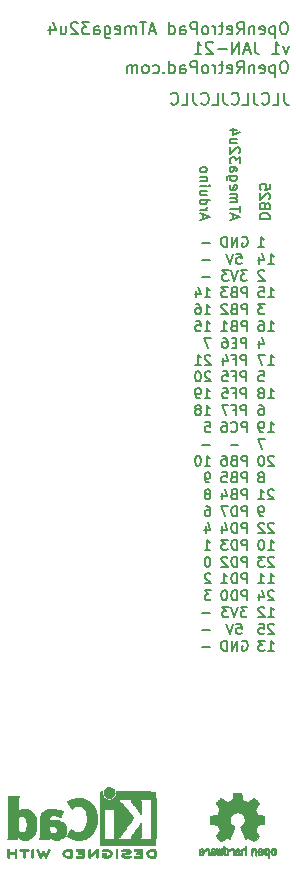
<source format=gbr>
%TF.GenerationSoftware,KiCad,Pcbnew,(5.1.8)-1*%
%TF.CreationDate,2021-01-06T18:24:47+10:00*%
%TF.ProjectId,OpenRetroPad,4f70656e-5265-4747-926f-5061642e6b69,rev?*%
%TF.SameCoordinates,Original*%
%TF.FileFunction,Legend,Bot*%
%TF.FilePolarity,Positive*%
%FSLAX46Y46*%
G04 Gerber Fmt 4.6, Leading zero omitted, Abs format (unit mm)*
G04 Created by KiCad (PCBNEW (5.1.8)-1) date 2021-01-06 18:24:47*
%MOMM*%
%LPD*%
G01*
G04 APERTURE LIST*
%ADD10C,0.150000*%
%ADD11C,0.010000*%
G04 APERTURE END LIST*
D10*
X134732333Y-75178595D02*
X134732333Y-74773833D01*
X134489476Y-75259547D02*
X135339476Y-74976214D01*
X134489476Y-74692880D01*
X134489476Y-74409547D02*
X135056142Y-74409547D01*
X134894238Y-74409547D02*
X134975190Y-74369071D01*
X135015666Y-74328595D01*
X135056142Y-74247642D01*
X135056142Y-74166690D01*
X134489476Y-73519071D02*
X135339476Y-73519071D01*
X134529952Y-73519071D02*
X134489476Y-73600023D01*
X134489476Y-73761928D01*
X134529952Y-73842880D01*
X134570428Y-73883357D01*
X134651380Y-73923833D01*
X134894238Y-73923833D01*
X134975190Y-73883357D01*
X135015666Y-73842880D01*
X135056142Y-73761928D01*
X135056142Y-73600023D01*
X135015666Y-73519071D01*
X135056142Y-72750023D02*
X134489476Y-72750023D01*
X135056142Y-73114309D02*
X134610904Y-73114309D01*
X134529952Y-73073833D01*
X134489476Y-72992880D01*
X134489476Y-72871452D01*
X134529952Y-72790500D01*
X134570428Y-72750023D01*
X134489476Y-72345261D02*
X135056142Y-72345261D01*
X135339476Y-72345261D02*
X135299000Y-72385738D01*
X135258523Y-72345261D01*
X135299000Y-72304785D01*
X135339476Y-72345261D01*
X135258523Y-72345261D01*
X135056142Y-71940500D02*
X134489476Y-71940500D01*
X134975190Y-71940500D02*
X135015666Y-71900023D01*
X135056142Y-71819071D01*
X135056142Y-71697642D01*
X135015666Y-71616690D01*
X134934714Y-71576214D01*
X134489476Y-71576214D01*
X134489476Y-71050023D02*
X134529952Y-71130976D01*
X134570428Y-71171452D01*
X134651380Y-71211928D01*
X134894238Y-71211928D01*
X134975190Y-71171452D01*
X135015666Y-71130976D01*
X135056142Y-71050023D01*
X135056142Y-70928595D01*
X135015666Y-70847642D01*
X134975190Y-70807166D01*
X134894238Y-70766690D01*
X134651380Y-70766690D01*
X134570428Y-70807166D01*
X134529952Y-70847642D01*
X134489476Y-70928595D01*
X134489476Y-71050023D01*
X137272333Y-75178595D02*
X137272333Y-74773833D01*
X137029476Y-75259547D02*
X137879476Y-74976214D01*
X137029476Y-74692880D01*
X137879476Y-74530976D02*
X137879476Y-74045261D01*
X137029476Y-74288119D02*
X137879476Y-74288119D01*
X137029476Y-73761928D02*
X137596142Y-73761928D01*
X137515190Y-73761928D02*
X137555666Y-73721452D01*
X137596142Y-73640500D01*
X137596142Y-73519071D01*
X137555666Y-73438119D01*
X137474714Y-73397642D01*
X137029476Y-73397642D01*
X137474714Y-73397642D02*
X137555666Y-73357166D01*
X137596142Y-73276214D01*
X137596142Y-73154785D01*
X137555666Y-73073833D01*
X137474714Y-73033357D01*
X137029476Y-73033357D01*
X137069952Y-72304785D02*
X137029476Y-72385738D01*
X137029476Y-72547642D01*
X137069952Y-72628595D01*
X137150904Y-72669071D01*
X137474714Y-72669071D01*
X137555666Y-72628595D01*
X137596142Y-72547642D01*
X137596142Y-72385738D01*
X137555666Y-72304785D01*
X137474714Y-72264309D01*
X137393761Y-72264309D01*
X137312809Y-72669071D01*
X137596142Y-71535738D02*
X136908047Y-71535738D01*
X136827095Y-71576214D01*
X136786619Y-71616690D01*
X136746142Y-71697642D01*
X136746142Y-71819071D01*
X136786619Y-71900023D01*
X137069952Y-71535738D02*
X137029476Y-71616690D01*
X137029476Y-71778595D01*
X137069952Y-71859547D01*
X137110428Y-71900023D01*
X137191380Y-71940500D01*
X137434238Y-71940500D01*
X137515190Y-71900023D01*
X137555666Y-71859547D01*
X137596142Y-71778595D01*
X137596142Y-71616690D01*
X137555666Y-71535738D01*
X137029476Y-70766690D02*
X137474714Y-70766690D01*
X137555666Y-70807166D01*
X137596142Y-70888119D01*
X137596142Y-71050023D01*
X137555666Y-71130976D01*
X137069952Y-70766690D02*
X137029476Y-70847642D01*
X137029476Y-71050023D01*
X137069952Y-71130976D01*
X137150904Y-71171452D01*
X137231857Y-71171452D01*
X137312809Y-71130976D01*
X137353285Y-71050023D01*
X137353285Y-70847642D01*
X137393761Y-70766690D01*
X137879476Y-70442880D02*
X137879476Y-69916690D01*
X137555666Y-70200023D01*
X137555666Y-70078595D01*
X137515190Y-69997642D01*
X137474714Y-69957166D01*
X137393761Y-69916690D01*
X137191380Y-69916690D01*
X137110428Y-69957166D01*
X137069952Y-69997642D01*
X137029476Y-70078595D01*
X137029476Y-70321452D01*
X137069952Y-70402404D01*
X137110428Y-70442880D01*
X137798523Y-69592880D02*
X137839000Y-69552404D01*
X137879476Y-69471452D01*
X137879476Y-69269071D01*
X137839000Y-69188119D01*
X137798523Y-69147642D01*
X137717571Y-69107166D01*
X137636619Y-69107166D01*
X137515190Y-69147642D01*
X137029476Y-69633357D01*
X137029476Y-69107166D01*
X137596142Y-68378595D02*
X137029476Y-68378595D01*
X137596142Y-68742880D02*
X137150904Y-68742880D01*
X137069952Y-68702404D01*
X137029476Y-68621452D01*
X137029476Y-68500023D01*
X137069952Y-68419071D01*
X137110428Y-68378595D01*
X137596142Y-67609547D02*
X137029476Y-67609547D01*
X137919952Y-67811928D02*
X137312809Y-68014309D01*
X137312809Y-67488119D01*
X139569476Y-75138119D02*
X140419476Y-75138119D01*
X140419476Y-74935738D01*
X140379000Y-74814309D01*
X140298047Y-74733357D01*
X140217095Y-74692880D01*
X140055190Y-74652404D01*
X139933761Y-74652404D01*
X139771857Y-74692880D01*
X139690904Y-74733357D01*
X139609952Y-74814309D01*
X139569476Y-74935738D01*
X139569476Y-75138119D01*
X140014714Y-74004785D02*
X139974238Y-73883357D01*
X139933761Y-73842880D01*
X139852809Y-73802404D01*
X139731380Y-73802404D01*
X139650428Y-73842880D01*
X139609952Y-73883357D01*
X139569476Y-73964309D01*
X139569476Y-74288119D01*
X140419476Y-74288119D01*
X140419476Y-74004785D01*
X140379000Y-73923833D01*
X140338523Y-73883357D01*
X140257571Y-73842880D01*
X140176619Y-73842880D01*
X140095666Y-73883357D01*
X140055190Y-73923833D01*
X140014714Y-74004785D01*
X140014714Y-74288119D01*
X140338523Y-73478595D02*
X140379000Y-73438119D01*
X140419476Y-73357166D01*
X140419476Y-73154785D01*
X140379000Y-73073833D01*
X140338523Y-73033357D01*
X140257571Y-72992880D01*
X140176619Y-72992880D01*
X140055190Y-73033357D01*
X139569476Y-73519071D01*
X139569476Y-72992880D01*
X140419476Y-72223833D02*
X140419476Y-72628595D01*
X140014714Y-72669071D01*
X140055190Y-72628595D01*
X140095666Y-72547642D01*
X140095666Y-72345261D01*
X140055190Y-72264309D01*
X140014714Y-72223833D01*
X139933761Y-72183357D01*
X139731380Y-72183357D01*
X139650428Y-72223833D01*
X139609952Y-72264309D01*
X139569476Y-72345261D01*
X139569476Y-72547642D01*
X139609952Y-72628595D01*
X139650428Y-72669071D01*
X135336119Y-77194714D02*
X134688500Y-77194714D01*
X135336119Y-78619714D02*
X134688500Y-78619714D01*
X135336119Y-80044714D02*
X134688500Y-80044714D01*
X134890880Y-81793523D02*
X135376595Y-81793523D01*
X135133738Y-81793523D02*
X135133738Y-80943523D01*
X135214690Y-81064952D01*
X135295642Y-81145904D01*
X135376595Y-81186380D01*
X134162309Y-81226857D02*
X134162309Y-81793523D01*
X134364690Y-80903047D02*
X134567071Y-81510190D01*
X134040880Y-81510190D01*
X134890880Y-83218523D02*
X135376595Y-83218523D01*
X135133738Y-83218523D02*
X135133738Y-82368523D01*
X135214690Y-82489952D01*
X135295642Y-82570904D01*
X135376595Y-82611380D01*
X134162309Y-82368523D02*
X134324214Y-82368523D01*
X134405166Y-82409000D01*
X134445642Y-82449476D01*
X134526595Y-82570904D01*
X134567071Y-82732809D01*
X134567071Y-83056619D01*
X134526595Y-83137571D01*
X134486119Y-83178047D01*
X134405166Y-83218523D01*
X134243261Y-83218523D01*
X134162309Y-83178047D01*
X134121833Y-83137571D01*
X134081357Y-83056619D01*
X134081357Y-82854238D01*
X134121833Y-82773285D01*
X134162309Y-82732809D01*
X134243261Y-82692333D01*
X134405166Y-82692333D01*
X134486119Y-82732809D01*
X134526595Y-82773285D01*
X134567071Y-82854238D01*
X134890880Y-84643523D02*
X135376595Y-84643523D01*
X135133738Y-84643523D02*
X135133738Y-83793523D01*
X135214690Y-83914952D01*
X135295642Y-83995904D01*
X135376595Y-84036380D01*
X134121833Y-83793523D02*
X134526595Y-83793523D01*
X134567071Y-84198285D01*
X134526595Y-84157809D01*
X134445642Y-84117333D01*
X134243261Y-84117333D01*
X134162309Y-84157809D01*
X134121833Y-84198285D01*
X134081357Y-84279238D01*
X134081357Y-84481619D01*
X134121833Y-84562571D01*
X134162309Y-84603047D01*
X134243261Y-84643523D01*
X134445642Y-84643523D01*
X134526595Y-84603047D01*
X134567071Y-84562571D01*
X135417071Y-85218523D02*
X134850404Y-85218523D01*
X135214690Y-86068523D01*
X135376595Y-86724476D02*
X135336119Y-86684000D01*
X135255166Y-86643523D01*
X135052785Y-86643523D01*
X134971833Y-86684000D01*
X134931357Y-86724476D01*
X134890880Y-86805428D01*
X134890880Y-86886380D01*
X134931357Y-87007809D01*
X135417071Y-87493523D01*
X134890880Y-87493523D01*
X134081357Y-87493523D02*
X134567071Y-87493523D01*
X134324214Y-87493523D02*
X134324214Y-86643523D01*
X134405166Y-86764952D01*
X134486119Y-86845904D01*
X134567071Y-86886380D01*
X135376595Y-88149476D02*
X135336119Y-88109000D01*
X135255166Y-88068523D01*
X135052785Y-88068523D01*
X134971833Y-88109000D01*
X134931357Y-88149476D01*
X134890880Y-88230428D01*
X134890880Y-88311380D01*
X134931357Y-88432809D01*
X135417071Y-88918523D01*
X134890880Y-88918523D01*
X134364690Y-88068523D02*
X134283738Y-88068523D01*
X134202785Y-88109000D01*
X134162309Y-88149476D01*
X134121833Y-88230428D01*
X134081357Y-88392333D01*
X134081357Y-88594714D01*
X134121833Y-88756619D01*
X134162309Y-88837571D01*
X134202785Y-88878047D01*
X134283738Y-88918523D01*
X134364690Y-88918523D01*
X134445642Y-88878047D01*
X134486119Y-88837571D01*
X134526595Y-88756619D01*
X134567071Y-88594714D01*
X134567071Y-88392333D01*
X134526595Y-88230428D01*
X134486119Y-88149476D01*
X134445642Y-88109000D01*
X134364690Y-88068523D01*
X134890880Y-90343523D02*
X135376595Y-90343523D01*
X135133738Y-90343523D02*
X135133738Y-89493523D01*
X135214690Y-89614952D01*
X135295642Y-89695904D01*
X135376595Y-89736380D01*
X134486119Y-90343523D02*
X134324214Y-90343523D01*
X134243261Y-90303047D01*
X134202785Y-90262571D01*
X134121833Y-90141142D01*
X134081357Y-89979238D01*
X134081357Y-89655428D01*
X134121833Y-89574476D01*
X134162309Y-89534000D01*
X134243261Y-89493523D01*
X134405166Y-89493523D01*
X134486119Y-89534000D01*
X134526595Y-89574476D01*
X134567071Y-89655428D01*
X134567071Y-89857809D01*
X134526595Y-89938761D01*
X134486119Y-89979238D01*
X134405166Y-90019714D01*
X134243261Y-90019714D01*
X134162309Y-89979238D01*
X134121833Y-89938761D01*
X134081357Y-89857809D01*
X134890880Y-91768523D02*
X135376595Y-91768523D01*
X135133738Y-91768523D02*
X135133738Y-90918523D01*
X135214690Y-91039952D01*
X135295642Y-91120904D01*
X135376595Y-91161380D01*
X134405166Y-91282809D02*
X134486119Y-91242333D01*
X134526595Y-91201857D01*
X134567071Y-91120904D01*
X134567071Y-91080428D01*
X134526595Y-90999476D01*
X134486119Y-90959000D01*
X134405166Y-90918523D01*
X134243261Y-90918523D01*
X134162309Y-90959000D01*
X134121833Y-90999476D01*
X134081357Y-91080428D01*
X134081357Y-91120904D01*
X134121833Y-91201857D01*
X134162309Y-91242333D01*
X134243261Y-91282809D01*
X134405166Y-91282809D01*
X134486119Y-91323285D01*
X134526595Y-91363761D01*
X134567071Y-91444714D01*
X134567071Y-91606619D01*
X134526595Y-91687571D01*
X134486119Y-91728047D01*
X134405166Y-91768523D01*
X134243261Y-91768523D01*
X134162309Y-91728047D01*
X134121833Y-91687571D01*
X134081357Y-91606619D01*
X134081357Y-91444714D01*
X134121833Y-91363761D01*
X134162309Y-91323285D01*
X134243261Y-91282809D01*
X134931357Y-92343523D02*
X135336119Y-92343523D01*
X135376595Y-92748285D01*
X135336119Y-92707809D01*
X135255166Y-92667333D01*
X135052785Y-92667333D01*
X134971833Y-92707809D01*
X134931357Y-92748285D01*
X134890880Y-92829238D01*
X134890880Y-93031619D01*
X134931357Y-93112571D01*
X134971833Y-93153047D01*
X135052785Y-93193523D01*
X135255166Y-93193523D01*
X135336119Y-93153047D01*
X135376595Y-93112571D01*
X135336119Y-94294714D02*
X134688500Y-94294714D01*
X134890880Y-96043523D02*
X135376595Y-96043523D01*
X135133738Y-96043523D02*
X135133738Y-95193523D01*
X135214690Y-95314952D01*
X135295642Y-95395904D01*
X135376595Y-95436380D01*
X134364690Y-95193523D02*
X134283738Y-95193523D01*
X134202785Y-95234000D01*
X134162309Y-95274476D01*
X134121833Y-95355428D01*
X134081357Y-95517333D01*
X134081357Y-95719714D01*
X134121833Y-95881619D01*
X134162309Y-95962571D01*
X134202785Y-96003047D01*
X134283738Y-96043523D01*
X134364690Y-96043523D01*
X134445642Y-96003047D01*
X134486119Y-95962571D01*
X134526595Y-95881619D01*
X134567071Y-95719714D01*
X134567071Y-95517333D01*
X134526595Y-95355428D01*
X134486119Y-95274476D01*
X134445642Y-95234000D01*
X134364690Y-95193523D01*
X135295642Y-97468523D02*
X135133738Y-97468523D01*
X135052785Y-97428047D01*
X135012309Y-97387571D01*
X134931357Y-97266142D01*
X134890880Y-97104238D01*
X134890880Y-96780428D01*
X134931357Y-96699476D01*
X134971833Y-96659000D01*
X135052785Y-96618523D01*
X135214690Y-96618523D01*
X135295642Y-96659000D01*
X135336119Y-96699476D01*
X135376595Y-96780428D01*
X135376595Y-96982809D01*
X135336119Y-97063761D01*
X135295642Y-97104238D01*
X135214690Y-97144714D01*
X135052785Y-97144714D01*
X134971833Y-97104238D01*
X134931357Y-97063761D01*
X134890880Y-96982809D01*
X135214690Y-98407809D02*
X135295642Y-98367333D01*
X135336119Y-98326857D01*
X135376595Y-98245904D01*
X135376595Y-98205428D01*
X135336119Y-98124476D01*
X135295642Y-98084000D01*
X135214690Y-98043523D01*
X135052785Y-98043523D01*
X134971833Y-98084000D01*
X134931357Y-98124476D01*
X134890880Y-98205428D01*
X134890880Y-98245904D01*
X134931357Y-98326857D01*
X134971833Y-98367333D01*
X135052785Y-98407809D01*
X135214690Y-98407809D01*
X135295642Y-98448285D01*
X135336119Y-98488761D01*
X135376595Y-98569714D01*
X135376595Y-98731619D01*
X135336119Y-98812571D01*
X135295642Y-98853047D01*
X135214690Y-98893523D01*
X135052785Y-98893523D01*
X134971833Y-98853047D01*
X134931357Y-98812571D01*
X134890880Y-98731619D01*
X134890880Y-98569714D01*
X134931357Y-98488761D01*
X134971833Y-98448285D01*
X135052785Y-98407809D01*
X134971833Y-99468523D02*
X135133738Y-99468523D01*
X135214690Y-99509000D01*
X135255166Y-99549476D01*
X135336119Y-99670904D01*
X135376595Y-99832809D01*
X135376595Y-100156619D01*
X135336119Y-100237571D01*
X135295642Y-100278047D01*
X135214690Y-100318523D01*
X135052785Y-100318523D01*
X134971833Y-100278047D01*
X134931357Y-100237571D01*
X134890880Y-100156619D01*
X134890880Y-99954238D01*
X134931357Y-99873285D01*
X134971833Y-99832809D01*
X135052785Y-99792333D01*
X135214690Y-99792333D01*
X135295642Y-99832809D01*
X135336119Y-99873285D01*
X135376595Y-99954238D01*
X134971833Y-101176857D02*
X134971833Y-101743523D01*
X135174214Y-100853047D02*
X135376595Y-101460190D01*
X134850404Y-101460190D01*
X134890880Y-103168523D02*
X135376595Y-103168523D01*
X135133738Y-103168523D02*
X135133738Y-102318523D01*
X135214690Y-102439952D01*
X135295642Y-102520904D01*
X135376595Y-102561380D01*
X135174214Y-103743523D02*
X135093261Y-103743523D01*
X135012309Y-103784000D01*
X134971833Y-103824476D01*
X134931357Y-103905428D01*
X134890880Y-104067333D01*
X134890880Y-104269714D01*
X134931357Y-104431619D01*
X134971833Y-104512571D01*
X135012309Y-104553047D01*
X135093261Y-104593523D01*
X135174214Y-104593523D01*
X135255166Y-104553047D01*
X135295642Y-104512571D01*
X135336119Y-104431619D01*
X135376595Y-104269714D01*
X135376595Y-104067333D01*
X135336119Y-103905428D01*
X135295642Y-103824476D01*
X135255166Y-103784000D01*
X135174214Y-103743523D01*
X135376595Y-105249476D02*
X135336119Y-105209000D01*
X135255166Y-105168523D01*
X135052785Y-105168523D01*
X134971833Y-105209000D01*
X134931357Y-105249476D01*
X134890880Y-105330428D01*
X134890880Y-105411380D01*
X134931357Y-105532809D01*
X135417071Y-106018523D01*
X134890880Y-106018523D01*
X135417071Y-106593523D02*
X134890880Y-106593523D01*
X135174214Y-106917333D01*
X135052785Y-106917333D01*
X134971833Y-106957809D01*
X134931357Y-106998285D01*
X134890880Y-107079238D01*
X134890880Y-107281619D01*
X134931357Y-107362571D01*
X134971833Y-107403047D01*
X135052785Y-107443523D01*
X135295642Y-107443523D01*
X135376595Y-107403047D01*
X135417071Y-107362571D01*
X135336119Y-108544714D02*
X134688500Y-108544714D01*
X135336119Y-109969714D02*
X134688500Y-109969714D01*
X135336119Y-111394714D02*
X134688500Y-111394714D01*
X138061619Y-76709000D02*
X138142571Y-76668523D01*
X138264000Y-76668523D01*
X138385428Y-76709000D01*
X138466380Y-76789952D01*
X138506857Y-76870904D01*
X138547333Y-77032809D01*
X138547333Y-77154238D01*
X138506857Y-77316142D01*
X138466380Y-77397095D01*
X138385428Y-77478047D01*
X138264000Y-77518523D01*
X138183047Y-77518523D01*
X138061619Y-77478047D01*
X138021142Y-77437571D01*
X138021142Y-77154238D01*
X138183047Y-77154238D01*
X137656857Y-77518523D02*
X137656857Y-76668523D01*
X137171142Y-77518523D01*
X137171142Y-76668523D01*
X136766380Y-77518523D02*
X136766380Y-76668523D01*
X136564000Y-76668523D01*
X136442571Y-76709000D01*
X136361619Y-76789952D01*
X136321142Y-76870904D01*
X136280666Y-77032809D01*
X136280666Y-77154238D01*
X136321142Y-77316142D01*
X136361619Y-77397095D01*
X136442571Y-77478047D01*
X136564000Y-77518523D01*
X136766380Y-77518523D01*
X137575904Y-78093523D02*
X137980666Y-78093523D01*
X138021142Y-78498285D01*
X137980666Y-78457809D01*
X137899714Y-78417333D01*
X137697333Y-78417333D01*
X137616380Y-78457809D01*
X137575904Y-78498285D01*
X137535428Y-78579238D01*
X137535428Y-78781619D01*
X137575904Y-78862571D01*
X137616380Y-78903047D01*
X137697333Y-78943523D01*
X137899714Y-78943523D01*
X137980666Y-78903047D01*
X138021142Y-78862571D01*
X137292571Y-78093523D02*
X137009238Y-78943523D01*
X136725904Y-78093523D01*
X138466380Y-79518523D02*
X137940190Y-79518523D01*
X138223523Y-79842333D01*
X138102095Y-79842333D01*
X138021142Y-79882809D01*
X137980666Y-79923285D01*
X137940190Y-80004238D01*
X137940190Y-80206619D01*
X137980666Y-80287571D01*
X138021142Y-80328047D01*
X138102095Y-80368523D01*
X138344952Y-80368523D01*
X138425904Y-80328047D01*
X138466380Y-80287571D01*
X137697333Y-79518523D02*
X137414000Y-80368523D01*
X137130666Y-79518523D01*
X136928285Y-79518523D02*
X136402095Y-79518523D01*
X136685428Y-79842333D01*
X136564000Y-79842333D01*
X136483047Y-79882809D01*
X136442571Y-79923285D01*
X136402095Y-80004238D01*
X136402095Y-80206619D01*
X136442571Y-80287571D01*
X136483047Y-80328047D01*
X136564000Y-80368523D01*
X136806857Y-80368523D01*
X136887809Y-80328047D01*
X136928285Y-80287571D01*
X138466380Y-81793523D02*
X138466380Y-80943523D01*
X138142571Y-80943523D01*
X138061619Y-80984000D01*
X138021142Y-81024476D01*
X137980666Y-81105428D01*
X137980666Y-81226857D01*
X138021142Y-81307809D01*
X138061619Y-81348285D01*
X138142571Y-81388761D01*
X138466380Y-81388761D01*
X137333047Y-81348285D02*
X137211619Y-81388761D01*
X137171142Y-81429238D01*
X137130666Y-81510190D01*
X137130666Y-81631619D01*
X137171142Y-81712571D01*
X137211619Y-81753047D01*
X137292571Y-81793523D01*
X137616380Y-81793523D01*
X137616380Y-80943523D01*
X137333047Y-80943523D01*
X137252095Y-80984000D01*
X137211619Y-81024476D01*
X137171142Y-81105428D01*
X137171142Y-81186380D01*
X137211619Y-81267333D01*
X137252095Y-81307809D01*
X137333047Y-81348285D01*
X137616380Y-81348285D01*
X136847333Y-80943523D02*
X136321142Y-80943523D01*
X136604476Y-81267333D01*
X136483047Y-81267333D01*
X136402095Y-81307809D01*
X136361619Y-81348285D01*
X136321142Y-81429238D01*
X136321142Y-81631619D01*
X136361619Y-81712571D01*
X136402095Y-81753047D01*
X136483047Y-81793523D01*
X136725904Y-81793523D01*
X136806857Y-81753047D01*
X136847333Y-81712571D01*
X138466380Y-83218523D02*
X138466380Y-82368523D01*
X138142571Y-82368523D01*
X138061619Y-82409000D01*
X138021142Y-82449476D01*
X137980666Y-82530428D01*
X137980666Y-82651857D01*
X138021142Y-82732809D01*
X138061619Y-82773285D01*
X138142571Y-82813761D01*
X138466380Y-82813761D01*
X137333047Y-82773285D02*
X137211619Y-82813761D01*
X137171142Y-82854238D01*
X137130666Y-82935190D01*
X137130666Y-83056619D01*
X137171142Y-83137571D01*
X137211619Y-83178047D01*
X137292571Y-83218523D01*
X137616380Y-83218523D01*
X137616380Y-82368523D01*
X137333047Y-82368523D01*
X137252095Y-82409000D01*
X137211619Y-82449476D01*
X137171142Y-82530428D01*
X137171142Y-82611380D01*
X137211619Y-82692333D01*
X137252095Y-82732809D01*
X137333047Y-82773285D01*
X137616380Y-82773285D01*
X136806857Y-82449476D02*
X136766380Y-82409000D01*
X136685428Y-82368523D01*
X136483047Y-82368523D01*
X136402095Y-82409000D01*
X136361619Y-82449476D01*
X136321142Y-82530428D01*
X136321142Y-82611380D01*
X136361619Y-82732809D01*
X136847333Y-83218523D01*
X136321142Y-83218523D01*
X138466380Y-84643523D02*
X138466380Y-83793523D01*
X138142571Y-83793523D01*
X138061619Y-83834000D01*
X138021142Y-83874476D01*
X137980666Y-83955428D01*
X137980666Y-84076857D01*
X138021142Y-84157809D01*
X138061619Y-84198285D01*
X138142571Y-84238761D01*
X138466380Y-84238761D01*
X137333047Y-84198285D02*
X137211619Y-84238761D01*
X137171142Y-84279238D01*
X137130666Y-84360190D01*
X137130666Y-84481619D01*
X137171142Y-84562571D01*
X137211619Y-84603047D01*
X137292571Y-84643523D01*
X137616380Y-84643523D01*
X137616380Y-83793523D01*
X137333047Y-83793523D01*
X137252095Y-83834000D01*
X137211619Y-83874476D01*
X137171142Y-83955428D01*
X137171142Y-84036380D01*
X137211619Y-84117333D01*
X137252095Y-84157809D01*
X137333047Y-84198285D01*
X137616380Y-84198285D01*
X136321142Y-84643523D02*
X136806857Y-84643523D01*
X136564000Y-84643523D02*
X136564000Y-83793523D01*
X136644952Y-83914952D01*
X136725904Y-83995904D01*
X136806857Y-84036380D01*
X138425904Y-86068523D02*
X138425904Y-85218523D01*
X138102095Y-85218523D01*
X138021142Y-85259000D01*
X137980666Y-85299476D01*
X137940190Y-85380428D01*
X137940190Y-85501857D01*
X137980666Y-85582809D01*
X138021142Y-85623285D01*
X138102095Y-85663761D01*
X138425904Y-85663761D01*
X137575904Y-85623285D02*
X137292571Y-85623285D01*
X137171142Y-86068523D02*
X137575904Y-86068523D01*
X137575904Y-85218523D01*
X137171142Y-85218523D01*
X136442571Y-85218523D02*
X136604476Y-85218523D01*
X136685428Y-85259000D01*
X136725904Y-85299476D01*
X136806857Y-85420904D01*
X136847333Y-85582809D01*
X136847333Y-85906619D01*
X136806857Y-85987571D01*
X136766380Y-86028047D01*
X136685428Y-86068523D01*
X136523523Y-86068523D01*
X136442571Y-86028047D01*
X136402095Y-85987571D01*
X136361619Y-85906619D01*
X136361619Y-85704238D01*
X136402095Y-85623285D01*
X136442571Y-85582809D01*
X136523523Y-85542333D01*
X136685428Y-85542333D01*
X136766380Y-85582809D01*
X136806857Y-85623285D01*
X136847333Y-85704238D01*
X138405666Y-87493523D02*
X138405666Y-86643523D01*
X138081857Y-86643523D01*
X138000904Y-86684000D01*
X137960428Y-86724476D01*
X137919952Y-86805428D01*
X137919952Y-86926857D01*
X137960428Y-87007809D01*
X138000904Y-87048285D01*
X138081857Y-87088761D01*
X138405666Y-87088761D01*
X137272333Y-87048285D02*
X137555666Y-87048285D01*
X137555666Y-87493523D02*
X137555666Y-86643523D01*
X137150904Y-86643523D01*
X136462809Y-86926857D02*
X136462809Y-87493523D01*
X136665190Y-86603047D02*
X136867571Y-87210190D01*
X136341380Y-87210190D01*
X138405666Y-88918523D02*
X138405666Y-88068523D01*
X138081857Y-88068523D01*
X138000904Y-88109000D01*
X137960428Y-88149476D01*
X137919952Y-88230428D01*
X137919952Y-88351857D01*
X137960428Y-88432809D01*
X138000904Y-88473285D01*
X138081857Y-88513761D01*
X138405666Y-88513761D01*
X137272333Y-88473285D02*
X137555666Y-88473285D01*
X137555666Y-88918523D02*
X137555666Y-88068523D01*
X137150904Y-88068523D01*
X136422333Y-88068523D02*
X136827095Y-88068523D01*
X136867571Y-88473285D01*
X136827095Y-88432809D01*
X136746142Y-88392333D01*
X136543761Y-88392333D01*
X136462809Y-88432809D01*
X136422333Y-88473285D01*
X136381857Y-88554238D01*
X136381857Y-88756619D01*
X136422333Y-88837571D01*
X136462809Y-88878047D01*
X136543761Y-88918523D01*
X136746142Y-88918523D01*
X136827095Y-88878047D01*
X136867571Y-88837571D01*
X138405666Y-90343523D02*
X138405666Y-89493523D01*
X138081857Y-89493523D01*
X138000904Y-89534000D01*
X137960428Y-89574476D01*
X137919952Y-89655428D01*
X137919952Y-89776857D01*
X137960428Y-89857809D01*
X138000904Y-89898285D01*
X138081857Y-89938761D01*
X138405666Y-89938761D01*
X137272333Y-89898285D02*
X137555666Y-89898285D01*
X137555666Y-90343523D02*
X137555666Y-89493523D01*
X137150904Y-89493523D01*
X136422333Y-89493523D02*
X136827095Y-89493523D01*
X136867571Y-89898285D01*
X136827095Y-89857809D01*
X136746142Y-89817333D01*
X136543761Y-89817333D01*
X136462809Y-89857809D01*
X136422333Y-89898285D01*
X136381857Y-89979238D01*
X136381857Y-90181619D01*
X136422333Y-90262571D01*
X136462809Y-90303047D01*
X136543761Y-90343523D01*
X136746142Y-90343523D01*
X136827095Y-90303047D01*
X136867571Y-90262571D01*
X138405666Y-91768523D02*
X138405666Y-90918523D01*
X138081857Y-90918523D01*
X138000904Y-90959000D01*
X137960428Y-90999476D01*
X137919952Y-91080428D01*
X137919952Y-91201857D01*
X137960428Y-91282809D01*
X138000904Y-91323285D01*
X138081857Y-91363761D01*
X138405666Y-91363761D01*
X137272333Y-91323285D02*
X137555666Y-91323285D01*
X137555666Y-91768523D02*
X137555666Y-90918523D01*
X137150904Y-90918523D01*
X136908047Y-90918523D02*
X136341380Y-90918523D01*
X136705666Y-91768523D01*
X138466380Y-93193523D02*
X138466380Y-92343523D01*
X138142571Y-92343523D01*
X138061619Y-92384000D01*
X138021142Y-92424476D01*
X137980666Y-92505428D01*
X137980666Y-92626857D01*
X138021142Y-92707809D01*
X138061619Y-92748285D01*
X138142571Y-92788761D01*
X138466380Y-92788761D01*
X137130666Y-93112571D02*
X137171142Y-93153047D01*
X137292571Y-93193523D01*
X137373523Y-93193523D01*
X137494952Y-93153047D01*
X137575904Y-93072095D01*
X137616380Y-92991142D01*
X137656857Y-92829238D01*
X137656857Y-92707809D01*
X137616380Y-92545904D01*
X137575904Y-92464952D01*
X137494952Y-92384000D01*
X137373523Y-92343523D01*
X137292571Y-92343523D01*
X137171142Y-92384000D01*
X137130666Y-92424476D01*
X136402095Y-92343523D02*
X136564000Y-92343523D01*
X136644952Y-92384000D01*
X136685428Y-92424476D01*
X136766380Y-92545904D01*
X136806857Y-92707809D01*
X136806857Y-93031619D01*
X136766380Y-93112571D01*
X136725904Y-93153047D01*
X136644952Y-93193523D01*
X136483047Y-93193523D01*
X136402095Y-93153047D01*
X136361619Y-93112571D01*
X136321142Y-93031619D01*
X136321142Y-92829238D01*
X136361619Y-92748285D01*
X136402095Y-92707809D01*
X136483047Y-92667333D01*
X136644952Y-92667333D01*
X136725904Y-92707809D01*
X136766380Y-92748285D01*
X136806857Y-92829238D01*
X137737809Y-94294714D02*
X137090190Y-94294714D01*
X138466380Y-96043523D02*
X138466380Y-95193523D01*
X138142571Y-95193523D01*
X138061619Y-95234000D01*
X138021142Y-95274476D01*
X137980666Y-95355428D01*
X137980666Y-95476857D01*
X138021142Y-95557809D01*
X138061619Y-95598285D01*
X138142571Y-95638761D01*
X138466380Y-95638761D01*
X137333047Y-95598285D02*
X137211619Y-95638761D01*
X137171142Y-95679238D01*
X137130666Y-95760190D01*
X137130666Y-95881619D01*
X137171142Y-95962571D01*
X137211619Y-96003047D01*
X137292571Y-96043523D01*
X137616380Y-96043523D01*
X137616380Y-95193523D01*
X137333047Y-95193523D01*
X137252095Y-95234000D01*
X137211619Y-95274476D01*
X137171142Y-95355428D01*
X137171142Y-95436380D01*
X137211619Y-95517333D01*
X137252095Y-95557809D01*
X137333047Y-95598285D01*
X137616380Y-95598285D01*
X136402095Y-95193523D02*
X136564000Y-95193523D01*
X136644952Y-95234000D01*
X136685428Y-95274476D01*
X136766380Y-95395904D01*
X136806857Y-95557809D01*
X136806857Y-95881619D01*
X136766380Y-95962571D01*
X136725904Y-96003047D01*
X136644952Y-96043523D01*
X136483047Y-96043523D01*
X136402095Y-96003047D01*
X136361619Y-95962571D01*
X136321142Y-95881619D01*
X136321142Y-95679238D01*
X136361619Y-95598285D01*
X136402095Y-95557809D01*
X136483047Y-95517333D01*
X136644952Y-95517333D01*
X136725904Y-95557809D01*
X136766380Y-95598285D01*
X136806857Y-95679238D01*
X138466380Y-97468523D02*
X138466380Y-96618523D01*
X138142571Y-96618523D01*
X138061619Y-96659000D01*
X138021142Y-96699476D01*
X137980666Y-96780428D01*
X137980666Y-96901857D01*
X138021142Y-96982809D01*
X138061619Y-97023285D01*
X138142571Y-97063761D01*
X138466380Y-97063761D01*
X137333047Y-97023285D02*
X137211619Y-97063761D01*
X137171142Y-97104238D01*
X137130666Y-97185190D01*
X137130666Y-97306619D01*
X137171142Y-97387571D01*
X137211619Y-97428047D01*
X137292571Y-97468523D01*
X137616380Y-97468523D01*
X137616380Y-96618523D01*
X137333047Y-96618523D01*
X137252095Y-96659000D01*
X137211619Y-96699476D01*
X137171142Y-96780428D01*
X137171142Y-96861380D01*
X137211619Y-96942333D01*
X137252095Y-96982809D01*
X137333047Y-97023285D01*
X137616380Y-97023285D01*
X136361619Y-96618523D02*
X136766380Y-96618523D01*
X136806857Y-97023285D01*
X136766380Y-96982809D01*
X136685428Y-96942333D01*
X136483047Y-96942333D01*
X136402095Y-96982809D01*
X136361619Y-97023285D01*
X136321142Y-97104238D01*
X136321142Y-97306619D01*
X136361619Y-97387571D01*
X136402095Y-97428047D01*
X136483047Y-97468523D01*
X136685428Y-97468523D01*
X136766380Y-97428047D01*
X136806857Y-97387571D01*
X138466380Y-98893523D02*
X138466380Y-98043523D01*
X138142571Y-98043523D01*
X138061619Y-98084000D01*
X138021142Y-98124476D01*
X137980666Y-98205428D01*
X137980666Y-98326857D01*
X138021142Y-98407809D01*
X138061619Y-98448285D01*
X138142571Y-98488761D01*
X138466380Y-98488761D01*
X137333047Y-98448285D02*
X137211619Y-98488761D01*
X137171142Y-98529238D01*
X137130666Y-98610190D01*
X137130666Y-98731619D01*
X137171142Y-98812571D01*
X137211619Y-98853047D01*
X137292571Y-98893523D01*
X137616380Y-98893523D01*
X137616380Y-98043523D01*
X137333047Y-98043523D01*
X137252095Y-98084000D01*
X137211619Y-98124476D01*
X137171142Y-98205428D01*
X137171142Y-98286380D01*
X137211619Y-98367333D01*
X137252095Y-98407809D01*
X137333047Y-98448285D01*
X137616380Y-98448285D01*
X136402095Y-98326857D02*
X136402095Y-98893523D01*
X136604476Y-98003047D02*
X136806857Y-98610190D01*
X136280666Y-98610190D01*
X138466380Y-100318523D02*
X138466380Y-99468523D01*
X138142571Y-99468523D01*
X138061619Y-99509000D01*
X138021142Y-99549476D01*
X137980666Y-99630428D01*
X137980666Y-99751857D01*
X138021142Y-99832809D01*
X138061619Y-99873285D01*
X138142571Y-99913761D01*
X138466380Y-99913761D01*
X137616380Y-100318523D02*
X137616380Y-99468523D01*
X137414000Y-99468523D01*
X137292571Y-99509000D01*
X137211619Y-99589952D01*
X137171142Y-99670904D01*
X137130666Y-99832809D01*
X137130666Y-99954238D01*
X137171142Y-100116142D01*
X137211619Y-100197095D01*
X137292571Y-100278047D01*
X137414000Y-100318523D01*
X137616380Y-100318523D01*
X136847333Y-99468523D02*
X136280666Y-99468523D01*
X136644952Y-100318523D01*
X138466380Y-101743523D02*
X138466380Y-100893523D01*
X138142571Y-100893523D01*
X138061619Y-100934000D01*
X138021142Y-100974476D01*
X137980666Y-101055428D01*
X137980666Y-101176857D01*
X138021142Y-101257809D01*
X138061619Y-101298285D01*
X138142571Y-101338761D01*
X138466380Y-101338761D01*
X137616380Y-101743523D02*
X137616380Y-100893523D01*
X137414000Y-100893523D01*
X137292571Y-100934000D01*
X137211619Y-101014952D01*
X137171142Y-101095904D01*
X137130666Y-101257809D01*
X137130666Y-101379238D01*
X137171142Y-101541142D01*
X137211619Y-101622095D01*
X137292571Y-101703047D01*
X137414000Y-101743523D01*
X137616380Y-101743523D01*
X136402095Y-101176857D02*
X136402095Y-101743523D01*
X136604476Y-100853047D02*
X136806857Y-101460190D01*
X136280666Y-101460190D01*
X138466380Y-103168523D02*
X138466380Y-102318523D01*
X138142571Y-102318523D01*
X138061619Y-102359000D01*
X138021142Y-102399476D01*
X137980666Y-102480428D01*
X137980666Y-102601857D01*
X138021142Y-102682809D01*
X138061619Y-102723285D01*
X138142571Y-102763761D01*
X138466380Y-102763761D01*
X137616380Y-103168523D02*
X137616380Y-102318523D01*
X137414000Y-102318523D01*
X137292571Y-102359000D01*
X137211619Y-102439952D01*
X137171142Y-102520904D01*
X137130666Y-102682809D01*
X137130666Y-102804238D01*
X137171142Y-102966142D01*
X137211619Y-103047095D01*
X137292571Y-103128047D01*
X137414000Y-103168523D01*
X137616380Y-103168523D01*
X136847333Y-102318523D02*
X136321142Y-102318523D01*
X136604476Y-102642333D01*
X136483047Y-102642333D01*
X136402095Y-102682809D01*
X136361619Y-102723285D01*
X136321142Y-102804238D01*
X136321142Y-103006619D01*
X136361619Y-103087571D01*
X136402095Y-103128047D01*
X136483047Y-103168523D01*
X136725904Y-103168523D01*
X136806857Y-103128047D01*
X136847333Y-103087571D01*
X138466380Y-104593523D02*
X138466380Y-103743523D01*
X138142571Y-103743523D01*
X138061619Y-103784000D01*
X138021142Y-103824476D01*
X137980666Y-103905428D01*
X137980666Y-104026857D01*
X138021142Y-104107809D01*
X138061619Y-104148285D01*
X138142571Y-104188761D01*
X138466380Y-104188761D01*
X137616380Y-104593523D02*
X137616380Y-103743523D01*
X137414000Y-103743523D01*
X137292571Y-103784000D01*
X137211619Y-103864952D01*
X137171142Y-103945904D01*
X137130666Y-104107809D01*
X137130666Y-104229238D01*
X137171142Y-104391142D01*
X137211619Y-104472095D01*
X137292571Y-104553047D01*
X137414000Y-104593523D01*
X137616380Y-104593523D01*
X136806857Y-103824476D02*
X136766380Y-103784000D01*
X136685428Y-103743523D01*
X136483047Y-103743523D01*
X136402095Y-103784000D01*
X136361619Y-103824476D01*
X136321142Y-103905428D01*
X136321142Y-103986380D01*
X136361619Y-104107809D01*
X136847333Y-104593523D01*
X136321142Y-104593523D01*
X138466380Y-106018523D02*
X138466380Y-105168523D01*
X138142571Y-105168523D01*
X138061619Y-105209000D01*
X138021142Y-105249476D01*
X137980666Y-105330428D01*
X137980666Y-105451857D01*
X138021142Y-105532809D01*
X138061619Y-105573285D01*
X138142571Y-105613761D01*
X138466380Y-105613761D01*
X137616380Y-106018523D02*
X137616380Y-105168523D01*
X137414000Y-105168523D01*
X137292571Y-105209000D01*
X137211619Y-105289952D01*
X137171142Y-105370904D01*
X137130666Y-105532809D01*
X137130666Y-105654238D01*
X137171142Y-105816142D01*
X137211619Y-105897095D01*
X137292571Y-105978047D01*
X137414000Y-106018523D01*
X137616380Y-106018523D01*
X136321142Y-106018523D02*
X136806857Y-106018523D01*
X136564000Y-106018523D02*
X136564000Y-105168523D01*
X136644952Y-105289952D01*
X136725904Y-105370904D01*
X136806857Y-105411380D01*
X138466380Y-107443523D02*
X138466380Y-106593523D01*
X138142571Y-106593523D01*
X138061619Y-106634000D01*
X138021142Y-106674476D01*
X137980666Y-106755428D01*
X137980666Y-106876857D01*
X138021142Y-106957809D01*
X138061619Y-106998285D01*
X138142571Y-107038761D01*
X138466380Y-107038761D01*
X137616380Y-107443523D02*
X137616380Y-106593523D01*
X137414000Y-106593523D01*
X137292571Y-106634000D01*
X137211619Y-106714952D01*
X137171142Y-106795904D01*
X137130666Y-106957809D01*
X137130666Y-107079238D01*
X137171142Y-107241142D01*
X137211619Y-107322095D01*
X137292571Y-107403047D01*
X137414000Y-107443523D01*
X137616380Y-107443523D01*
X136604476Y-106593523D02*
X136523523Y-106593523D01*
X136442571Y-106634000D01*
X136402095Y-106674476D01*
X136361619Y-106755428D01*
X136321142Y-106917333D01*
X136321142Y-107119714D01*
X136361619Y-107281619D01*
X136402095Y-107362571D01*
X136442571Y-107403047D01*
X136523523Y-107443523D01*
X136604476Y-107443523D01*
X136685428Y-107403047D01*
X136725904Y-107362571D01*
X136766380Y-107281619D01*
X136806857Y-107119714D01*
X136806857Y-106917333D01*
X136766380Y-106755428D01*
X136725904Y-106674476D01*
X136685428Y-106634000D01*
X136604476Y-106593523D01*
X138466380Y-108018523D02*
X137940190Y-108018523D01*
X138223523Y-108342333D01*
X138102095Y-108342333D01*
X138021142Y-108382809D01*
X137980666Y-108423285D01*
X137940190Y-108504238D01*
X137940190Y-108706619D01*
X137980666Y-108787571D01*
X138021142Y-108828047D01*
X138102095Y-108868523D01*
X138344952Y-108868523D01*
X138425904Y-108828047D01*
X138466380Y-108787571D01*
X137697333Y-108018523D02*
X137414000Y-108868523D01*
X137130666Y-108018523D01*
X136928285Y-108018523D02*
X136402095Y-108018523D01*
X136685428Y-108342333D01*
X136564000Y-108342333D01*
X136483047Y-108382809D01*
X136442571Y-108423285D01*
X136402095Y-108504238D01*
X136402095Y-108706619D01*
X136442571Y-108787571D01*
X136483047Y-108828047D01*
X136564000Y-108868523D01*
X136806857Y-108868523D01*
X136887809Y-108828047D01*
X136928285Y-108787571D01*
X137575904Y-109443523D02*
X137980666Y-109443523D01*
X138021142Y-109848285D01*
X137980666Y-109807809D01*
X137899714Y-109767333D01*
X137697333Y-109767333D01*
X137616380Y-109807809D01*
X137575904Y-109848285D01*
X137535428Y-109929238D01*
X137535428Y-110131619D01*
X137575904Y-110212571D01*
X137616380Y-110253047D01*
X137697333Y-110293523D01*
X137899714Y-110293523D01*
X137980666Y-110253047D01*
X138021142Y-110212571D01*
X137292571Y-109443523D02*
X137009238Y-110293523D01*
X136725904Y-109443523D01*
X138061619Y-110909000D02*
X138142571Y-110868523D01*
X138264000Y-110868523D01*
X138385428Y-110909000D01*
X138466380Y-110989952D01*
X138506857Y-111070904D01*
X138547333Y-111232809D01*
X138547333Y-111354238D01*
X138506857Y-111516142D01*
X138466380Y-111597095D01*
X138385428Y-111678047D01*
X138264000Y-111718523D01*
X138183047Y-111718523D01*
X138061619Y-111678047D01*
X138021142Y-111637571D01*
X138021142Y-111354238D01*
X138183047Y-111354238D01*
X137656857Y-111718523D02*
X137656857Y-110868523D01*
X137171142Y-111718523D01*
X137171142Y-110868523D01*
X136766380Y-111718523D02*
X136766380Y-110868523D01*
X136564000Y-110868523D01*
X136442571Y-110909000D01*
X136361619Y-110989952D01*
X136321142Y-111070904D01*
X136280666Y-111232809D01*
X136280666Y-111354238D01*
X136321142Y-111516142D01*
X136361619Y-111597095D01*
X136442571Y-111678047D01*
X136564000Y-111718523D01*
X136766380Y-111718523D01*
X139451404Y-77518523D02*
X139937119Y-77518523D01*
X139694261Y-77518523D02*
X139694261Y-76668523D01*
X139775214Y-76789952D01*
X139856166Y-76870904D01*
X139937119Y-76911380D01*
X140260928Y-78943523D02*
X140746642Y-78943523D01*
X140503785Y-78943523D02*
X140503785Y-78093523D01*
X140584738Y-78214952D01*
X140665690Y-78295904D01*
X140746642Y-78336380D01*
X139532357Y-78376857D02*
X139532357Y-78943523D01*
X139734738Y-78053047D02*
X139937119Y-78660190D01*
X139410928Y-78660190D01*
X139937119Y-79599476D02*
X139896642Y-79559000D01*
X139815690Y-79518523D01*
X139613309Y-79518523D01*
X139532357Y-79559000D01*
X139491880Y-79599476D01*
X139451404Y-79680428D01*
X139451404Y-79761380D01*
X139491880Y-79882809D01*
X139977595Y-80368523D01*
X139451404Y-80368523D01*
X140260928Y-81793523D02*
X140746642Y-81793523D01*
X140503785Y-81793523D02*
X140503785Y-80943523D01*
X140584738Y-81064952D01*
X140665690Y-81145904D01*
X140746642Y-81186380D01*
X139491880Y-80943523D02*
X139896642Y-80943523D01*
X139937119Y-81348285D01*
X139896642Y-81307809D01*
X139815690Y-81267333D01*
X139613309Y-81267333D01*
X139532357Y-81307809D01*
X139491880Y-81348285D01*
X139451404Y-81429238D01*
X139451404Y-81631619D01*
X139491880Y-81712571D01*
X139532357Y-81753047D01*
X139613309Y-81793523D01*
X139815690Y-81793523D01*
X139896642Y-81753047D01*
X139937119Y-81712571D01*
X139977595Y-82368523D02*
X139451404Y-82368523D01*
X139734738Y-82692333D01*
X139613309Y-82692333D01*
X139532357Y-82732809D01*
X139491880Y-82773285D01*
X139451404Y-82854238D01*
X139451404Y-83056619D01*
X139491880Y-83137571D01*
X139532357Y-83178047D01*
X139613309Y-83218523D01*
X139856166Y-83218523D01*
X139937119Y-83178047D01*
X139977595Y-83137571D01*
X140260928Y-84643523D02*
X140746642Y-84643523D01*
X140503785Y-84643523D02*
X140503785Y-83793523D01*
X140584738Y-83914952D01*
X140665690Y-83995904D01*
X140746642Y-84036380D01*
X139532357Y-83793523D02*
X139694261Y-83793523D01*
X139775214Y-83834000D01*
X139815690Y-83874476D01*
X139896642Y-83995904D01*
X139937119Y-84157809D01*
X139937119Y-84481619D01*
X139896642Y-84562571D01*
X139856166Y-84603047D01*
X139775214Y-84643523D01*
X139613309Y-84643523D01*
X139532357Y-84603047D01*
X139491880Y-84562571D01*
X139451404Y-84481619D01*
X139451404Y-84279238D01*
X139491880Y-84198285D01*
X139532357Y-84157809D01*
X139613309Y-84117333D01*
X139775214Y-84117333D01*
X139856166Y-84157809D01*
X139896642Y-84198285D01*
X139937119Y-84279238D01*
X139532357Y-85501857D02*
X139532357Y-86068523D01*
X139734738Y-85178047D02*
X139937119Y-85785190D01*
X139410928Y-85785190D01*
X140260928Y-87493523D02*
X140746642Y-87493523D01*
X140503785Y-87493523D02*
X140503785Y-86643523D01*
X140584738Y-86764952D01*
X140665690Y-86845904D01*
X140746642Y-86886380D01*
X139977595Y-86643523D02*
X139410928Y-86643523D01*
X139775214Y-87493523D01*
X139491880Y-88068523D02*
X139896642Y-88068523D01*
X139937119Y-88473285D01*
X139896642Y-88432809D01*
X139815690Y-88392333D01*
X139613309Y-88392333D01*
X139532357Y-88432809D01*
X139491880Y-88473285D01*
X139451404Y-88554238D01*
X139451404Y-88756619D01*
X139491880Y-88837571D01*
X139532357Y-88878047D01*
X139613309Y-88918523D01*
X139815690Y-88918523D01*
X139896642Y-88878047D01*
X139937119Y-88837571D01*
X140260928Y-90343523D02*
X140746642Y-90343523D01*
X140503785Y-90343523D02*
X140503785Y-89493523D01*
X140584738Y-89614952D01*
X140665690Y-89695904D01*
X140746642Y-89736380D01*
X139775214Y-89857809D02*
X139856166Y-89817333D01*
X139896642Y-89776857D01*
X139937119Y-89695904D01*
X139937119Y-89655428D01*
X139896642Y-89574476D01*
X139856166Y-89534000D01*
X139775214Y-89493523D01*
X139613309Y-89493523D01*
X139532357Y-89534000D01*
X139491880Y-89574476D01*
X139451404Y-89655428D01*
X139451404Y-89695904D01*
X139491880Y-89776857D01*
X139532357Y-89817333D01*
X139613309Y-89857809D01*
X139775214Y-89857809D01*
X139856166Y-89898285D01*
X139896642Y-89938761D01*
X139937119Y-90019714D01*
X139937119Y-90181619D01*
X139896642Y-90262571D01*
X139856166Y-90303047D01*
X139775214Y-90343523D01*
X139613309Y-90343523D01*
X139532357Y-90303047D01*
X139491880Y-90262571D01*
X139451404Y-90181619D01*
X139451404Y-90019714D01*
X139491880Y-89938761D01*
X139532357Y-89898285D01*
X139613309Y-89857809D01*
X139532357Y-90918523D02*
X139694261Y-90918523D01*
X139775214Y-90959000D01*
X139815690Y-90999476D01*
X139896642Y-91120904D01*
X139937119Y-91282809D01*
X139937119Y-91606619D01*
X139896642Y-91687571D01*
X139856166Y-91728047D01*
X139775214Y-91768523D01*
X139613309Y-91768523D01*
X139532357Y-91728047D01*
X139491880Y-91687571D01*
X139451404Y-91606619D01*
X139451404Y-91404238D01*
X139491880Y-91323285D01*
X139532357Y-91282809D01*
X139613309Y-91242333D01*
X139775214Y-91242333D01*
X139856166Y-91282809D01*
X139896642Y-91323285D01*
X139937119Y-91404238D01*
X140260928Y-93193523D02*
X140746642Y-93193523D01*
X140503785Y-93193523D02*
X140503785Y-92343523D01*
X140584738Y-92464952D01*
X140665690Y-92545904D01*
X140746642Y-92586380D01*
X139856166Y-93193523D02*
X139694261Y-93193523D01*
X139613309Y-93153047D01*
X139572833Y-93112571D01*
X139491880Y-92991142D01*
X139451404Y-92829238D01*
X139451404Y-92505428D01*
X139491880Y-92424476D01*
X139532357Y-92384000D01*
X139613309Y-92343523D01*
X139775214Y-92343523D01*
X139856166Y-92384000D01*
X139896642Y-92424476D01*
X139937119Y-92505428D01*
X139937119Y-92707809D01*
X139896642Y-92788761D01*
X139856166Y-92829238D01*
X139775214Y-92869714D01*
X139613309Y-92869714D01*
X139532357Y-92829238D01*
X139491880Y-92788761D01*
X139451404Y-92707809D01*
X139977595Y-93768523D02*
X139410928Y-93768523D01*
X139775214Y-94618523D01*
X140746642Y-95274476D02*
X140706166Y-95234000D01*
X140625214Y-95193523D01*
X140422833Y-95193523D01*
X140341880Y-95234000D01*
X140301404Y-95274476D01*
X140260928Y-95355428D01*
X140260928Y-95436380D01*
X140301404Y-95557809D01*
X140787119Y-96043523D01*
X140260928Y-96043523D01*
X139734738Y-95193523D02*
X139653785Y-95193523D01*
X139572833Y-95234000D01*
X139532357Y-95274476D01*
X139491880Y-95355428D01*
X139451404Y-95517333D01*
X139451404Y-95719714D01*
X139491880Y-95881619D01*
X139532357Y-95962571D01*
X139572833Y-96003047D01*
X139653785Y-96043523D01*
X139734738Y-96043523D01*
X139815690Y-96003047D01*
X139856166Y-95962571D01*
X139896642Y-95881619D01*
X139937119Y-95719714D01*
X139937119Y-95517333D01*
X139896642Y-95355428D01*
X139856166Y-95274476D01*
X139815690Y-95234000D01*
X139734738Y-95193523D01*
X139775214Y-96982809D02*
X139856166Y-96942333D01*
X139896642Y-96901857D01*
X139937119Y-96820904D01*
X139937119Y-96780428D01*
X139896642Y-96699476D01*
X139856166Y-96659000D01*
X139775214Y-96618523D01*
X139613309Y-96618523D01*
X139532357Y-96659000D01*
X139491880Y-96699476D01*
X139451404Y-96780428D01*
X139451404Y-96820904D01*
X139491880Y-96901857D01*
X139532357Y-96942333D01*
X139613309Y-96982809D01*
X139775214Y-96982809D01*
X139856166Y-97023285D01*
X139896642Y-97063761D01*
X139937119Y-97144714D01*
X139937119Y-97306619D01*
X139896642Y-97387571D01*
X139856166Y-97428047D01*
X139775214Y-97468523D01*
X139613309Y-97468523D01*
X139532357Y-97428047D01*
X139491880Y-97387571D01*
X139451404Y-97306619D01*
X139451404Y-97144714D01*
X139491880Y-97063761D01*
X139532357Y-97023285D01*
X139613309Y-96982809D01*
X140746642Y-98124476D02*
X140706166Y-98084000D01*
X140625214Y-98043523D01*
X140422833Y-98043523D01*
X140341880Y-98084000D01*
X140301404Y-98124476D01*
X140260928Y-98205428D01*
X140260928Y-98286380D01*
X140301404Y-98407809D01*
X140787119Y-98893523D01*
X140260928Y-98893523D01*
X139451404Y-98893523D02*
X139937119Y-98893523D01*
X139694261Y-98893523D02*
X139694261Y-98043523D01*
X139775214Y-98164952D01*
X139856166Y-98245904D01*
X139937119Y-98286380D01*
X139856166Y-100318523D02*
X139694261Y-100318523D01*
X139613309Y-100278047D01*
X139572833Y-100237571D01*
X139491880Y-100116142D01*
X139451404Y-99954238D01*
X139451404Y-99630428D01*
X139491880Y-99549476D01*
X139532357Y-99509000D01*
X139613309Y-99468523D01*
X139775214Y-99468523D01*
X139856166Y-99509000D01*
X139896642Y-99549476D01*
X139937119Y-99630428D01*
X139937119Y-99832809D01*
X139896642Y-99913761D01*
X139856166Y-99954238D01*
X139775214Y-99994714D01*
X139613309Y-99994714D01*
X139532357Y-99954238D01*
X139491880Y-99913761D01*
X139451404Y-99832809D01*
X140746642Y-100974476D02*
X140706166Y-100934000D01*
X140625214Y-100893523D01*
X140422833Y-100893523D01*
X140341880Y-100934000D01*
X140301404Y-100974476D01*
X140260928Y-101055428D01*
X140260928Y-101136380D01*
X140301404Y-101257809D01*
X140787119Y-101743523D01*
X140260928Y-101743523D01*
X139937119Y-100974476D02*
X139896642Y-100934000D01*
X139815690Y-100893523D01*
X139613309Y-100893523D01*
X139532357Y-100934000D01*
X139491880Y-100974476D01*
X139451404Y-101055428D01*
X139451404Y-101136380D01*
X139491880Y-101257809D01*
X139977595Y-101743523D01*
X139451404Y-101743523D01*
X140260928Y-103168523D02*
X140746642Y-103168523D01*
X140503785Y-103168523D02*
X140503785Y-102318523D01*
X140584738Y-102439952D01*
X140665690Y-102520904D01*
X140746642Y-102561380D01*
X139734738Y-102318523D02*
X139653785Y-102318523D01*
X139572833Y-102359000D01*
X139532357Y-102399476D01*
X139491880Y-102480428D01*
X139451404Y-102642333D01*
X139451404Y-102844714D01*
X139491880Y-103006619D01*
X139532357Y-103087571D01*
X139572833Y-103128047D01*
X139653785Y-103168523D01*
X139734738Y-103168523D01*
X139815690Y-103128047D01*
X139856166Y-103087571D01*
X139896642Y-103006619D01*
X139937119Y-102844714D01*
X139937119Y-102642333D01*
X139896642Y-102480428D01*
X139856166Y-102399476D01*
X139815690Y-102359000D01*
X139734738Y-102318523D01*
X140746642Y-103824476D02*
X140706166Y-103784000D01*
X140625214Y-103743523D01*
X140422833Y-103743523D01*
X140341880Y-103784000D01*
X140301404Y-103824476D01*
X140260928Y-103905428D01*
X140260928Y-103986380D01*
X140301404Y-104107809D01*
X140787119Y-104593523D01*
X140260928Y-104593523D01*
X139977595Y-103743523D02*
X139451404Y-103743523D01*
X139734738Y-104067333D01*
X139613309Y-104067333D01*
X139532357Y-104107809D01*
X139491880Y-104148285D01*
X139451404Y-104229238D01*
X139451404Y-104431619D01*
X139491880Y-104512571D01*
X139532357Y-104553047D01*
X139613309Y-104593523D01*
X139856166Y-104593523D01*
X139937119Y-104553047D01*
X139977595Y-104512571D01*
X140260928Y-106018523D02*
X140746642Y-106018523D01*
X140503785Y-106018523D02*
X140503785Y-105168523D01*
X140584738Y-105289952D01*
X140665690Y-105370904D01*
X140746642Y-105411380D01*
X139451404Y-106018523D02*
X139937119Y-106018523D01*
X139694261Y-106018523D02*
X139694261Y-105168523D01*
X139775214Y-105289952D01*
X139856166Y-105370904D01*
X139937119Y-105411380D01*
X140746642Y-106674476D02*
X140706166Y-106634000D01*
X140625214Y-106593523D01*
X140422833Y-106593523D01*
X140341880Y-106634000D01*
X140301404Y-106674476D01*
X140260928Y-106755428D01*
X140260928Y-106836380D01*
X140301404Y-106957809D01*
X140787119Y-107443523D01*
X140260928Y-107443523D01*
X139532357Y-106876857D02*
X139532357Y-107443523D01*
X139734738Y-106553047D02*
X139937119Y-107160190D01*
X139410928Y-107160190D01*
X140260928Y-108868523D02*
X140746642Y-108868523D01*
X140503785Y-108868523D02*
X140503785Y-108018523D01*
X140584738Y-108139952D01*
X140665690Y-108220904D01*
X140746642Y-108261380D01*
X139937119Y-108099476D02*
X139896642Y-108059000D01*
X139815690Y-108018523D01*
X139613309Y-108018523D01*
X139532357Y-108059000D01*
X139491880Y-108099476D01*
X139451404Y-108180428D01*
X139451404Y-108261380D01*
X139491880Y-108382809D01*
X139977595Y-108868523D01*
X139451404Y-108868523D01*
X140746642Y-109524476D02*
X140706166Y-109484000D01*
X140625214Y-109443523D01*
X140422833Y-109443523D01*
X140341880Y-109484000D01*
X140301404Y-109524476D01*
X140260928Y-109605428D01*
X140260928Y-109686380D01*
X140301404Y-109807809D01*
X140787119Y-110293523D01*
X140260928Y-110293523D01*
X139491880Y-109443523D02*
X139896642Y-109443523D01*
X139937119Y-109848285D01*
X139896642Y-109807809D01*
X139815690Y-109767333D01*
X139613309Y-109767333D01*
X139532357Y-109807809D01*
X139491880Y-109848285D01*
X139451404Y-109929238D01*
X139451404Y-110131619D01*
X139491880Y-110212571D01*
X139532357Y-110253047D01*
X139613309Y-110293523D01*
X139815690Y-110293523D01*
X139896642Y-110253047D01*
X139937119Y-110212571D01*
X140260928Y-111718523D02*
X140746642Y-111718523D01*
X140503785Y-111718523D02*
X140503785Y-110868523D01*
X140584738Y-110989952D01*
X140665690Y-111070904D01*
X140746642Y-111111380D01*
X139977595Y-110868523D02*
X139451404Y-110868523D01*
X139734738Y-111192333D01*
X139613309Y-111192333D01*
X139532357Y-111232809D01*
X139491880Y-111273285D01*
X139451404Y-111354238D01*
X139451404Y-111556619D01*
X139491880Y-111637571D01*
X139532357Y-111678047D01*
X139613309Y-111718523D01*
X139856166Y-111718523D01*
X139937119Y-111678047D01*
X139977595Y-111637571D01*
X141618690Y-64476380D02*
X141618690Y-65190666D01*
X141666309Y-65333523D01*
X141761547Y-65428761D01*
X141904404Y-65476380D01*
X141999642Y-65476380D01*
X140666309Y-65476380D02*
X141142500Y-65476380D01*
X141142500Y-64476380D01*
X139761547Y-65381142D02*
X139809166Y-65428761D01*
X139952023Y-65476380D01*
X140047261Y-65476380D01*
X140190119Y-65428761D01*
X140285357Y-65333523D01*
X140332976Y-65238285D01*
X140380595Y-65047809D01*
X140380595Y-64904952D01*
X140332976Y-64714476D01*
X140285357Y-64619238D01*
X140190119Y-64524000D01*
X140047261Y-64476380D01*
X139952023Y-64476380D01*
X139809166Y-64524000D01*
X139761547Y-64571619D01*
X139047261Y-64476380D02*
X139047261Y-65190666D01*
X139094880Y-65333523D01*
X139190119Y-65428761D01*
X139332976Y-65476380D01*
X139428214Y-65476380D01*
X138094880Y-65476380D02*
X138571071Y-65476380D01*
X138571071Y-64476380D01*
X137190119Y-65381142D02*
X137237738Y-65428761D01*
X137380595Y-65476380D01*
X137475833Y-65476380D01*
X137618690Y-65428761D01*
X137713928Y-65333523D01*
X137761547Y-65238285D01*
X137809166Y-65047809D01*
X137809166Y-64904952D01*
X137761547Y-64714476D01*
X137713928Y-64619238D01*
X137618690Y-64524000D01*
X137475833Y-64476380D01*
X137380595Y-64476380D01*
X137237738Y-64524000D01*
X137190119Y-64571619D01*
X136475833Y-64476380D02*
X136475833Y-65190666D01*
X136523452Y-65333523D01*
X136618690Y-65428761D01*
X136761547Y-65476380D01*
X136856785Y-65476380D01*
X135523452Y-65476380D02*
X135999642Y-65476380D01*
X135999642Y-64476380D01*
X134618690Y-65381142D02*
X134666309Y-65428761D01*
X134809166Y-65476380D01*
X134904404Y-65476380D01*
X135047261Y-65428761D01*
X135142500Y-65333523D01*
X135190119Y-65238285D01*
X135237738Y-65047809D01*
X135237738Y-64904952D01*
X135190119Y-64714476D01*
X135142500Y-64619238D01*
X135047261Y-64524000D01*
X134904404Y-64476380D01*
X134809166Y-64476380D01*
X134666309Y-64524000D01*
X134618690Y-64571619D01*
X133904404Y-64476380D02*
X133904404Y-65190666D01*
X133952023Y-65333523D01*
X134047261Y-65428761D01*
X134190119Y-65476380D01*
X134285357Y-65476380D01*
X132952023Y-65476380D02*
X133428214Y-65476380D01*
X133428214Y-64476380D01*
X132047261Y-65381142D02*
X132094880Y-65428761D01*
X132237738Y-65476380D01*
X132332976Y-65476380D01*
X132475833Y-65428761D01*
X132571071Y-65333523D01*
X132618690Y-65238285D01*
X132666309Y-65047809D01*
X132666309Y-64904952D01*
X132618690Y-64714476D01*
X132571071Y-64619238D01*
X132475833Y-64524000D01*
X132332976Y-64476380D01*
X132237738Y-64476380D01*
X132094880Y-64524000D01*
X132047261Y-64571619D01*
X141713928Y-58508380D02*
X141523452Y-58508380D01*
X141428214Y-58556000D01*
X141332976Y-58651238D01*
X141285357Y-58841714D01*
X141285357Y-59175047D01*
X141332976Y-59365523D01*
X141428214Y-59460761D01*
X141523452Y-59508380D01*
X141713928Y-59508380D01*
X141809166Y-59460761D01*
X141904404Y-59365523D01*
X141952023Y-59175047D01*
X141952023Y-58841714D01*
X141904404Y-58651238D01*
X141809166Y-58556000D01*
X141713928Y-58508380D01*
X140856785Y-58841714D02*
X140856785Y-59841714D01*
X140856785Y-58889333D02*
X140761547Y-58841714D01*
X140571071Y-58841714D01*
X140475833Y-58889333D01*
X140428214Y-58936952D01*
X140380595Y-59032190D01*
X140380595Y-59317904D01*
X140428214Y-59413142D01*
X140475833Y-59460761D01*
X140571071Y-59508380D01*
X140761547Y-59508380D01*
X140856785Y-59460761D01*
X139571071Y-59460761D02*
X139666309Y-59508380D01*
X139856785Y-59508380D01*
X139952023Y-59460761D01*
X139999642Y-59365523D01*
X139999642Y-58984571D01*
X139952023Y-58889333D01*
X139856785Y-58841714D01*
X139666309Y-58841714D01*
X139571071Y-58889333D01*
X139523452Y-58984571D01*
X139523452Y-59079809D01*
X139999642Y-59175047D01*
X139094880Y-58841714D02*
X139094880Y-59508380D01*
X139094880Y-58936952D02*
X139047261Y-58889333D01*
X138952023Y-58841714D01*
X138809166Y-58841714D01*
X138713928Y-58889333D01*
X138666309Y-58984571D01*
X138666309Y-59508380D01*
X137618690Y-59508380D02*
X137952023Y-59032190D01*
X138190119Y-59508380D02*
X138190119Y-58508380D01*
X137809166Y-58508380D01*
X137713928Y-58556000D01*
X137666309Y-58603619D01*
X137618690Y-58698857D01*
X137618690Y-58841714D01*
X137666309Y-58936952D01*
X137713928Y-58984571D01*
X137809166Y-59032190D01*
X138190119Y-59032190D01*
X136809166Y-59460761D02*
X136904404Y-59508380D01*
X137094880Y-59508380D01*
X137190119Y-59460761D01*
X137237738Y-59365523D01*
X137237738Y-58984571D01*
X137190119Y-58889333D01*
X137094880Y-58841714D01*
X136904404Y-58841714D01*
X136809166Y-58889333D01*
X136761547Y-58984571D01*
X136761547Y-59079809D01*
X137237738Y-59175047D01*
X136475833Y-58841714D02*
X136094880Y-58841714D01*
X136332976Y-58508380D02*
X136332976Y-59365523D01*
X136285357Y-59460761D01*
X136190119Y-59508380D01*
X136094880Y-59508380D01*
X135761547Y-59508380D02*
X135761547Y-58841714D01*
X135761547Y-59032190D02*
X135713928Y-58936952D01*
X135666309Y-58889333D01*
X135571071Y-58841714D01*
X135475833Y-58841714D01*
X134999642Y-59508380D02*
X135094880Y-59460761D01*
X135142500Y-59413142D01*
X135190119Y-59317904D01*
X135190119Y-59032190D01*
X135142500Y-58936952D01*
X135094880Y-58889333D01*
X134999642Y-58841714D01*
X134856785Y-58841714D01*
X134761547Y-58889333D01*
X134713928Y-58936952D01*
X134666309Y-59032190D01*
X134666309Y-59317904D01*
X134713928Y-59413142D01*
X134761547Y-59460761D01*
X134856785Y-59508380D01*
X134999642Y-59508380D01*
X134237738Y-59508380D02*
X134237738Y-58508380D01*
X133856785Y-58508380D01*
X133761547Y-58556000D01*
X133713928Y-58603619D01*
X133666309Y-58698857D01*
X133666309Y-58841714D01*
X133713928Y-58936952D01*
X133761547Y-58984571D01*
X133856785Y-59032190D01*
X134237738Y-59032190D01*
X132809166Y-59508380D02*
X132809166Y-58984571D01*
X132856785Y-58889333D01*
X132952023Y-58841714D01*
X133142500Y-58841714D01*
X133237738Y-58889333D01*
X132809166Y-59460761D02*
X132904404Y-59508380D01*
X133142500Y-59508380D01*
X133237738Y-59460761D01*
X133285357Y-59365523D01*
X133285357Y-59270285D01*
X133237738Y-59175047D01*
X133142500Y-59127428D01*
X132904404Y-59127428D01*
X132809166Y-59079809D01*
X131904404Y-59508380D02*
X131904404Y-58508380D01*
X131904404Y-59460761D02*
X131999642Y-59508380D01*
X132190119Y-59508380D01*
X132285357Y-59460761D01*
X132332976Y-59413142D01*
X132380595Y-59317904D01*
X132380595Y-59032190D01*
X132332976Y-58936952D01*
X132285357Y-58889333D01*
X132190119Y-58841714D01*
X131999642Y-58841714D01*
X131904404Y-58889333D01*
X130713928Y-59222666D02*
X130237738Y-59222666D01*
X130809166Y-59508380D02*
X130475833Y-58508380D01*
X130142500Y-59508380D01*
X129952023Y-58508380D02*
X129380595Y-58508380D01*
X129666309Y-59508380D02*
X129666309Y-58508380D01*
X129047261Y-59508380D02*
X129047261Y-58841714D01*
X129047261Y-58936952D02*
X128999642Y-58889333D01*
X128904404Y-58841714D01*
X128761547Y-58841714D01*
X128666309Y-58889333D01*
X128618690Y-58984571D01*
X128618690Y-59508380D01*
X128618690Y-58984571D02*
X128571071Y-58889333D01*
X128475833Y-58841714D01*
X128332976Y-58841714D01*
X128237738Y-58889333D01*
X128190119Y-58984571D01*
X128190119Y-59508380D01*
X127332976Y-59460761D02*
X127428214Y-59508380D01*
X127618690Y-59508380D01*
X127713928Y-59460761D01*
X127761547Y-59365523D01*
X127761547Y-58984571D01*
X127713928Y-58889333D01*
X127618690Y-58841714D01*
X127428214Y-58841714D01*
X127332976Y-58889333D01*
X127285357Y-58984571D01*
X127285357Y-59079809D01*
X127761547Y-59175047D01*
X126428214Y-58841714D02*
X126428214Y-59651238D01*
X126475833Y-59746476D01*
X126523452Y-59794095D01*
X126618690Y-59841714D01*
X126761547Y-59841714D01*
X126856785Y-59794095D01*
X126428214Y-59460761D02*
X126523452Y-59508380D01*
X126713928Y-59508380D01*
X126809166Y-59460761D01*
X126856785Y-59413142D01*
X126904404Y-59317904D01*
X126904404Y-59032190D01*
X126856785Y-58936952D01*
X126809166Y-58889333D01*
X126713928Y-58841714D01*
X126523452Y-58841714D01*
X126428214Y-58889333D01*
X125523452Y-59508380D02*
X125523452Y-58984571D01*
X125571071Y-58889333D01*
X125666309Y-58841714D01*
X125856785Y-58841714D01*
X125952023Y-58889333D01*
X125523452Y-59460761D02*
X125618690Y-59508380D01*
X125856785Y-59508380D01*
X125952023Y-59460761D01*
X125999642Y-59365523D01*
X125999642Y-59270285D01*
X125952023Y-59175047D01*
X125856785Y-59127428D01*
X125618690Y-59127428D01*
X125523452Y-59079809D01*
X125142500Y-58508380D02*
X124523452Y-58508380D01*
X124856785Y-58889333D01*
X124713928Y-58889333D01*
X124618690Y-58936952D01*
X124571071Y-58984571D01*
X124523452Y-59079809D01*
X124523452Y-59317904D01*
X124571071Y-59413142D01*
X124618690Y-59460761D01*
X124713928Y-59508380D01*
X124999642Y-59508380D01*
X125094880Y-59460761D01*
X125142500Y-59413142D01*
X124142500Y-58603619D02*
X124094880Y-58556000D01*
X123999642Y-58508380D01*
X123761547Y-58508380D01*
X123666309Y-58556000D01*
X123618690Y-58603619D01*
X123571071Y-58698857D01*
X123571071Y-58794095D01*
X123618690Y-58936952D01*
X124190119Y-59508380D01*
X123571071Y-59508380D01*
X122713928Y-58841714D02*
X122713928Y-59508380D01*
X123142500Y-58841714D02*
X123142500Y-59365523D01*
X123094880Y-59460761D01*
X122999642Y-59508380D01*
X122856785Y-59508380D01*
X122761547Y-59460761D01*
X122713928Y-59413142D01*
X121809166Y-58841714D02*
X121809166Y-59508380D01*
X122047261Y-58460761D02*
X122285357Y-59175047D01*
X121666309Y-59175047D01*
X141999642Y-60491714D02*
X141761547Y-61158380D01*
X141523452Y-60491714D01*
X140618690Y-61158380D02*
X141190119Y-61158380D01*
X140904404Y-61158380D02*
X140904404Y-60158380D01*
X140999642Y-60301238D01*
X141094880Y-60396476D01*
X141190119Y-60444095D01*
X139142500Y-60158380D02*
X139142500Y-60872666D01*
X139190119Y-61015523D01*
X139285357Y-61110761D01*
X139428214Y-61158380D01*
X139523452Y-61158380D01*
X138713928Y-60872666D02*
X138237738Y-60872666D01*
X138809166Y-61158380D02*
X138475833Y-60158380D01*
X138142500Y-61158380D01*
X137809166Y-61158380D02*
X137809166Y-60158380D01*
X137237738Y-61158380D01*
X137237738Y-60158380D01*
X136761547Y-60777428D02*
X135999642Y-60777428D01*
X135571071Y-60253619D02*
X135523452Y-60206000D01*
X135428214Y-60158380D01*
X135190119Y-60158380D01*
X135094880Y-60206000D01*
X135047261Y-60253619D01*
X134999642Y-60348857D01*
X134999642Y-60444095D01*
X135047261Y-60586952D01*
X135618690Y-61158380D01*
X134999642Y-61158380D01*
X134047261Y-61158380D02*
X134618690Y-61158380D01*
X134332976Y-61158380D02*
X134332976Y-60158380D01*
X134428214Y-60301238D01*
X134523452Y-60396476D01*
X134618690Y-60444095D01*
X141713928Y-61808380D02*
X141523452Y-61808380D01*
X141428214Y-61856000D01*
X141332976Y-61951238D01*
X141285357Y-62141714D01*
X141285357Y-62475047D01*
X141332976Y-62665523D01*
X141428214Y-62760761D01*
X141523452Y-62808380D01*
X141713928Y-62808380D01*
X141809166Y-62760761D01*
X141904404Y-62665523D01*
X141952023Y-62475047D01*
X141952023Y-62141714D01*
X141904404Y-61951238D01*
X141809166Y-61856000D01*
X141713928Y-61808380D01*
X140856785Y-62141714D02*
X140856785Y-63141714D01*
X140856785Y-62189333D02*
X140761547Y-62141714D01*
X140571071Y-62141714D01*
X140475833Y-62189333D01*
X140428214Y-62236952D01*
X140380595Y-62332190D01*
X140380595Y-62617904D01*
X140428214Y-62713142D01*
X140475833Y-62760761D01*
X140571071Y-62808380D01*
X140761547Y-62808380D01*
X140856785Y-62760761D01*
X139571071Y-62760761D02*
X139666309Y-62808380D01*
X139856785Y-62808380D01*
X139952023Y-62760761D01*
X139999642Y-62665523D01*
X139999642Y-62284571D01*
X139952023Y-62189333D01*
X139856785Y-62141714D01*
X139666309Y-62141714D01*
X139571071Y-62189333D01*
X139523452Y-62284571D01*
X139523452Y-62379809D01*
X139999642Y-62475047D01*
X139094880Y-62141714D02*
X139094880Y-62808380D01*
X139094880Y-62236952D02*
X139047261Y-62189333D01*
X138952023Y-62141714D01*
X138809166Y-62141714D01*
X138713928Y-62189333D01*
X138666309Y-62284571D01*
X138666309Y-62808380D01*
X137618690Y-62808380D02*
X137952023Y-62332190D01*
X138190119Y-62808380D02*
X138190119Y-61808380D01*
X137809166Y-61808380D01*
X137713928Y-61856000D01*
X137666309Y-61903619D01*
X137618690Y-61998857D01*
X137618690Y-62141714D01*
X137666309Y-62236952D01*
X137713928Y-62284571D01*
X137809166Y-62332190D01*
X138190119Y-62332190D01*
X136809166Y-62760761D02*
X136904404Y-62808380D01*
X137094880Y-62808380D01*
X137190119Y-62760761D01*
X137237738Y-62665523D01*
X137237738Y-62284571D01*
X137190119Y-62189333D01*
X137094880Y-62141714D01*
X136904404Y-62141714D01*
X136809166Y-62189333D01*
X136761547Y-62284571D01*
X136761547Y-62379809D01*
X137237738Y-62475047D01*
X136475833Y-62141714D02*
X136094880Y-62141714D01*
X136332976Y-61808380D02*
X136332976Y-62665523D01*
X136285357Y-62760761D01*
X136190119Y-62808380D01*
X136094880Y-62808380D01*
X135761547Y-62808380D02*
X135761547Y-62141714D01*
X135761547Y-62332190D02*
X135713928Y-62236952D01*
X135666309Y-62189333D01*
X135571071Y-62141714D01*
X135475833Y-62141714D01*
X134999642Y-62808380D02*
X135094880Y-62760761D01*
X135142500Y-62713142D01*
X135190119Y-62617904D01*
X135190119Y-62332190D01*
X135142500Y-62236952D01*
X135094880Y-62189333D01*
X134999642Y-62141714D01*
X134856785Y-62141714D01*
X134761547Y-62189333D01*
X134713928Y-62236952D01*
X134666309Y-62332190D01*
X134666309Y-62617904D01*
X134713928Y-62713142D01*
X134761547Y-62760761D01*
X134856785Y-62808380D01*
X134999642Y-62808380D01*
X134237738Y-62808380D02*
X134237738Y-61808380D01*
X133856785Y-61808380D01*
X133761547Y-61856000D01*
X133713928Y-61903619D01*
X133666309Y-61998857D01*
X133666309Y-62141714D01*
X133713928Y-62236952D01*
X133761547Y-62284571D01*
X133856785Y-62332190D01*
X134237738Y-62332190D01*
X132809166Y-62808380D02*
X132809166Y-62284571D01*
X132856785Y-62189333D01*
X132952023Y-62141714D01*
X133142500Y-62141714D01*
X133237738Y-62189333D01*
X132809166Y-62760761D02*
X132904404Y-62808380D01*
X133142500Y-62808380D01*
X133237738Y-62760761D01*
X133285357Y-62665523D01*
X133285357Y-62570285D01*
X133237738Y-62475047D01*
X133142500Y-62427428D01*
X132904404Y-62427428D01*
X132809166Y-62379809D01*
X131904404Y-62808380D02*
X131904404Y-61808380D01*
X131904404Y-62760761D02*
X131999642Y-62808380D01*
X132190119Y-62808380D01*
X132285357Y-62760761D01*
X132332976Y-62713142D01*
X132380595Y-62617904D01*
X132380595Y-62332190D01*
X132332976Y-62236952D01*
X132285357Y-62189333D01*
X132190119Y-62141714D01*
X131999642Y-62141714D01*
X131904404Y-62189333D01*
X131428214Y-62713142D02*
X131380595Y-62760761D01*
X131428214Y-62808380D01*
X131475833Y-62760761D01*
X131428214Y-62713142D01*
X131428214Y-62808380D01*
X130523452Y-62760761D02*
X130618690Y-62808380D01*
X130809166Y-62808380D01*
X130904404Y-62760761D01*
X130952023Y-62713142D01*
X130999642Y-62617904D01*
X130999642Y-62332190D01*
X130952023Y-62236952D01*
X130904404Y-62189333D01*
X130809166Y-62141714D01*
X130618690Y-62141714D01*
X130523452Y-62189333D01*
X129952023Y-62808380D02*
X130047261Y-62760761D01*
X130094880Y-62713142D01*
X130142500Y-62617904D01*
X130142500Y-62332190D01*
X130094880Y-62236952D01*
X130047261Y-62189333D01*
X129952023Y-62141714D01*
X129809166Y-62141714D01*
X129713928Y-62189333D01*
X129666309Y-62236952D01*
X129618690Y-62332190D01*
X129618690Y-62617904D01*
X129666309Y-62713142D01*
X129713928Y-62760761D01*
X129809166Y-62808380D01*
X129952023Y-62808380D01*
X129190119Y-62808380D02*
X129190119Y-62141714D01*
X129190119Y-62236952D02*
X129142500Y-62189333D01*
X129047261Y-62141714D01*
X128904404Y-62141714D01*
X128809166Y-62189333D01*
X128761547Y-62284571D01*
X128761547Y-62808380D01*
X128761547Y-62284571D02*
X128713928Y-62189333D01*
X128618690Y-62141714D01*
X128475833Y-62141714D01*
X128380595Y-62189333D01*
X128332976Y-62284571D01*
X128332976Y-62808380D01*
D11*
%TO.C,LOGO2*%
G36*
X137564090Y-123734348D02*
G01*
X137485546Y-123734778D01*
X137428702Y-123735942D01*
X137389895Y-123738207D01*
X137365462Y-123741940D01*
X137351738Y-123747506D01*
X137345060Y-123755273D01*
X137341764Y-123765605D01*
X137341444Y-123766943D01*
X137336438Y-123791079D01*
X137327171Y-123838701D01*
X137314608Y-123904741D01*
X137299713Y-123984128D01*
X137283449Y-124071796D01*
X137282881Y-124074875D01*
X137266590Y-124160789D01*
X137251348Y-124236696D01*
X137238139Y-124298045D01*
X137227946Y-124340282D01*
X137221752Y-124358855D01*
X137221457Y-124359184D01*
X137203212Y-124368253D01*
X137165595Y-124383367D01*
X137116729Y-124401262D01*
X137116457Y-124401358D01*
X137054907Y-124424493D01*
X136982343Y-124453965D01*
X136913943Y-124483597D01*
X136910706Y-124485062D01*
X136799298Y-124535626D01*
X136552601Y-124367160D01*
X136476923Y-124315803D01*
X136408369Y-124269889D01*
X136350912Y-124232030D01*
X136308524Y-124204837D01*
X136285175Y-124190921D01*
X136282958Y-124189889D01*
X136265990Y-124194484D01*
X136234299Y-124216655D01*
X136186648Y-124257447D01*
X136121802Y-124317905D01*
X136055603Y-124382227D01*
X135991786Y-124445612D01*
X135934671Y-124503451D01*
X135887695Y-124552175D01*
X135854297Y-124588210D01*
X135837915Y-124607984D01*
X135837306Y-124609002D01*
X135835495Y-124622572D01*
X135842317Y-124644733D01*
X135859460Y-124678478D01*
X135888607Y-124726800D01*
X135931445Y-124792692D01*
X135988552Y-124877517D01*
X136039234Y-124952177D01*
X136084539Y-125019140D01*
X136121850Y-125074516D01*
X136148548Y-125114420D01*
X136162015Y-125134962D01*
X136162863Y-125136356D01*
X136161219Y-125156038D01*
X136148755Y-125194293D01*
X136127952Y-125243889D01*
X136120538Y-125259728D01*
X136088186Y-125330290D01*
X136053672Y-125410353D01*
X136025635Y-125479629D01*
X136005432Y-125531045D01*
X135989385Y-125570119D01*
X135980112Y-125590541D01*
X135978959Y-125592114D01*
X135961904Y-125594721D01*
X135921702Y-125601863D01*
X135863698Y-125612523D01*
X135793237Y-125625685D01*
X135715665Y-125640333D01*
X135636328Y-125655449D01*
X135560569Y-125670018D01*
X135493736Y-125683022D01*
X135441172Y-125693445D01*
X135408224Y-125700270D01*
X135400143Y-125702199D01*
X135391795Y-125706962D01*
X135385494Y-125717718D01*
X135380955Y-125738098D01*
X135377896Y-125771734D01*
X135376033Y-125822255D01*
X135375082Y-125893292D01*
X135374760Y-125988476D01*
X135374743Y-126027492D01*
X135374743Y-126344799D01*
X135450943Y-126359839D01*
X135493337Y-126367995D01*
X135556600Y-126379899D01*
X135633038Y-126394116D01*
X135714957Y-126409210D01*
X135737600Y-126413355D01*
X135813194Y-126428053D01*
X135879047Y-126442505D01*
X135929634Y-126455375D01*
X135959426Y-126465322D01*
X135964388Y-126468287D01*
X135976574Y-126489283D01*
X135994047Y-126529967D01*
X136013423Y-126582322D01*
X136017266Y-126593600D01*
X136042661Y-126663523D01*
X136074183Y-126742418D01*
X136105031Y-126813266D01*
X136105183Y-126813595D01*
X136156553Y-126924733D01*
X135987601Y-127173253D01*
X135818648Y-127421772D01*
X136035571Y-127639058D01*
X136101181Y-127703726D01*
X136161021Y-127760733D01*
X136211733Y-127807033D01*
X136249954Y-127839584D01*
X136272325Y-127855343D01*
X136275534Y-127856343D01*
X136294374Y-127848469D01*
X136332820Y-127826578D01*
X136386670Y-127793267D01*
X136451724Y-127751131D01*
X136522060Y-127703943D01*
X136593445Y-127655810D01*
X136657092Y-127613928D01*
X136708959Y-127580871D01*
X136745005Y-127559218D01*
X136761133Y-127551543D01*
X136780811Y-127558037D01*
X136818125Y-127575150D01*
X136865379Y-127599326D01*
X136870388Y-127602013D01*
X136934023Y-127633927D01*
X136977659Y-127649579D01*
X137004798Y-127649745D01*
X137018943Y-127635204D01*
X137019025Y-127635000D01*
X137026095Y-127617779D01*
X137042958Y-127576899D01*
X137068305Y-127515525D01*
X137100829Y-127436819D01*
X137139222Y-127343947D01*
X137182178Y-127240072D01*
X137223778Y-127139502D01*
X137269496Y-127028516D01*
X137311474Y-126925703D01*
X137348452Y-126834215D01*
X137379173Y-126757201D01*
X137402378Y-126697815D01*
X137416810Y-126659209D01*
X137421257Y-126644800D01*
X137410104Y-126628272D01*
X137380931Y-126601930D01*
X137342029Y-126572887D01*
X137231243Y-126481039D01*
X137144649Y-126375759D01*
X137083284Y-126259266D01*
X137048185Y-126133776D01*
X137040392Y-126001507D01*
X137046057Y-125940457D01*
X137076922Y-125813795D01*
X137130080Y-125701941D01*
X137202233Y-125606001D01*
X137290083Y-125527076D01*
X137390335Y-125466270D01*
X137499690Y-125424687D01*
X137614853Y-125403428D01*
X137732525Y-125403599D01*
X137849410Y-125426301D01*
X137962211Y-125472638D01*
X138067631Y-125543713D01*
X138111632Y-125583911D01*
X138196021Y-125687129D01*
X138254778Y-125799925D01*
X138288296Y-125919010D01*
X138296965Y-126041095D01*
X138281177Y-126162893D01*
X138241322Y-126281116D01*
X138177793Y-126392475D01*
X138090979Y-126493684D01*
X137993971Y-126572887D01*
X137953563Y-126603162D01*
X137925018Y-126629219D01*
X137914743Y-126644825D01*
X137920123Y-126661843D01*
X137935425Y-126702500D01*
X137959388Y-126763642D01*
X137990756Y-126842119D01*
X138028268Y-126934780D01*
X138070667Y-127038472D01*
X138112337Y-127139526D01*
X138158310Y-127250607D01*
X138200893Y-127353541D01*
X138238779Y-127445165D01*
X138270660Y-127522316D01*
X138295229Y-127581831D01*
X138311180Y-127620544D01*
X138317090Y-127635000D01*
X138331052Y-127649685D01*
X138358060Y-127649642D01*
X138401587Y-127634099D01*
X138465110Y-127602284D01*
X138465612Y-127602013D01*
X138513440Y-127577323D01*
X138552103Y-127559338D01*
X138573905Y-127551614D01*
X138574867Y-127551543D01*
X138591279Y-127559378D01*
X138627513Y-127581165D01*
X138679526Y-127614328D01*
X138743275Y-127656291D01*
X138813940Y-127703943D01*
X138885884Y-127752191D01*
X138950726Y-127794151D01*
X139004265Y-127827227D01*
X139042303Y-127848821D01*
X139060467Y-127856343D01*
X139077192Y-127846457D01*
X139110820Y-127818826D01*
X139157990Y-127776495D01*
X139215342Y-127722505D01*
X139279516Y-127659899D01*
X139300503Y-127638983D01*
X139517501Y-127421623D01*
X139352332Y-127179220D01*
X139302136Y-127104781D01*
X139258081Y-127037972D01*
X139222638Y-126982665D01*
X139198281Y-126942729D01*
X139187478Y-126922036D01*
X139187162Y-126920563D01*
X139192857Y-126901058D01*
X139208174Y-126861822D01*
X139230463Y-126809430D01*
X139246107Y-126774355D01*
X139275359Y-126707201D01*
X139302906Y-126639358D01*
X139324263Y-126582034D01*
X139330065Y-126564572D01*
X139346548Y-126517938D01*
X139362660Y-126481905D01*
X139371510Y-126468287D01*
X139391040Y-126459952D01*
X139433666Y-126448137D01*
X139493855Y-126434181D01*
X139566078Y-126419422D01*
X139598400Y-126413355D01*
X139680478Y-126398273D01*
X139759205Y-126383669D01*
X139826891Y-126370980D01*
X139875840Y-126361642D01*
X139885057Y-126359839D01*
X139961257Y-126344799D01*
X139961257Y-126027492D01*
X139961086Y-125923154D01*
X139960384Y-125844213D01*
X139958866Y-125787038D01*
X139956251Y-125747999D01*
X139952254Y-125723465D01*
X139946591Y-125709805D01*
X139938980Y-125703389D01*
X139935857Y-125702199D01*
X139917022Y-125697980D01*
X139875412Y-125689562D01*
X139816370Y-125677961D01*
X139745243Y-125664195D01*
X139667375Y-125649280D01*
X139588113Y-125634232D01*
X139512802Y-125620069D01*
X139446787Y-125607806D01*
X139395413Y-125598461D01*
X139364025Y-125593050D01*
X139357041Y-125592114D01*
X139350715Y-125579596D01*
X139336710Y-125546246D01*
X139317645Y-125498377D01*
X139310366Y-125479629D01*
X139281004Y-125407195D01*
X139246429Y-125327170D01*
X139215463Y-125259728D01*
X139192677Y-125208159D01*
X139177518Y-125165785D01*
X139172458Y-125139834D01*
X139173264Y-125136356D01*
X139183959Y-125119936D01*
X139208380Y-125083417D01*
X139243905Y-125030687D01*
X139287913Y-124965635D01*
X139337783Y-124892151D01*
X139347644Y-124877645D01*
X139405508Y-124791704D01*
X139448044Y-124726261D01*
X139476946Y-124678304D01*
X139493910Y-124644820D01*
X139500633Y-124622795D01*
X139498810Y-124609217D01*
X139498764Y-124609131D01*
X139484414Y-124591297D01*
X139452677Y-124556817D01*
X139406990Y-124509268D01*
X139350796Y-124452222D01*
X139287532Y-124389255D01*
X139280398Y-124382227D01*
X139200670Y-124305020D01*
X139139143Y-124248330D01*
X139094579Y-124211110D01*
X139065743Y-124192315D01*
X139053042Y-124189889D01*
X139034506Y-124200471D01*
X138996039Y-124224916D01*
X138941614Y-124260612D01*
X138875202Y-124304947D01*
X138800775Y-124355311D01*
X138783399Y-124367160D01*
X138536703Y-124535626D01*
X138425294Y-124485062D01*
X138357543Y-124455595D01*
X138284817Y-124425959D01*
X138222297Y-124402330D01*
X138219543Y-124401358D01*
X138170640Y-124383457D01*
X138132943Y-124368320D01*
X138114575Y-124359210D01*
X138114544Y-124359184D01*
X138108715Y-124342717D01*
X138098808Y-124302219D01*
X138085805Y-124242242D01*
X138070691Y-124167340D01*
X138054448Y-124082064D01*
X138053119Y-124074875D01*
X138036825Y-123987014D01*
X138021867Y-123907260D01*
X138009209Y-123840681D01*
X137999814Y-123792347D01*
X137994646Y-123767325D01*
X137994556Y-123766943D01*
X137991411Y-123756299D01*
X137985296Y-123748262D01*
X137972547Y-123742467D01*
X137949500Y-123738547D01*
X137912491Y-123736135D01*
X137857856Y-123734865D01*
X137781933Y-123734371D01*
X137681056Y-123734286D01*
X137668000Y-123734286D01*
X137564090Y-123734348D01*
G37*
X137564090Y-123734348D02*
X137485546Y-123734778D01*
X137428702Y-123735942D01*
X137389895Y-123738207D01*
X137365462Y-123741940D01*
X137351738Y-123747506D01*
X137345060Y-123755273D01*
X137341764Y-123765605D01*
X137341444Y-123766943D01*
X137336438Y-123791079D01*
X137327171Y-123838701D01*
X137314608Y-123904741D01*
X137299713Y-123984128D01*
X137283449Y-124071796D01*
X137282881Y-124074875D01*
X137266590Y-124160789D01*
X137251348Y-124236696D01*
X137238139Y-124298045D01*
X137227946Y-124340282D01*
X137221752Y-124358855D01*
X137221457Y-124359184D01*
X137203212Y-124368253D01*
X137165595Y-124383367D01*
X137116729Y-124401262D01*
X137116457Y-124401358D01*
X137054907Y-124424493D01*
X136982343Y-124453965D01*
X136913943Y-124483597D01*
X136910706Y-124485062D01*
X136799298Y-124535626D01*
X136552601Y-124367160D01*
X136476923Y-124315803D01*
X136408369Y-124269889D01*
X136350912Y-124232030D01*
X136308524Y-124204837D01*
X136285175Y-124190921D01*
X136282958Y-124189889D01*
X136265990Y-124194484D01*
X136234299Y-124216655D01*
X136186648Y-124257447D01*
X136121802Y-124317905D01*
X136055603Y-124382227D01*
X135991786Y-124445612D01*
X135934671Y-124503451D01*
X135887695Y-124552175D01*
X135854297Y-124588210D01*
X135837915Y-124607984D01*
X135837306Y-124609002D01*
X135835495Y-124622572D01*
X135842317Y-124644733D01*
X135859460Y-124678478D01*
X135888607Y-124726800D01*
X135931445Y-124792692D01*
X135988552Y-124877517D01*
X136039234Y-124952177D01*
X136084539Y-125019140D01*
X136121850Y-125074516D01*
X136148548Y-125114420D01*
X136162015Y-125134962D01*
X136162863Y-125136356D01*
X136161219Y-125156038D01*
X136148755Y-125194293D01*
X136127952Y-125243889D01*
X136120538Y-125259728D01*
X136088186Y-125330290D01*
X136053672Y-125410353D01*
X136025635Y-125479629D01*
X136005432Y-125531045D01*
X135989385Y-125570119D01*
X135980112Y-125590541D01*
X135978959Y-125592114D01*
X135961904Y-125594721D01*
X135921702Y-125601863D01*
X135863698Y-125612523D01*
X135793237Y-125625685D01*
X135715665Y-125640333D01*
X135636328Y-125655449D01*
X135560569Y-125670018D01*
X135493736Y-125683022D01*
X135441172Y-125693445D01*
X135408224Y-125700270D01*
X135400143Y-125702199D01*
X135391795Y-125706962D01*
X135385494Y-125717718D01*
X135380955Y-125738098D01*
X135377896Y-125771734D01*
X135376033Y-125822255D01*
X135375082Y-125893292D01*
X135374760Y-125988476D01*
X135374743Y-126027492D01*
X135374743Y-126344799D01*
X135450943Y-126359839D01*
X135493337Y-126367995D01*
X135556600Y-126379899D01*
X135633038Y-126394116D01*
X135714957Y-126409210D01*
X135737600Y-126413355D01*
X135813194Y-126428053D01*
X135879047Y-126442505D01*
X135929634Y-126455375D01*
X135959426Y-126465322D01*
X135964388Y-126468287D01*
X135976574Y-126489283D01*
X135994047Y-126529967D01*
X136013423Y-126582322D01*
X136017266Y-126593600D01*
X136042661Y-126663523D01*
X136074183Y-126742418D01*
X136105031Y-126813266D01*
X136105183Y-126813595D01*
X136156553Y-126924733D01*
X135987601Y-127173253D01*
X135818648Y-127421772D01*
X136035571Y-127639058D01*
X136101181Y-127703726D01*
X136161021Y-127760733D01*
X136211733Y-127807033D01*
X136249954Y-127839584D01*
X136272325Y-127855343D01*
X136275534Y-127856343D01*
X136294374Y-127848469D01*
X136332820Y-127826578D01*
X136386670Y-127793267D01*
X136451724Y-127751131D01*
X136522060Y-127703943D01*
X136593445Y-127655810D01*
X136657092Y-127613928D01*
X136708959Y-127580871D01*
X136745005Y-127559218D01*
X136761133Y-127551543D01*
X136780811Y-127558037D01*
X136818125Y-127575150D01*
X136865379Y-127599326D01*
X136870388Y-127602013D01*
X136934023Y-127633927D01*
X136977659Y-127649579D01*
X137004798Y-127649745D01*
X137018943Y-127635204D01*
X137019025Y-127635000D01*
X137026095Y-127617779D01*
X137042958Y-127576899D01*
X137068305Y-127515525D01*
X137100829Y-127436819D01*
X137139222Y-127343947D01*
X137182178Y-127240072D01*
X137223778Y-127139502D01*
X137269496Y-127028516D01*
X137311474Y-126925703D01*
X137348452Y-126834215D01*
X137379173Y-126757201D01*
X137402378Y-126697815D01*
X137416810Y-126659209D01*
X137421257Y-126644800D01*
X137410104Y-126628272D01*
X137380931Y-126601930D01*
X137342029Y-126572887D01*
X137231243Y-126481039D01*
X137144649Y-126375759D01*
X137083284Y-126259266D01*
X137048185Y-126133776D01*
X137040392Y-126001507D01*
X137046057Y-125940457D01*
X137076922Y-125813795D01*
X137130080Y-125701941D01*
X137202233Y-125606001D01*
X137290083Y-125527076D01*
X137390335Y-125466270D01*
X137499690Y-125424687D01*
X137614853Y-125403428D01*
X137732525Y-125403599D01*
X137849410Y-125426301D01*
X137962211Y-125472638D01*
X138067631Y-125543713D01*
X138111632Y-125583911D01*
X138196021Y-125687129D01*
X138254778Y-125799925D01*
X138288296Y-125919010D01*
X138296965Y-126041095D01*
X138281177Y-126162893D01*
X138241322Y-126281116D01*
X138177793Y-126392475D01*
X138090979Y-126493684D01*
X137993971Y-126572887D01*
X137953563Y-126603162D01*
X137925018Y-126629219D01*
X137914743Y-126644825D01*
X137920123Y-126661843D01*
X137935425Y-126702500D01*
X137959388Y-126763642D01*
X137990756Y-126842119D01*
X138028268Y-126934780D01*
X138070667Y-127038472D01*
X138112337Y-127139526D01*
X138158310Y-127250607D01*
X138200893Y-127353541D01*
X138238779Y-127445165D01*
X138270660Y-127522316D01*
X138295229Y-127581831D01*
X138311180Y-127620544D01*
X138317090Y-127635000D01*
X138331052Y-127649685D01*
X138358060Y-127649642D01*
X138401587Y-127634099D01*
X138465110Y-127602284D01*
X138465612Y-127602013D01*
X138513440Y-127577323D01*
X138552103Y-127559338D01*
X138573905Y-127551614D01*
X138574867Y-127551543D01*
X138591279Y-127559378D01*
X138627513Y-127581165D01*
X138679526Y-127614328D01*
X138743275Y-127656291D01*
X138813940Y-127703943D01*
X138885884Y-127752191D01*
X138950726Y-127794151D01*
X139004265Y-127827227D01*
X139042303Y-127848821D01*
X139060467Y-127856343D01*
X139077192Y-127846457D01*
X139110820Y-127818826D01*
X139157990Y-127776495D01*
X139215342Y-127722505D01*
X139279516Y-127659899D01*
X139300503Y-127638983D01*
X139517501Y-127421623D01*
X139352332Y-127179220D01*
X139302136Y-127104781D01*
X139258081Y-127037972D01*
X139222638Y-126982665D01*
X139198281Y-126942729D01*
X139187478Y-126922036D01*
X139187162Y-126920563D01*
X139192857Y-126901058D01*
X139208174Y-126861822D01*
X139230463Y-126809430D01*
X139246107Y-126774355D01*
X139275359Y-126707201D01*
X139302906Y-126639358D01*
X139324263Y-126582034D01*
X139330065Y-126564572D01*
X139346548Y-126517938D01*
X139362660Y-126481905D01*
X139371510Y-126468287D01*
X139391040Y-126459952D01*
X139433666Y-126448137D01*
X139493855Y-126434181D01*
X139566078Y-126419422D01*
X139598400Y-126413355D01*
X139680478Y-126398273D01*
X139759205Y-126383669D01*
X139826891Y-126370980D01*
X139875840Y-126361642D01*
X139885057Y-126359839D01*
X139961257Y-126344799D01*
X139961257Y-126027492D01*
X139961086Y-125923154D01*
X139960384Y-125844213D01*
X139958866Y-125787038D01*
X139956251Y-125747999D01*
X139952254Y-125723465D01*
X139946591Y-125709805D01*
X139938980Y-125703389D01*
X139935857Y-125702199D01*
X139917022Y-125697980D01*
X139875412Y-125689562D01*
X139816370Y-125677961D01*
X139745243Y-125664195D01*
X139667375Y-125649280D01*
X139588113Y-125634232D01*
X139512802Y-125620069D01*
X139446787Y-125607806D01*
X139395413Y-125598461D01*
X139364025Y-125593050D01*
X139357041Y-125592114D01*
X139350715Y-125579596D01*
X139336710Y-125546246D01*
X139317645Y-125498377D01*
X139310366Y-125479629D01*
X139281004Y-125407195D01*
X139246429Y-125327170D01*
X139215463Y-125259728D01*
X139192677Y-125208159D01*
X139177518Y-125165785D01*
X139172458Y-125139834D01*
X139173264Y-125136356D01*
X139183959Y-125119936D01*
X139208380Y-125083417D01*
X139243905Y-125030687D01*
X139287913Y-124965635D01*
X139337783Y-124892151D01*
X139347644Y-124877645D01*
X139405508Y-124791704D01*
X139448044Y-124726261D01*
X139476946Y-124678304D01*
X139493910Y-124644820D01*
X139500633Y-124622795D01*
X139498810Y-124609217D01*
X139498764Y-124609131D01*
X139484414Y-124591297D01*
X139452677Y-124556817D01*
X139406990Y-124509268D01*
X139350796Y-124452222D01*
X139287532Y-124389255D01*
X139280398Y-124382227D01*
X139200670Y-124305020D01*
X139139143Y-124248330D01*
X139094579Y-124211110D01*
X139065743Y-124192315D01*
X139053042Y-124189889D01*
X139034506Y-124200471D01*
X138996039Y-124224916D01*
X138941614Y-124260612D01*
X138875202Y-124304947D01*
X138800775Y-124355311D01*
X138783399Y-124367160D01*
X138536703Y-124535626D01*
X138425294Y-124485062D01*
X138357543Y-124455595D01*
X138284817Y-124425959D01*
X138222297Y-124402330D01*
X138219543Y-124401358D01*
X138170640Y-124383457D01*
X138132943Y-124368320D01*
X138114575Y-124359210D01*
X138114544Y-124359184D01*
X138108715Y-124342717D01*
X138098808Y-124302219D01*
X138085805Y-124242242D01*
X138070691Y-124167340D01*
X138054448Y-124082064D01*
X138053119Y-124074875D01*
X138036825Y-123987014D01*
X138021867Y-123907260D01*
X138009209Y-123840681D01*
X137999814Y-123792347D01*
X137994646Y-123767325D01*
X137994556Y-123766943D01*
X137991411Y-123756299D01*
X137985296Y-123748262D01*
X137972547Y-123742467D01*
X137949500Y-123738547D01*
X137912491Y-123736135D01*
X137857856Y-123734865D01*
X137781933Y-123734371D01*
X137681056Y-123734286D01*
X137668000Y-123734286D01*
X137564090Y-123734348D01*
G36*
X134514405Y-128458966D02*
G01*
X134456979Y-128496497D01*
X134429281Y-128530096D01*
X134407338Y-128591064D01*
X134405595Y-128639308D01*
X134409543Y-128703816D01*
X134558314Y-128768934D01*
X134630651Y-128802202D01*
X134677916Y-128828964D01*
X134702493Y-128852144D01*
X134706763Y-128874667D01*
X134693111Y-128899455D01*
X134678057Y-128915886D01*
X134634254Y-128942235D01*
X134586611Y-128944081D01*
X134542855Y-128923546D01*
X134510711Y-128882752D01*
X134504962Y-128868347D01*
X134477424Y-128823356D01*
X134445742Y-128804182D01*
X134402286Y-128787779D01*
X134402286Y-128849966D01*
X134406128Y-128892283D01*
X134421177Y-128927969D01*
X134452720Y-128968943D01*
X134457408Y-128974267D01*
X134492494Y-129010720D01*
X134522653Y-129030283D01*
X134560385Y-129039283D01*
X134591665Y-129042230D01*
X134647615Y-129042965D01*
X134687445Y-129033660D01*
X134712292Y-129019846D01*
X134751344Y-128989467D01*
X134778375Y-128956613D01*
X134795483Y-128915294D01*
X134804762Y-128859521D01*
X134808307Y-128783305D01*
X134808590Y-128744622D01*
X134807628Y-128698247D01*
X134719993Y-128698247D01*
X134718977Y-128723126D01*
X134716444Y-128727200D01*
X134699726Y-128721665D01*
X134663751Y-128707017D01*
X134615669Y-128686190D01*
X134605614Y-128681714D01*
X134544848Y-128650814D01*
X134511368Y-128623657D01*
X134504010Y-128598220D01*
X134521609Y-128572481D01*
X134536144Y-128561109D01*
X134588590Y-128538364D01*
X134637678Y-128542122D01*
X134678773Y-128569884D01*
X134707242Y-128619152D01*
X134716369Y-128658257D01*
X134719993Y-128698247D01*
X134807628Y-128698247D01*
X134806715Y-128654249D01*
X134799804Y-128587384D01*
X134786116Y-128538695D01*
X134763904Y-128502849D01*
X134731426Y-128474513D01*
X134717267Y-128465355D01*
X134652947Y-128441507D01*
X134582527Y-128440006D01*
X134514405Y-128458966D01*
G37*
X134514405Y-128458966D02*
X134456979Y-128496497D01*
X134429281Y-128530096D01*
X134407338Y-128591064D01*
X134405595Y-128639308D01*
X134409543Y-128703816D01*
X134558314Y-128768934D01*
X134630651Y-128802202D01*
X134677916Y-128828964D01*
X134702493Y-128852144D01*
X134706763Y-128874667D01*
X134693111Y-128899455D01*
X134678057Y-128915886D01*
X134634254Y-128942235D01*
X134586611Y-128944081D01*
X134542855Y-128923546D01*
X134510711Y-128882752D01*
X134504962Y-128868347D01*
X134477424Y-128823356D01*
X134445742Y-128804182D01*
X134402286Y-128787779D01*
X134402286Y-128849966D01*
X134406128Y-128892283D01*
X134421177Y-128927969D01*
X134452720Y-128968943D01*
X134457408Y-128974267D01*
X134492494Y-129010720D01*
X134522653Y-129030283D01*
X134560385Y-129039283D01*
X134591665Y-129042230D01*
X134647615Y-129042965D01*
X134687445Y-129033660D01*
X134712292Y-129019846D01*
X134751344Y-128989467D01*
X134778375Y-128956613D01*
X134795483Y-128915294D01*
X134804762Y-128859521D01*
X134808307Y-128783305D01*
X134808590Y-128744622D01*
X134807628Y-128698247D01*
X134719993Y-128698247D01*
X134718977Y-128723126D01*
X134716444Y-128727200D01*
X134699726Y-128721665D01*
X134663751Y-128707017D01*
X134615669Y-128686190D01*
X134605614Y-128681714D01*
X134544848Y-128650814D01*
X134511368Y-128623657D01*
X134504010Y-128598220D01*
X134521609Y-128572481D01*
X134536144Y-128561109D01*
X134588590Y-128538364D01*
X134637678Y-128542122D01*
X134678773Y-128569884D01*
X134707242Y-128619152D01*
X134716369Y-128658257D01*
X134719993Y-128698247D01*
X134807628Y-128698247D01*
X134806715Y-128654249D01*
X134799804Y-128587384D01*
X134786116Y-128538695D01*
X134763904Y-128502849D01*
X134731426Y-128474513D01*
X134717267Y-128465355D01*
X134652947Y-128441507D01*
X134582527Y-128440006D01*
X134514405Y-128458966D01*
G36*
X135015400Y-128450752D02*
G01*
X134998052Y-128458334D01*
X134956644Y-128491128D01*
X134921235Y-128538547D01*
X134899336Y-128589151D01*
X134895771Y-128614098D01*
X134907721Y-128648927D01*
X134933933Y-128667357D01*
X134962036Y-128678516D01*
X134974905Y-128680572D01*
X134981171Y-128665649D01*
X134993544Y-128633175D01*
X134998972Y-128618502D01*
X135029410Y-128567744D01*
X135073480Y-128542427D01*
X135129990Y-128543206D01*
X135134175Y-128544203D01*
X135164345Y-128558507D01*
X135186524Y-128586393D01*
X135201673Y-128631287D01*
X135210750Y-128696615D01*
X135214714Y-128785804D01*
X135215086Y-128833261D01*
X135215270Y-128908071D01*
X135216478Y-128959069D01*
X135219691Y-128991471D01*
X135225891Y-129010495D01*
X135236060Y-129021356D01*
X135251181Y-129029272D01*
X135252054Y-129029670D01*
X135281172Y-129041981D01*
X135295597Y-129046514D01*
X135297814Y-129032809D01*
X135299711Y-128994925D01*
X135301153Y-128937715D01*
X135302002Y-128866027D01*
X135302171Y-128813565D01*
X135301308Y-128712047D01*
X135297930Y-128635032D01*
X135290858Y-128578023D01*
X135278912Y-128536526D01*
X135260910Y-128506043D01*
X135235673Y-128482080D01*
X135210753Y-128465355D01*
X135150829Y-128443097D01*
X135081089Y-128438076D01*
X135015400Y-128450752D01*
G37*
X135015400Y-128450752D02*
X134998052Y-128458334D01*
X134956644Y-128491128D01*
X134921235Y-128538547D01*
X134899336Y-128589151D01*
X134895771Y-128614098D01*
X134907721Y-128648927D01*
X134933933Y-128667357D01*
X134962036Y-128678516D01*
X134974905Y-128680572D01*
X134981171Y-128665649D01*
X134993544Y-128633175D01*
X134998972Y-128618502D01*
X135029410Y-128567744D01*
X135073480Y-128542427D01*
X135129990Y-128543206D01*
X135134175Y-128544203D01*
X135164345Y-128558507D01*
X135186524Y-128586393D01*
X135201673Y-128631287D01*
X135210750Y-128696615D01*
X135214714Y-128785804D01*
X135215086Y-128833261D01*
X135215270Y-128908071D01*
X135216478Y-128959069D01*
X135219691Y-128991471D01*
X135225891Y-129010495D01*
X135236060Y-129021356D01*
X135251181Y-129029272D01*
X135252054Y-129029670D01*
X135281172Y-129041981D01*
X135295597Y-129046514D01*
X135297814Y-129032809D01*
X135299711Y-128994925D01*
X135301153Y-128937715D01*
X135302002Y-128866027D01*
X135302171Y-128813565D01*
X135301308Y-128712047D01*
X135297930Y-128635032D01*
X135290858Y-128578023D01*
X135278912Y-128536526D01*
X135260910Y-128506043D01*
X135235673Y-128482080D01*
X135210753Y-128465355D01*
X135150829Y-128443097D01*
X135081089Y-128438076D01*
X135015400Y-128450752D01*
G36*
X135523124Y-128448335D02*
G01*
X135481333Y-128467344D01*
X135448531Y-128490378D01*
X135424497Y-128516133D01*
X135407903Y-128549358D01*
X135397423Y-128594800D01*
X135391729Y-128657207D01*
X135389493Y-128741327D01*
X135389257Y-128796721D01*
X135389257Y-129012826D01*
X135426226Y-129029670D01*
X135455344Y-129041981D01*
X135469769Y-129046514D01*
X135472528Y-129033025D01*
X135474718Y-128996653D01*
X135476058Y-128943542D01*
X135476343Y-128901372D01*
X135477566Y-128840447D01*
X135480864Y-128792115D01*
X135485679Y-128762518D01*
X135489504Y-128756229D01*
X135515217Y-128762652D01*
X135555582Y-128779125D01*
X135602321Y-128801458D01*
X135647155Y-128825457D01*
X135681807Y-128846930D01*
X135697998Y-128861685D01*
X135698062Y-128861845D01*
X135696670Y-128889152D01*
X135684182Y-128915219D01*
X135662257Y-128936392D01*
X135630257Y-128943474D01*
X135602908Y-128942649D01*
X135564174Y-128942042D01*
X135543842Y-128951116D01*
X135531631Y-128975092D01*
X135530091Y-128979613D01*
X135524797Y-129013806D01*
X135538953Y-129034568D01*
X135575852Y-129044462D01*
X135615711Y-129046292D01*
X135687438Y-129032727D01*
X135724568Y-129013355D01*
X135770424Y-128967845D01*
X135794744Y-128911983D01*
X135796927Y-128852957D01*
X135776371Y-128797953D01*
X135745451Y-128763486D01*
X135714580Y-128744189D01*
X135666058Y-128719759D01*
X135609515Y-128694985D01*
X135600090Y-128691199D01*
X135537981Y-128663791D01*
X135502178Y-128639634D01*
X135490663Y-128615619D01*
X135501420Y-128588635D01*
X135519886Y-128567543D01*
X135563531Y-128541572D01*
X135611554Y-128539624D01*
X135655594Y-128559637D01*
X135687291Y-128599551D01*
X135691451Y-128609848D01*
X135715673Y-128647724D01*
X135751035Y-128675842D01*
X135795657Y-128698917D01*
X135795657Y-128633485D01*
X135793031Y-128593506D01*
X135781770Y-128561997D01*
X135756801Y-128528378D01*
X135732831Y-128502484D01*
X135695559Y-128465817D01*
X135666599Y-128446121D01*
X135635495Y-128438220D01*
X135600287Y-128436914D01*
X135523124Y-128448335D01*
G37*
X135523124Y-128448335D02*
X135481333Y-128467344D01*
X135448531Y-128490378D01*
X135424497Y-128516133D01*
X135407903Y-128549358D01*
X135397423Y-128594800D01*
X135391729Y-128657207D01*
X135389493Y-128741327D01*
X135389257Y-128796721D01*
X135389257Y-129012826D01*
X135426226Y-129029670D01*
X135455344Y-129041981D01*
X135469769Y-129046514D01*
X135472528Y-129033025D01*
X135474718Y-128996653D01*
X135476058Y-128943542D01*
X135476343Y-128901372D01*
X135477566Y-128840447D01*
X135480864Y-128792115D01*
X135485679Y-128762518D01*
X135489504Y-128756229D01*
X135515217Y-128762652D01*
X135555582Y-128779125D01*
X135602321Y-128801458D01*
X135647155Y-128825457D01*
X135681807Y-128846930D01*
X135697998Y-128861685D01*
X135698062Y-128861845D01*
X135696670Y-128889152D01*
X135684182Y-128915219D01*
X135662257Y-128936392D01*
X135630257Y-128943474D01*
X135602908Y-128942649D01*
X135564174Y-128942042D01*
X135543842Y-128951116D01*
X135531631Y-128975092D01*
X135530091Y-128979613D01*
X135524797Y-129013806D01*
X135538953Y-129034568D01*
X135575852Y-129044462D01*
X135615711Y-129046292D01*
X135687438Y-129032727D01*
X135724568Y-129013355D01*
X135770424Y-128967845D01*
X135794744Y-128911983D01*
X135796927Y-128852957D01*
X135776371Y-128797953D01*
X135745451Y-128763486D01*
X135714580Y-128744189D01*
X135666058Y-128719759D01*
X135609515Y-128694985D01*
X135600090Y-128691199D01*
X135537981Y-128663791D01*
X135502178Y-128639634D01*
X135490663Y-128615619D01*
X135501420Y-128588635D01*
X135519886Y-128567543D01*
X135563531Y-128541572D01*
X135611554Y-128539624D01*
X135655594Y-128559637D01*
X135687291Y-128599551D01*
X135691451Y-128609848D01*
X135715673Y-128647724D01*
X135751035Y-128675842D01*
X135795657Y-128698917D01*
X135795657Y-128633485D01*
X135793031Y-128593506D01*
X135781770Y-128561997D01*
X135756801Y-128528378D01*
X135732831Y-128502484D01*
X135695559Y-128465817D01*
X135666599Y-128446121D01*
X135635495Y-128438220D01*
X135600287Y-128436914D01*
X135523124Y-128448335D01*
G36*
X135888167Y-128450663D02*
G01*
X135885952Y-128488850D01*
X135884216Y-128546886D01*
X135883101Y-128620180D01*
X135882743Y-128697055D01*
X135882743Y-128957196D01*
X135928674Y-129003127D01*
X135960325Y-129031429D01*
X135988110Y-129042893D01*
X136026085Y-129042168D01*
X136041160Y-129040321D01*
X136088274Y-129034948D01*
X136127244Y-129031869D01*
X136136743Y-129031585D01*
X136168767Y-129033445D01*
X136214568Y-129038114D01*
X136232326Y-129040321D01*
X136275943Y-129043735D01*
X136305255Y-129036320D01*
X136334320Y-129013427D01*
X136344812Y-129003127D01*
X136390743Y-128957196D01*
X136390743Y-128470602D01*
X136353774Y-128453758D01*
X136321941Y-128441282D01*
X136303317Y-128436914D01*
X136298542Y-128450718D01*
X136294079Y-128489286D01*
X136290225Y-128548356D01*
X136287278Y-128623663D01*
X136285857Y-128687286D01*
X136281886Y-128937657D01*
X136247241Y-128942556D01*
X136215732Y-128939131D01*
X136200292Y-128928041D01*
X136195977Y-128907308D01*
X136192292Y-128863145D01*
X136189531Y-128801146D01*
X136187988Y-128726909D01*
X136187765Y-128688706D01*
X136187543Y-128468783D01*
X136141834Y-128452849D01*
X136109482Y-128442015D01*
X136091885Y-128436962D01*
X136091377Y-128436914D01*
X136089612Y-128450648D01*
X136087671Y-128488730D01*
X136085718Y-128546482D01*
X136083916Y-128619227D01*
X136082657Y-128687286D01*
X136078686Y-128937657D01*
X135991600Y-128937657D01*
X135987604Y-128709240D01*
X135983608Y-128480822D01*
X135941153Y-128458868D01*
X135909808Y-128443793D01*
X135891256Y-128436951D01*
X135890721Y-128436914D01*
X135888167Y-128450663D01*
G37*
X135888167Y-128450663D02*
X135885952Y-128488850D01*
X135884216Y-128546886D01*
X135883101Y-128620180D01*
X135882743Y-128697055D01*
X135882743Y-128957196D01*
X135928674Y-129003127D01*
X135960325Y-129031429D01*
X135988110Y-129042893D01*
X136026085Y-129042168D01*
X136041160Y-129040321D01*
X136088274Y-129034948D01*
X136127244Y-129031869D01*
X136136743Y-129031585D01*
X136168767Y-129033445D01*
X136214568Y-129038114D01*
X136232326Y-129040321D01*
X136275943Y-129043735D01*
X136305255Y-129036320D01*
X136334320Y-129013427D01*
X136344812Y-129003127D01*
X136390743Y-128957196D01*
X136390743Y-128470602D01*
X136353774Y-128453758D01*
X136321941Y-128441282D01*
X136303317Y-128436914D01*
X136298542Y-128450718D01*
X136294079Y-128489286D01*
X136290225Y-128548356D01*
X136287278Y-128623663D01*
X136285857Y-128687286D01*
X136281886Y-128937657D01*
X136247241Y-128942556D01*
X136215732Y-128939131D01*
X136200292Y-128928041D01*
X136195977Y-128907308D01*
X136192292Y-128863145D01*
X136189531Y-128801146D01*
X136187988Y-128726909D01*
X136187765Y-128688706D01*
X136187543Y-128468783D01*
X136141834Y-128452849D01*
X136109482Y-128442015D01*
X136091885Y-128436962D01*
X136091377Y-128436914D01*
X136089612Y-128450648D01*
X136087671Y-128488730D01*
X136085718Y-128546482D01*
X136083916Y-128619227D01*
X136082657Y-128687286D01*
X136078686Y-128937657D01*
X135991600Y-128937657D01*
X135987604Y-128709240D01*
X135983608Y-128480822D01*
X135941153Y-128458868D01*
X135909808Y-128443793D01*
X135891256Y-128436951D01*
X135890721Y-128436914D01*
X135888167Y-128450663D01*
G36*
X136477883Y-128557358D02*
G01*
X136478067Y-128665837D01*
X136478781Y-128749287D01*
X136480325Y-128811704D01*
X136482999Y-128857085D01*
X136487106Y-128889429D01*
X136492945Y-128912733D01*
X136500818Y-128930995D01*
X136506779Y-128941418D01*
X136556145Y-128997945D01*
X136618736Y-129033377D01*
X136687987Y-129046090D01*
X136757332Y-129034463D01*
X136798625Y-129013568D01*
X136841975Y-128977422D01*
X136871519Y-128933276D01*
X136889345Y-128875462D01*
X136897537Y-128798313D01*
X136898698Y-128741714D01*
X136898542Y-128737647D01*
X136797143Y-128737647D01*
X136796524Y-128802550D01*
X136793686Y-128845514D01*
X136787160Y-128873622D01*
X136775477Y-128893953D01*
X136761517Y-128909288D01*
X136714635Y-128938890D01*
X136664299Y-128941419D01*
X136616724Y-128916705D01*
X136613021Y-128913356D01*
X136597217Y-128895935D01*
X136587307Y-128875209D01*
X136581942Y-128844362D01*
X136579772Y-128796577D01*
X136579429Y-128743748D01*
X136580173Y-128677381D01*
X136583252Y-128633106D01*
X136589939Y-128604009D01*
X136601504Y-128583173D01*
X136610987Y-128572107D01*
X136655040Y-128544198D01*
X136705776Y-128540843D01*
X136754204Y-128562159D01*
X136763550Y-128570073D01*
X136779460Y-128587647D01*
X136789390Y-128608587D01*
X136794722Y-128639782D01*
X136796837Y-128688122D01*
X136797143Y-128737647D01*
X136898542Y-128737647D01*
X136895190Y-128650568D01*
X136883274Y-128582086D01*
X136860865Y-128530600D01*
X136825876Y-128490443D01*
X136798625Y-128469861D01*
X136749093Y-128447625D01*
X136691684Y-128437304D01*
X136638318Y-128440067D01*
X136608457Y-128451212D01*
X136596739Y-128454383D01*
X136588963Y-128442557D01*
X136583535Y-128410866D01*
X136579429Y-128362593D01*
X136574933Y-128308829D01*
X136568687Y-128276482D01*
X136557324Y-128257985D01*
X136537472Y-128245770D01*
X136525000Y-128240362D01*
X136477829Y-128220601D01*
X136477883Y-128557358D01*
G37*
X136477883Y-128557358D02*
X136478067Y-128665837D01*
X136478781Y-128749287D01*
X136480325Y-128811704D01*
X136482999Y-128857085D01*
X136487106Y-128889429D01*
X136492945Y-128912733D01*
X136500818Y-128930995D01*
X136506779Y-128941418D01*
X136556145Y-128997945D01*
X136618736Y-129033377D01*
X136687987Y-129046090D01*
X136757332Y-129034463D01*
X136798625Y-129013568D01*
X136841975Y-128977422D01*
X136871519Y-128933276D01*
X136889345Y-128875462D01*
X136897537Y-128798313D01*
X136898698Y-128741714D01*
X136898542Y-128737647D01*
X136797143Y-128737647D01*
X136796524Y-128802550D01*
X136793686Y-128845514D01*
X136787160Y-128873622D01*
X136775477Y-128893953D01*
X136761517Y-128909288D01*
X136714635Y-128938890D01*
X136664299Y-128941419D01*
X136616724Y-128916705D01*
X136613021Y-128913356D01*
X136597217Y-128895935D01*
X136587307Y-128875209D01*
X136581942Y-128844362D01*
X136579772Y-128796577D01*
X136579429Y-128743748D01*
X136580173Y-128677381D01*
X136583252Y-128633106D01*
X136589939Y-128604009D01*
X136601504Y-128583173D01*
X136610987Y-128572107D01*
X136655040Y-128544198D01*
X136705776Y-128540843D01*
X136754204Y-128562159D01*
X136763550Y-128570073D01*
X136779460Y-128587647D01*
X136789390Y-128608587D01*
X136794722Y-128639782D01*
X136796837Y-128688122D01*
X136797143Y-128737647D01*
X136898542Y-128737647D01*
X136895190Y-128650568D01*
X136883274Y-128582086D01*
X136860865Y-128530600D01*
X136825876Y-128490443D01*
X136798625Y-128469861D01*
X136749093Y-128447625D01*
X136691684Y-128437304D01*
X136638318Y-128440067D01*
X136608457Y-128451212D01*
X136596739Y-128454383D01*
X136588963Y-128442557D01*
X136583535Y-128410866D01*
X136579429Y-128362593D01*
X136574933Y-128308829D01*
X136568687Y-128276482D01*
X136557324Y-128257985D01*
X136537472Y-128245770D01*
X136525000Y-128240362D01*
X136477829Y-128220601D01*
X136477883Y-128557358D01*
G36*
X137138074Y-128441755D02*
G01*
X137072142Y-128466084D01*
X137018727Y-128509117D01*
X136997836Y-128539409D01*
X136975061Y-128594994D01*
X136975534Y-128635186D01*
X136999438Y-128662217D01*
X137008283Y-128666813D01*
X137046470Y-128681144D01*
X137065972Y-128677472D01*
X137072578Y-128653407D01*
X137072914Y-128640114D01*
X137085008Y-128591210D01*
X137116529Y-128556999D01*
X137160341Y-128540476D01*
X137209305Y-128544634D01*
X137249106Y-128566227D01*
X137262550Y-128578544D01*
X137272079Y-128593487D01*
X137278515Y-128616075D01*
X137282683Y-128651328D01*
X137285403Y-128704266D01*
X137287498Y-128779907D01*
X137288040Y-128803857D01*
X137290019Y-128885790D01*
X137292269Y-128943455D01*
X137295643Y-128981608D01*
X137300994Y-129005004D01*
X137309176Y-129018398D01*
X137321041Y-129026545D01*
X137328638Y-129030144D01*
X137360898Y-129042452D01*
X137379889Y-129046514D01*
X137386164Y-129032948D01*
X137389994Y-128991934D01*
X137391400Y-128922999D01*
X137390402Y-128825669D01*
X137390092Y-128810657D01*
X137387899Y-128721859D01*
X137385307Y-128657019D01*
X137381618Y-128611067D01*
X137376136Y-128578935D01*
X137368165Y-128555553D01*
X137357007Y-128535852D01*
X137351170Y-128527410D01*
X137317704Y-128490057D01*
X137280273Y-128461003D01*
X137275691Y-128458467D01*
X137208574Y-128438443D01*
X137138074Y-128441755D01*
G37*
X137138074Y-128441755D02*
X137072142Y-128466084D01*
X137018727Y-128509117D01*
X136997836Y-128539409D01*
X136975061Y-128594994D01*
X136975534Y-128635186D01*
X136999438Y-128662217D01*
X137008283Y-128666813D01*
X137046470Y-128681144D01*
X137065972Y-128677472D01*
X137072578Y-128653407D01*
X137072914Y-128640114D01*
X137085008Y-128591210D01*
X137116529Y-128556999D01*
X137160341Y-128540476D01*
X137209305Y-128544634D01*
X137249106Y-128566227D01*
X137262550Y-128578544D01*
X137272079Y-128593487D01*
X137278515Y-128616075D01*
X137282683Y-128651328D01*
X137285403Y-128704266D01*
X137287498Y-128779907D01*
X137288040Y-128803857D01*
X137290019Y-128885790D01*
X137292269Y-128943455D01*
X137295643Y-128981608D01*
X137300994Y-129005004D01*
X137309176Y-129018398D01*
X137321041Y-129026545D01*
X137328638Y-129030144D01*
X137360898Y-129042452D01*
X137379889Y-129046514D01*
X137386164Y-129032948D01*
X137389994Y-128991934D01*
X137391400Y-128922999D01*
X137390402Y-128825669D01*
X137390092Y-128810657D01*
X137387899Y-128721859D01*
X137385307Y-128657019D01*
X137381618Y-128611067D01*
X137376136Y-128578935D01*
X137368165Y-128555553D01*
X137357007Y-128535852D01*
X137351170Y-128527410D01*
X137317704Y-128490057D01*
X137280273Y-128461003D01*
X137275691Y-128458467D01*
X137208574Y-128438443D01*
X137138074Y-128441755D01*
G36*
X137628256Y-128442968D02*
G01*
X137571384Y-128464087D01*
X137570733Y-128464493D01*
X137535560Y-128490380D01*
X137509593Y-128520633D01*
X137491330Y-128560058D01*
X137479268Y-128613462D01*
X137471904Y-128685651D01*
X137467736Y-128781432D01*
X137467371Y-128795078D01*
X137462124Y-129000842D01*
X137506284Y-129023678D01*
X137538237Y-129039110D01*
X137557530Y-129046423D01*
X137558422Y-129046514D01*
X137561761Y-129033022D01*
X137564413Y-128996626D01*
X137566044Y-128943452D01*
X137566400Y-128900393D01*
X137566408Y-128830641D01*
X137569597Y-128786837D01*
X137580712Y-128765944D01*
X137604499Y-128764925D01*
X137645704Y-128780741D01*
X137707914Y-128809815D01*
X137753659Y-128833963D01*
X137777187Y-128854913D01*
X137784104Y-128877747D01*
X137784114Y-128878877D01*
X137772701Y-128918212D01*
X137738908Y-128939462D01*
X137687191Y-128942539D01*
X137649939Y-128942006D01*
X137630297Y-128952735D01*
X137618048Y-128978505D01*
X137610998Y-129011337D01*
X137621158Y-129029966D01*
X137624983Y-129032632D01*
X137660999Y-129043340D01*
X137711434Y-129044856D01*
X137763374Y-129037759D01*
X137800178Y-129024788D01*
X137851062Y-128981585D01*
X137879986Y-128921446D01*
X137885714Y-128874462D01*
X137881343Y-128832082D01*
X137865525Y-128797488D01*
X137834203Y-128766763D01*
X137783322Y-128735990D01*
X137708824Y-128701252D01*
X137704286Y-128699288D01*
X137637179Y-128668287D01*
X137595768Y-128642862D01*
X137578019Y-128620014D01*
X137581893Y-128596745D01*
X137605357Y-128570056D01*
X137612373Y-128563914D01*
X137659370Y-128540100D01*
X137708067Y-128541103D01*
X137750478Y-128564451D01*
X137778616Y-128607675D01*
X137781231Y-128616160D01*
X137806692Y-128657308D01*
X137838999Y-128677128D01*
X137885714Y-128696770D01*
X137885714Y-128645950D01*
X137871504Y-128572082D01*
X137829325Y-128504327D01*
X137807376Y-128481661D01*
X137757483Y-128452569D01*
X137694033Y-128439400D01*
X137628256Y-128442968D01*
G37*
X137628256Y-128442968D02*
X137571384Y-128464087D01*
X137570733Y-128464493D01*
X137535560Y-128490380D01*
X137509593Y-128520633D01*
X137491330Y-128560058D01*
X137479268Y-128613462D01*
X137471904Y-128685651D01*
X137467736Y-128781432D01*
X137467371Y-128795078D01*
X137462124Y-129000842D01*
X137506284Y-129023678D01*
X137538237Y-129039110D01*
X137557530Y-129046423D01*
X137558422Y-129046514D01*
X137561761Y-129033022D01*
X137564413Y-128996626D01*
X137566044Y-128943452D01*
X137566400Y-128900393D01*
X137566408Y-128830641D01*
X137569597Y-128786837D01*
X137580712Y-128765944D01*
X137604499Y-128764925D01*
X137645704Y-128780741D01*
X137707914Y-128809815D01*
X137753659Y-128833963D01*
X137777187Y-128854913D01*
X137784104Y-128877747D01*
X137784114Y-128878877D01*
X137772701Y-128918212D01*
X137738908Y-128939462D01*
X137687191Y-128942539D01*
X137649939Y-128942006D01*
X137630297Y-128952735D01*
X137618048Y-128978505D01*
X137610998Y-129011337D01*
X137621158Y-129029966D01*
X137624983Y-129032632D01*
X137660999Y-129043340D01*
X137711434Y-129044856D01*
X137763374Y-129037759D01*
X137800178Y-129024788D01*
X137851062Y-128981585D01*
X137879986Y-128921446D01*
X137885714Y-128874462D01*
X137881343Y-128832082D01*
X137865525Y-128797488D01*
X137834203Y-128766763D01*
X137783322Y-128735990D01*
X137708824Y-128701252D01*
X137704286Y-128699288D01*
X137637179Y-128668287D01*
X137595768Y-128642862D01*
X137578019Y-128620014D01*
X137581893Y-128596745D01*
X137605357Y-128570056D01*
X137612373Y-128563914D01*
X137659370Y-128540100D01*
X137708067Y-128541103D01*
X137750478Y-128564451D01*
X137778616Y-128607675D01*
X137781231Y-128616160D01*
X137806692Y-128657308D01*
X137838999Y-128677128D01*
X137885714Y-128696770D01*
X137885714Y-128645950D01*
X137871504Y-128572082D01*
X137829325Y-128504327D01*
X137807376Y-128481661D01*
X137757483Y-128452569D01*
X137694033Y-128439400D01*
X137628256Y-128442968D01*
G36*
X138292114Y-128343289D02*
G01*
X138287861Y-128402613D01*
X138282975Y-128437572D01*
X138276205Y-128452820D01*
X138266298Y-128453015D01*
X138263086Y-128451195D01*
X138220356Y-128438015D01*
X138164773Y-128438785D01*
X138108263Y-128452333D01*
X138072918Y-128469861D01*
X138036679Y-128497861D01*
X138010187Y-128529549D01*
X137992001Y-128569813D01*
X137980678Y-128623543D01*
X137974778Y-128695626D01*
X137972857Y-128790951D01*
X137972823Y-128809237D01*
X137972800Y-129014646D01*
X138018509Y-129030580D01*
X138050973Y-129041420D01*
X138068785Y-129046468D01*
X138069309Y-129046514D01*
X138071063Y-129032828D01*
X138072556Y-128995076D01*
X138073674Y-128938224D01*
X138074303Y-128867234D01*
X138074400Y-128824073D01*
X138074602Y-128738973D01*
X138075642Y-128677981D01*
X138078169Y-128636177D01*
X138082836Y-128608642D01*
X138090293Y-128590456D01*
X138101189Y-128576698D01*
X138107993Y-128570073D01*
X138154728Y-128543375D01*
X138205728Y-128541375D01*
X138251999Y-128563955D01*
X138260556Y-128572107D01*
X138273107Y-128587436D01*
X138281812Y-128605618D01*
X138287369Y-128631909D01*
X138290474Y-128671562D01*
X138291824Y-128729832D01*
X138292114Y-128810173D01*
X138292114Y-129014646D01*
X138337823Y-129030580D01*
X138370287Y-129041420D01*
X138388099Y-129046468D01*
X138388623Y-129046514D01*
X138389963Y-129032623D01*
X138391172Y-128993439D01*
X138392199Y-128932700D01*
X138392998Y-128854141D01*
X138393519Y-128761498D01*
X138393714Y-128658509D01*
X138393714Y-128261342D01*
X138346543Y-128241444D01*
X138299371Y-128221547D01*
X138292114Y-128343289D01*
G37*
X138292114Y-128343289D02*
X138287861Y-128402613D01*
X138282975Y-128437572D01*
X138276205Y-128452820D01*
X138266298Y-128453015D01*
X138263086Y-128451195D01*
X138220356Y-128438015D01*
X138164773Y-128438785D01*
X138108263Y-128452333D01*
X138072918Y-128469861D01*
X138036679Y-128497861D01*
X138010187Y-128529549D01*
X137992001Y-128569813D01*
X137980678Y-128623543D01*
X137974778Y-128695626D01*
X137972857Y-128790951D01*
X137972823Y-128809237D01*
X137972800Y-129014646D01*
X138018509Y-129030580D01*
X138050973Y-129041420D01*
X138068785Y-129046468D01*
X138069309Y-129046514D01*
X138071063Y-129032828D01*
X138072556Y-128995076D01*
X138073674Y-128938224D01*
X138074303Y-128867234D01*
X138074400Y-128824073D01*
X138074602Y-128738973D01*
X138075642Y-128677981D01*
X138078169Y-128636177D01*
X138082836Y-128608642D01*
X138090293Y-128590456D01*
X138101189Y-128576698D01*
X138107993Y-128570073D01*
X138154728Y-128543375D01*
X138205728Y-128541375D01*
X138251999Y-128563955D01*
X138260556Y-128572107D01*
X138273107Y-128587436D01*
X138281812Y-128605618D01*
X138287369Y-128631909D01*
X138290474Y-128671562D01*
X138291824Y-128729832D01*
X138292114Y-128810173D01*
X138292114Y-129014646D01*
X138337823Y-129030580D01*
X138370287Y-129041420D01*
X138388099Y-129046468D01*
X138388623Y-129046514D01*
X138389963Y-129032623D01*
X138391172Y-128993439D01*
X138392199Y-128932700D01*
X138392998Y-128854141D01*
X138393519Y-128761498D01*
X138393714Y-128658509D01*
X138393714Y-128261342D01*
X138346543Y-128241444D01*
X138299371Y-128221547D01*
X138292114Y-128343289D01*
G36*
X139499697Y-128423239D02*
G01*
X139442473Y-128461735D01*
X139398251Y-128517335D01*
X139371833Y-128588086D01*
X139366490Y-128640162D01*
X139367097Y-128661893D01*
X139372178Y-128678531D01*
X139386145Y-128693437D01*
X139413411Y-128709973D01*
X139458388Y-128731498D01*
X139525489Y-128761374D01*
X139525829Y-128761524D01*
X139587593Y-128789813D01*
X139638241Y-128814933D01*
X139672596Y-128834179D01*
X139685482Y-128844848D01*
X139685486Y-128844934D01*
X139674128Y-128868166D01*
X139647569Y-128893774D01*
X139617077Y-128912221D01*
X139601630Y-128915886D01*
X139559485Y-128903212D01*
X139523192Y-128871471D01*
X139505483Y-128836572D01*
X139488448Y-128810845D01*
X139455078Y-128781546D01*
X139415851Y-128756235D01*
X139381244Y-128742471D01*
X139374007Y-128741714D01*
X139365861Y-128754160D01*
X139365370Y-128785972D01*
X139371357Y-128828866D01*
X139382643Y-128874558D01*
X139398050Y-128914761D01*
X139398829Y-128916322D01*
X139445196Y-128981062D01*
X139505289Y-129025097D01*
X139573535Y-129046711D01*
X139644362Y-129044185D01*
X139712196Y-129015804D01*
X139715212Y-129013808D01*
X139768573Y-128965448D01*
X139803660Y-128902352D01*
X139823078Y-128819387D01*
X139825684Y-128796078D01*
X139830299Y-128686055D01*
X139824767Y-128634748D01*
X139685486Y-128634748D01*
X139683676Y-128666753D01*
X139673778Y-128676093D01*
X139649102Y-128669105D01*
X139610205Y-128652587D01*
X139566725Y-128631881D01*
X139565644Y-128631333D01*
X139528791Y-128611949D01*
X139514000Y-128599013D01*
X139517647Y-128585451D01*
X139533005Y-128567632D01*
X139572077Y-128541845D01*
X139614154Y-128539950D01*
X139651897Y-128558717D01*
X139677966Y-128594915D01*
X139685486Y-128634748D01*
X139824767Y-128634748D01*
X139820806Y-128598027D01*
X139796450Y-128528212D01*
X139762544Y-128479302D01*
X139701347Y-128429878D01*
X139633937Y-128405359D01*
X139565120Y-128403797D01*
X139499697Y-128423239D01*
G37*
X139499697Y-128423239D02*
X139442473Y-128461735D01*
X139398251Y-128517335D01*
X139371833Y-128588086D01*
X139366490Y-128640162D01*
X139367097Y-128661893D01*
X139372178Y-128678531D01*
X139386145Y-128693437D01*
X139413411Y-128709973D01*
X139458388Y-128731498D01*
X139525489Y-128761374D01*
X139525829Y-128761524D01*
X139587593Y-128789813D01*
X139638241Y-128814933D01*
X139672596Y-128834179D01*
X139685482Y-128844848D01*
X139685486Y-128844934D01*
X139674128Y-128868166D01*
X139647569Y-128893774D01*
X139617077Y-128912221D01*
X139601630Y-128915886D01*
X139559485Y-128903212D01*
X139523192Y-128871471D01*
X139505483Y-128836572D01*
X139488448Y-128810845D01*
X139455078Y-128781546D01*
X139415851Y-128756235D01*
X139381244Y-128742471D01*
X139374007Y-128741714D01*
X139365861Y-128754160D01*
X139365370Y-128785972D01*
X139371357Y-128828866D01*
X139382643Y-128874558D01*
X139398050Y-128914761D01*
X139398829Y-128916322D01*
X139445196Y-128981062D01*
X139505289Y-129025097D01*
X139573535Y-129046711D01*
X139644362Y-129044185D01*
X139712196Y-129015804D01*
X139715212Y-129013808D01*
X139768573Y-128965448D01*
X139803660Y-128902352D01*
X139823078Y-128819387D01*
X139825684Y-128796078D01*
X139830299Y-128686055D01*
X139824767Y-128634748D01*
X139685486Y-128634748D01*
X139683676Y-128666753D01*
X139673778Y-128676093D01*
X139649102Y-128669105D01*
X139610205Y-128652587D01*
X139566725Y-128631881D01*
X139565644Y-128631333D01*
X139528791Y-128611949D01*
X139514000Y-128599013D01*
X139517647Y-128585451D01*
X139533005Y-128567632D01*
X139572077Y-128541845D01*
X139614154Y-128539950D01*
X139651897Y-128558717D01*
X139677966Y-128594915D01*
X139685486Y-128634748D01*
X139824767Y-128634748D01*
X139820806Y-128598027D01*
X139796450Y-128528212D01*
X139762544Y-128479302D01*
X139701347Y-128429878D01*
X139633937Y-128405359D01*
X139565120Y-128403797D01*
X139499697Y-128423239D01*
G36*
X140626885Y-128413962D02*
G01*
X140558855Y-128449733D01*
X140508649Y-128507301D01*
X140490815Y-128544312D01*
X140476937Y-128599882D01*
X140469833Y-128670096D01*
X140469160Y-128746727D01*
X140474573Y-128821552D01*
X140485730Y-128886342D01*
X140502286Y-128932873D01*
X140507374Y-128940887D01*
X140567645Y-129000707D01*
X140639231Y-129036535D01*
X140716908Y-129047020D01*
X140795452Y-129030810D01*
X140817311Y-129021092D01*
X140859878Y-128991143D01*
X140897237Y-128951433D01*
X140900768Y-128946397D01*
X140915119Y-128922124D01*
X140924606Y-128896178D01*
X140930210Y-128862022D01*
X140932914Y-128813119D01*
X140933701Y-128742935D01*
X140933714Y-128727200D01*
X140933678Y-128722192D01*
X140788571Y-128722192D01*
X140787727Y-128788430D01*
X140784404Y-128832386D01*
X140777417Y-128860779D01*
X140765584Y-128880325D01*
X140759543Y-128886857D01*
X140724814Y-128911680D01*
X140691097Y-128910548D01*
X140657005Y-128889016D01*
X140636671Y-128866029D01*
X140624629Y-128832478D01*
X140617866Y-128779569D01*
X140617402Y-128773399D01*
X140616248Y-128677513D01*
X140628312Y-128606299D01*
X140653430Y-128560194D01*
X140691440Y-128539635D01*
X140705008Y-128538514D01*
X140740636Y-128544152D01*
X140765006Y-128563686D01*
X140779907Y-128601042D01*
X140787125Y-128660150D01*
X140788571Y-128722192D01*
X140933678Y-128722192D01*
X140933174Y-128652413D01*
X140930904Y-128600159D01*
X140925932Y-128563949D01*
X140917287Y-128537299D01*
X140903995Y-128513722D01*
X140901057Y-128509338D01*
X140851687Y-128450249D01*
X140797891Y-128415947D01*
X140732398Y-128402331D01*
X140710158Y-128401665D01*
X140626885Y-128413962D01*
G37*
X140626885Y-128413962D02*
X140558855Y-128449733D01*
X140508649Y-128507301D01*
X140490815Y-128544312D01*
X140476937Y-128599882D01*
X140469833Y-128670096D01*
X140469160Y-128746727D01*
X140474573Y-128821552D01*
X140485730Y-128886342D01*
X140502286Y-128932873D01*
X140507374Y-128940887D01*
X140567645Y-129000707D01*
X140639231Y-129036535D01*
X140716908Y-129047020D01*
X140795452Y-129030810D01*
X140817311Y-129021092D01*
X140859878Y-128991143D01*
X140897237Y-128951433D01*
X140900768Y-128946397D01*
X140915119Y-128922124D01*
X140924606Y-128896178D01*
X140930210Y-128862022D01*
X140932914Y-128813119D01*
X140933701Y-128742935D01*
X140933714Y-128727200D01*
X140933678Y-128722192D01*
X140788571Y-128722192D01*
X140787727Y-128788430D01*
X140784404Y-128832386D01*
X140777417Y-128860779D01*
X140765584Y-128880325D01*
X140759543Y-128886857D01*
X140724814Y-128911680D01*
X140691097Y-128910548D01*
X140657005Y-128889016D01*
X140636671Y-128866029D01*
X140624629Y-128832478D01*
X140617866Y-128779569D01*
X140617402Y-128773399D01*
X140616248Y-128677513D01*
X140628312Y-128606299D01*
X140653430Y-128560194D01*
X140691440Y-128539635D01*
X140705008Y-128538514D01*
X140740636Y-128544152D01*
X140765006Y-128563686D01*
X140779907Y-128601042D01*
X140787125Y-128660150D01*
X140788571Y-128722192D01*
X140933678Y-128722192D01*
X140933174Y-128652413D01*
X140930904Y-128600159D01*
X140925932Y-128563949D01*
X140917287Y-128537299D01*
X140903995Y-128513722D01*
X140901057Y-128509338D01*
X140851687Y-128450249D01*
X140797891Y-128415947D01*
X140732398Y-128402331D01*
X140710158Y-128401665D01*
X140626885Y-128413962D01*
G36*
X138951907Y-128419780D02*
G01*
X138905328Y-128446723D01*
X138872943Y-128473466D01*
X138849258Y-128501484D01*
X138832941Y-128535748D01*
X138822661Y-128581227D01*
X138817086Y-128642892D01*
X138814884Y-128725711D01*
X138814629Y-128785246D01*
X138814629Y-129004391D01*
X138876314Y-129032044D01*
X138938000Y-129059697D01*
X138945257Y-128819670D01*
X138948256Y-128730028D01*
X138951402Y-128664962D01*
X138955299Y-128620026D01*
X138960553Y-128590770D01*
X138967769Y-128572748D01*
X138977550Y-128561511D01*
X138980688Y-128559079D01*
X139028239Y-128540083D01*
X139076303Y-128547600D01*
X139104914Y-128567543D01*
X139116553Y-128581675D01*
X139124609Y-128600220D01*
X139129729Y-128628334D01*
X139132559Y-128671173D01*
X139133744Y-128733895D01*
X139133943Y-128799261D01*
X139133982Y-128881268D01*
X139135386Y-128939316D01*
X139140086Y-128978465D01*
X139150013Y-129003780D01*
X139167097Y-129020323D01*
X139193268Y-129033156D01*
X139228225Y-129046491D01*
X139266404Y-129061007D01*
X139261859Y-128803389D01*
X139260029Y-128710519D01*
X139257888Y-128641889D01*
X139254819Y-128592711D01*
X139250206Y-128558198D01*
X139243432Y-128533562D01*
X139233881Y-128514016D01*
X139222366Y-128496770D01*
X139166810Y-128441680D01*
X139099020Y-128409822D01*
X139025287Y-128402191D01*
X138951907Y-128419780D01*
G37*
X138951907Y-128419780D02*
X138905328Y-128446723D01*
X138872943Y-128473466D01*
X138849258Y-128501484D01*
X138832941Y-128535748D01*
X138822661Y-128581227D01*
X138817086Y-128642892D01*
X138814884Y-128725711D01*
X138814629Y-128785246D01*
X138814629Y-129004391D01*
X138876314Y-129032044D01*
X138938000Y-129059697D01*
X138945257Y-128819670D01*
X138948256Y-128730028D01*
X138951402Y-128664962D01*
X138955299Y-128620026D01*
X138960553Y-128590770D01*
X138967769Y-128572748D01*
X138977550Y-128561511D01*
X138980688Y-128559079D01*
X139028239Y-128540083D01*
X139076303Y-128547600D01*
X139104914Y-128567543D01*
X139116553Y-128581675D01*
X139124609Y-128600220D01*
X139129729Y-128628334D01*
X139132559Y-128671173D01*
X139133744Y-128733895D01*
X139133943Y-128799261D01*
X139133982Y-128881268D01*
X139135386Y-128939316D01*
X139140086Y-128978465D01*
X139150013Y-129003780D01*
X139167097Y-129020323D01*
X139193268Y-129033156D01*
X139228225Y-129046491D01*
X139266404Y-129061007D01*
X139261859Y-128803389D01*
X139260029Y-128710519D01*
X139257888Y-128641889D01*
X139254819Y-128592711D01*
X139250206Y-128558198D01*
X139243432Y-128533562D01*
X139233881Y-128514016D01*
X139222366Y-128496770D01*
X139166810Y-128441680D01*
X139099020Y-128409822D01*
X139025287Y-128402191D01*
X138951907Y-128419780D01*
G36*
X140068256Y-128411918D02*
G01*
X140012799Y-128439568D01*
X139963852Y-128490480D01*
X139950371Y-128509338D01*
X139935686Y-128534015D01*
X139926158Y-128560816D01*
X139920707Y-128596587D01*
X139918253Y-128648169D01*
X139917714Y-128716267D01*
X139920148Y-128809588D01*
X139928606Y-128879657D01*
X139944826Y-128931931D01*
X139970546Y-128971869D01*
X140007503Y-129004929D01*
X140010218Y-129006886D01*
X140046640Y-129026908D01*
X140090498Y-129036815D01*
X140146276Y-129039257D01*
X140236952Y-129039257D01*
X140236990Y-129127283D01*
X140237834Y-129176308D01*
X140242976Y-129205065D01*
X140256413Y-129222311D01*
X140282142Y-129236808D01*
X140288321Y-129239769D01*
X140317236Y-129253648D01*
X140339624Y-129262414D01*
X140356271Y-129263171D01*
X140367964Y-129253023D01*
X140375490Y-129229073D01*
X140379634Y-129188426D01*
X140381185Y-129128186D01*
X140380929Y-129045455D01*
X140379651Y-128937339D01*
X140379252Y-128905000D01*
X140377815Y-128793524D01*
X140376528Y-128720603D01*
X140237029Y-128720603D01*
X140236245Y-128782499D01*
X140232760Y-128822997D01*
X140224876Y-128849708D01*
X140210895Y-128870244D01*
X140201403Y-128880260D01*
X140162596Y-128909567D01*
X140128237Y-128911952D01*
X140092784Y-128887750D01*
X140091886Y-128886857D01*
X140077461Y-128868153D01*
X140068687Y-128842732D01*
X140064261Y-128803584D01*
X140062882Y-128743697D01*
X140062857Y-128730430D01*
X140066188Y-128647901D01*
X140077031Y-128590691D01*
X140096660Y-128555766D01*
X140126350Y-128540094D01*
X140143509Y-128538514D01*
X140184234Y-128545926D01*
X140212168Y-128570330D01*
X140228983Y-128614980D01*
X140236350Y-128683130D01*
X140237029Y-128720603D01*
X140376528Y-128720603D01*
X140376292Y-128707245D01*
X140374323Y-128642333D01*
X140371550Y-128594958D01*
X140367612Y-128561290D01*
X140362151Y-128537498D01*
X140354808Y-128519753D01*
X140345223Y-128504224D01*
X140341113Y-128498381D01*
X140286595Y-128443185D01*
X140217664Y-128411890D01*
X140137928Y-128403165D01*
X140068256Y-128411918D01*
G37*
X140068256Y-128411918D02*
X140012799Y-128439568D01*
X139963852Y-128490480D01*
X139950371Y-128509338D01*
X139935686Y-128534015D01*
X139926158Y-128560816D01*
X139920707Y-128596587D01*
X139918253Y-128648169D01*
X139917714Y-128716267D01*
X139920148Y-128809588D01*
X139928606Y-128879657D01*
X139944826Y-128931931D01*
X139970546Y-128971869D01*
X140007503Y-129004929D01*
X140010218Y-129006886D01*
X140046640Y-129026908D01*
X140090498Y-129036815D01*
X140146276Y-129039257D01*
X140236952Y-129039257D01*
X140236990Y-129127283D01*
X140237834Y-129176308D01*
X140242976Y-129205065D01*
X140256413Y-129222311D01*
X140282142Y-129236808D01*
X140288321Y-129239769D01*
X140317236Y-129253648D01*
X140339624Y-129262414D01*
X140356271Y-129263171D01*
X140367964Y-129253023D01*
X140375490Y-129229073D01*
X140379634Y-129188426D01*
X140381185Y-129128186D01*
X140380929Y-129045455D01*
X140379651Y-128937339D01*
X140379252Y-128905000D01*
X140377815Y-128793524D01*
X140376528Y-128720603D01*
X140237029Y-128720603D01*
X140236245Y-128782499D01*
X140232760Y-128822997D01*
X140224876Y-128849708D01*
X140210895Y-128870244D01*
X140201403Y-128880260D01*
X140162596Y-128909567D01*
X140128237Y-128911952D01*
X140092784Y-128887750D01*
X140091886Y-128886857D01*
X140077461Y-128868153D01*
X140068687Y-128842732D01*
X140064261Y-128803584D01*
X140062882Y-128743697D01*
X140062857Y-128730430D01*
X140066188Y-128647901D01*
X140077031Y-128590691D01*
X140096660Y-128555766D01*
X140126350Y-128540094D01*
X140143509Y-128538514D01*
X140184234Y-128545926D01*
X140212168Y-128570330D01*
X140228983Y-128614980D01*
X140236350Y-128683130D01*
X140237029Y-128720603D01*
X140376528Y-128720603D01*
X140376292Y-128707245D01*
X140374323Y-128642333D01*
X140371550Y-128594958D01*
X140367612Y-128561290D01*
X140362151Y-128537498D01*
X140354808Y-128519753D01*
X140345223Y-128504224D01*
X140341113Y-128498381D01*
X140286595Y-128443185D01*
X140217664Y-128411890D01*
X140137928Y-128403165D01*
X140068256Y-128411918D01*
%TO.C,LOGO1*%
G36*
X118231177Y-128512533D02*
G01*
X118199798Y-128534776D01*
X118172089Y-128562485D01*
X118172089Y-128871920D01*
X118172162Y-128963799D01*
X118172505Y-129035840D01*
X118173308Y-129090780D01*
X118174759Y-129131360D01*
X118177048Y-129160317D01*
X118180364Y-129180391D01*
X118184895Y-129194321D01*
X118190831Y-129204845D01*
X118195486Y-129211100D01*
X118226217Y-129235673D01*
X118261504Y-129238341D01*
X118293755Y-129223271D01*
X118304412Y-129214374D01*
X118311536Y-129202557D01*
X118315833Y-129183526D01*
X118318009Y-129152992D01*
X118318772Y-129106662D01*
X118318845Y-129070871D01*
X118318845Y-128936045D01*
X118815556Y-128936045D01*
X118815556Y-129058700D01*
X118816069Y-129114787D01*
X118818124Y-129153333D01*
X118822492Y-129179361D01*
X118829944Y-129197897D01*
X118838953Y-129211100D01*
X118869856Y-129235604D01*
X118904804Y-129238506D01*
X118938262Y-129221089D01*
X118947396Y-129211959D01*
X118953848Y-129199855D01*
X118958103Y-129181001D01*
X118960648Y-129151620D01*
X118961971Y-129107937D01*
X118962557Y-129046175D01*
X118962625Y-129032000D01*
X118963109Y-128915631D01*
X118963359Y-128819727D01*
X118963277Y-128742177D01*
X118962769Y-128680869D01*
X118961738Y-128633690D01*
X118960087Y-128598530D01*
X118957721Y-128573276D01*
X118954543Y-128555817D01*
X118950456Y-128544041D01*
X118945366Y-128535835D01*
X118939734Y-128529645D01*
X118907872Y-128509844D01*
X118874643Y-128512533D01*
X118843265Y-128534776D01*
X118830567Y-128549126D01*
X118822474Y-128564978D01*
X118817958Y-128587554D01*
X118815994Y-128622078D01*
X118815556Y-128673776D01*
X118815556Y-128789289D01*
X118318845Y-128789289D01*
X118318845Y-128670756D01*
X118318338Y-128616148D01*
X118316302Y-128579275D01*
X118311965Y-128555307D01*
X118304553Y-128539415D01*
X118296267Y-128529645D01*
X118264406Y-128509844D01*
X118231177Y-128512533D01*
G37*
X118231177Y-128512533D02*
X118199798Y-128534776D01*
X118172089Y-128562485D01*
X118172089Y-128871920D01*
X118172162Y-128963799D01*
X118172505Y-129035840D01*
X118173308Y-129090780D01*
X118174759Y-129131360D01*
X118177048Y-129160317D01*
X118180364Y-129180391D01*
X118184895Y-129194321D01*
X118190831Y-129204845D01*
X118195486Y-129211100D01*
X118226217Y-129235673D01*
X118261504Y-129238341D01*
X118293755Y-129223271D01*
X118304412Y-129214374D01*
X118311536Y-129202557D01*
X118315833Y-129183526D01*
X118318009Y-129152992D01*
X118318772Y-129106662D01*
X118318845Y-129070871D01*
X118318845Y-128936045D01*
X118815556Y-128936045D01*
X118815556Y-129058700D01*
X118816069Y-129114787D01*
X118818124Y-129153333D01*
X118822492Y-129179361D01*
X118829944Y-129197897D01*
X118838953Y-129211100D01*
X118869856Y-129235604D01*
X118904804Y-129238506D01*
X118938262Y-129221089D01*
X118947396Y-129211959D01*
X118953848Y-129199855D01*
X118958103Y-129181001D01*
X118960648Y-129151620D01*
X118961971Y-129107937D01*
X118962557Y-129046175D01*
X118962625Y-129032000D01*
X118963109Y-128915631D01*
X118963359Y-128819727D01*
X118963277Y-128742177D01*
X118962769Y-128680869D01*
X118961738Y-128633690D01*
X118960087Y-128598530D01*
X118957721Y-128573276D01*
X118954543Y-128555817D01*
X118950456Y-128544041D01*
X118945366Y-128535835D01*
X118939734Y-128529645D01*
X118907872Y-128509844D01*
X118874643Y-128512533D01*
X118843265Y-128534776D01*
X118830567Y-128549126D01*
X118822474Y-128564978D01*
X118817958Y-128587554D01*
X118815994Y-128622078D01*
X118815556Y-128673776D01*
X118815556Y-128789289D01*
X118318845Y-128789289D01*
X118318845Y-128670756D01*
X118318338Y-128616148D01*
X118316302Y-128579275D01*
X118311965Y-128555307D01*
X118304553Y-128539415D01*
X118296267Y-128529645D01*
X118264406Y-128509844D01*
X118231177Y-128512533D01*
G36*
X119496935Y-128507163D02*
G01*
X119418228Y-128507542D01*
X119357137Y-128508333D01*
X119311183Y-128509670D01*
X119277886Y-128511683D01*
X119254764Y-128514506D01*
X119239338Y-128518269D01*
X119229129Y-128523105D01*
X119224187Y-128526822D01*
X119198543Y-128559358D01*
X119195441Y-128593138D01*
X119211289Y-128623826D01*
X119221652Y-128636089D01*
X119232804Y-128644450D01*
X119248965Y-128649657D01*
X119274358Y-128652457D01*
X119313202Y-128653596D01*
X119369720Y-128653821D01*
X119380820Y-128653822D01*
X119526756Y-128653822D01*
X119526756Y-128924756D01*
X119526852Y-129010154D01*
X119527289Y-129075864D01*
X119528288Y-129124774D01*
X119530072Y-129159773D01*
X119532863Y-129183749D01*
X119536883Y-129199593D01*
X119542355Y-129210191D01*
X119549334Y-129218267D01*
X119582266Y-129238112D01*
X119616646Y-129236548D01*
X119647824Y-129213906D01*
X119650114Y-129211100D01*
X119657571Y-129200492D01*
X119663253Y-129188081D01*
X119667399Y-129170850D01*
X119670250Y-129145784D01*
X119672046Y-129109867D01*
X119673028Y-129060083D01*
X119673436Y-128993417D01*
X119673511Y-128917589D01*
X119673511Y-128653822D01*
X119812873Y-128653822D01*
X119872678Y-128653418D01*
X119914082Y-128651840D01*
X119941252Y-128648547D01*
X119958354Y-128642992D01*
X119969557Y-128634631D01*
X119970917Y-128633178D01*
X119987275Y-128599939D01*
X119985828Y-128562362D01*
X119967022Y-128529645D01*
X119959750Y-128523298D01*
X119950373Y-128518266D01*
X119936391Y-128514396D01*
X119915304Y-128511537D01*
X119884611Y-128509535D01*
X119841811Y-128508239D01*
X119784405Y-128507498D01*
X119709890Y-128507158D01*
X119615767Y-128507068D01*
X119595740Y-128507067D01*
X119496935Y-128507163D01*
G37*
X119496935Y-128507163D02*
X119418228Y-128507542D01*
X119357137Y-128508333D01*
X119311183Y-128509670D01*
X119277886Y-128511683D01*
X119254764Y-128514506D01*
X119239338Y-128518269D01*
X119229129Y-128523105D01*
X119224187Y-128526822D01*
X119198543Y-128559358D01*
X119195441Y-128593138D01*
X119211289Y-128623826D01*
X119221652Y-128636089D01*
X119232804Y-128644450D01*
X119248965Y-128649657D01*
X119274358Y-128652457D01*
X119313202Y-128653596D01*
X119369720Y-128653821D01*
X119380820Y-128653822D01*
X119526756Y-128653822D01*
X119526756Y-128924756D01*
X119526852Y-129010154D01*
X119527289Y-129075864D01*
X119528288Y-129124774D01*
X119530072Y-129159773D01*
X119532863Y-129183749D01*
X119536883Y-129199593D01*
X119542355Y-129210191D01*
X119549334Y-129218267D01*
X119582266Y-129238112D01*
X119616646Y-129236548D01*
X119647824Y-129213906D01*
X119650114Y-129211100D01*
X119657571Y-129200492D01*
X119663253Y-129188081D01*
X119667399Y-129170850D01*
X119670250Y-129145784D01*
X119672046Y-129109867D01*
X119673028Y-129060083D01*
X119673436Y-128993417D01*
X119673511Y-128917589D01*
X119673511Y-128653822D01*
X119812873Y-128653822D01*
X119872678Y-128653418D01*
X119914082Y-128651840D01*
X119941252Y-128648547D01*
X119958354Y-128642992D01*
X119969557Y-128634631D01*
X119970917Y-128633178D01*
X119987275Y-128599939D01*
X119985828Y-128562362D01*
X119967022Y-128529645D01*
X119959750Y-128523298D01*
X119950373Y-128518266D01*
X119936391Y-128514396D01*
X119915304Y-128511537D01*
X119884611Y-128509535D01*
X119841811Y-128508239D01*
X119784405Y-128507498D01*
X119709890Y-128507158D01*
X119615767Y-128507068D01*
X119595740Y-128507067D01*
X119496935Y-128507163D01*
G36*
X120271386Y-128513877D02*
G01*
X120247673Y-128528647D01*
X120221022Y-128550227D01*
X120221022Y-128871773D01*
X120221107Y-128965830D01*
X120221471Y-129039932D01*
X120222276Y-129096704D01*
X120223687Y-129138768D01*
X120225867Y-129168748D01*
X120228979Y-129189267D01*
X120233186Y-129202949D01*
X120238652Y-129212416D01*
X120242528Y-129217082D01*
X120273966Y-129237575D01*
X120309767Y-129236739D01*
X120341127Y-129219264D01*
X120367778Y-129197684D01*
X120367778Y-128550227D01*
X120341127Y-128528647D01*
X120315406Y-128512949D01*
X120294400Y-128507067D01*
X120271386Y-128513877D01*
G37*
X120271386Y-128513877D02*
X120247673Y-128528647D01*
X120221022Y-128550227D01*
X120221022Y-128871773D01*
X120221107Y-128965830D01*
X120221471Y-129039932D01*
X120222276Y-129096704D01*
X120223687Y-129138768D01*
X120225867Y-129168748D01*
X120228979Y-129189267D01*
X120233186Y-129202949D01*
X120238652Y-129212416D01*
X120242528Y-129217082D01*
X120273966Y-129237575D01*
X120309767Y-129236739D01*
X120341127Y-129219264D01*
X120367778Y-129197684D01*
X120367778Y-128550227D01*
X120341127Y-128528647D01*
X120315406Y-128512949D01*
X120294400Y-128507067D01*
X120271386Y-128513877D01*
G36*
X120715335Y-128509034D02*
G01*
X120695745Y-128516035D01*
X120694990Y-128516377D01*
X120668387Y-128536678D01*
X120653730Y-128557561D01*
X120650862Y-128567352D01*
X120651004Y-128580361D01*
X120655039Y-128598895D01*
X120663854Y-128625257D01*
X120678331Y-128661752D01*
X120699355Y-128710687D01*
X120727812Y-128774365D01*
X120764585Y-128855093D01*
X120784825Y-128899216D01*
X120821375Y-128977985D01*
X120855685Y-129050423D01*
X120886448Y-129113880D01*
X120912352Y-129165708D01*
X120932090Y-129203259D01*
X120944350Y-129223884D01*
X120946776Y-129226733D01*
X120977817Y-129239302D01*
X121012879Y-129237619D01*
X121041000Y-129222332D01*
X121042146Y-129221089D01*
X121053332Y-129204154D01*
X121072096Y-129171170D01*
X121096125Y-129126380D01*
X121123103Y-129074032D01*
X121132799Y-129054742D01*
X121205986Y-128908150D01*
X121285760Y-129067393D01*
X121314233Y-129122415D01*
X121340650Y-129170132D01*
X121362852Y-129206893D01*
X121378681Y-129229044D01*
X121384046Y-129233741D01*
X121425743Y-129240102D01*
X121460151Y-129226733D01*
X121470272Y-129212446D01*
X121487786Y-129180692D01*
X121511265Y-129134597D01*
X121539280Y-129077285D01*
X121570401Y-129011880D01*
X121603201Y-128941507D01*
X121636250Y-128869291D01*
X121668119Y-128798355D01*
X121697381Y-128731825D01*
X121722605Y-128672826D01*
X121742364Y-128624481D01*
X121755228Y-128589915D01*
X121759769Y-128572253D01*
X121759723Y-128571613D01*
X121748674Y-128549388D01*
X121726590Y-128526753D01*
X121725290Y-128525768D01*
X121698147Y-128510425D01*
X121673042Y-128510574D01*
X121663632Y-128513466D01*
X121652166Y-128519718D01*
X121639990Y-128532014D01*
X121625643Y-128552908D01*
X121607664Y-128584949D01*
X121584593Y-128630688D01*
X121554970Y-128692677D01*
X121528255Y-128749898D01*
X121497520Y-128816226D01*
X121469979Y-128875874D01*
X121447062Y-128925725D01*
X121430202Y-128962664D01*
X121420827Y-128983573D01*
X121419460Y-128986845D01*
X121413311Y-128981497D01*
X121399178Y-128959109D01*
X121378943Y-128922946D01*
X121354485Y-128876277D01*
X121344752Y-128857022D01*
X121311783Y-128792004D01*
X121286357Y-128744654D01*
X121266388Y-128712219D01*
X121249790Y-128691946D01*
X121234476Y-128681082D01*
X121218360Y-128676875D01*
X121207857Y-128676400D01*
X121189330Y-128678042D01*
X121173096Y-128684831D01*
X121156965Y-128699566D01*
X121138749Y-128725044D01*
X121116261Y-128764061D01*
X121087311Y-128819414D01*
X121071338Y-128850903D01*
X121045430Y-128901087D01*
X121022833Y-128942704D01*
X121005542Y-128972242D01*
X120995550Y-128986189D01*
X120994191Y-128986770D01*
X120987739Y-128975793D01*
X120973292Y-128947290D01*
X120952297Y-128904244D01*
X120926203Y-128849638D01*
X120896454Y-128786454D01*
X120881820Y-128755071D01*
X120843750Y-128674078D01*
X120813095Y-128611756D01*
X120788263Y-128566071D01*
X120767663Y-128534989D01*
X120749702Y-128516478D01*
X120732790Y-128508504D01*
X120715335Y-128509034D01*
G37*
X120715335Y-128509034D02*
X120695745Y-128516035D01*
X120694990Y-128516377D01*
X120668387Y-128536678D01*
X120653730Y-128557561D01*
X120650862Y-128567352D01*
X120651004Y-128580361D01*
X120655039Y-128598895D01*
X120663854Y-128625257D01*
X120678331Y-128661752D01*
X120699355Y-128710687D01*
X120727812Y-128774365D01*
X120764585Y-128855093D01*
X120784825Y-128899216D01*
X120821375Y-128977985D01*
X120855685Y-129050423D01*
X120886448Y-129113880D01*
X120912352Y-129165708D01*
X120932090Y-129203259D01*
X120944350Y-129223884D01*
X120946776Y-129226733D01*
X120977817Y-129239302D01*
X121012879Y-129237619D01*
X121041000Y-129222332D01*
X121042146Y-129221089D01*
X121053332Y-129204154D01*
X121072096Y-129171170D01*
X121096125Y-129126380D01*
X121123103Y-129074032D01*
X121132799Y-129054742D01*
X121205986Y-128908150D01*
X121285760Y-129067393D01*
X121314233Y-129122415D01*
X121340650Y-129170132D01*
X121362852Y-129206893D01*
X121378681Y-129229044D01*
X121384046Y-129233741D01*
X121425743Y-129240102D01*
X121460151Y-129226733D01*
X121470272Y-129212446D01*
X121487786Y-129180692D01*
X121511265Y-129134597D01*
X121539280Y-129077285D01*
X121570401Y-129011880D01*
X121603201Y-128941507D01*
X121636250Y-128869291D01*
X121668119Y-128798355D01*
X121697381Y-128731825D01*
X121722605Y-128672826D01*
X121742364Y-128624481D01*
X121755228Y-128589915D01*
X121759769Y-128572253D01*
X121759723Y-128571613D01*
X121748674Y-128549388D01*
X121726590Y-128526753D01*
X121725290Y-128525768D01*
X121698147Y-128510425D01*
X121673042Y-128510574D01*
X121663632Y-128513466D01*
X121652166Y-128519718D01*
X121639990Y-128532014D01*
X121625643Y-128552908D01*
X121607664Y-128584949D01*
X121584593Y-128630688D01*
X121554970Y-128692677D01*
X121528255Y-128749898D01*
X121497520Y-128816226D01*
X121469979Y-128875874D01*
X121447062Y-128925725D01*
X121430202Y-128962664D01*
X121420827Y-128983573D01*
X121419460Y-128986845D01*
X121413311Y-128981497D01*
X121399178Y-128959109D01*
X121378943Y-128922946D01*
X121354485Y-128876277D01*
X121344752Y-128857022D01*
X121311783Y-128792004D01*
X121286357Y-128744654D01*
X121266388Y-128712219D01*
X121249790Y-128691946D01*
X121234476Y-128681082D01*
X121218360Y-128676875D01*
X121207857Y-128676400D01*
X121189330Y-128678042D01*
X121173096Y-128684831D01*
X121156965Y-128699566D01*
X121138749Y-128725044D01*
X121116261Y-128764061D01*
X121087311Y-128819414D01*
X121071338Y-128850903D01*
X121045430Y-128901087D01*
X121022833Y-128942704D01*
X121005542Y-128972242D01*
X120995550Y-128986189D01*
X120994191Y-128986770D01*
X120987739Y-128975793D01*
X120973292Y-128947290D01*
X120952297Y-128904244D01*
X120926203Y-128849638D01*
X120896454Y-128786454D01*
X120881820Y-128755071D01*
X120843750Y-128674078D01*
X120813095Y-128611756D01*
X120788263Y-128566071D01*
X120767663Y-128534989D01*
X120749702Y-128516478D01*
X120732790Y-128508504D01*
X120715335Y-128509034D01*
G36*
X123441691Y-128507275D02*
G01*
X123312712Y-128511636D01*
X123203009Y-128524861D01*
X123110774Y-128547741D01*
X123034198Y-128581070D01*
X122971473Y-128625638D01*
X122920788Y-128682236D01*
X122880337Y-128751658D01*
X122879541Y-128753351D01*
X122855399Y-128815483D01*
X122846797Y-128870509D01*
X122853769Y-128925887D01*
X122876346Y-128989073D01*
X122880628Y-128998689D01*
X122909828Y-129054966D01*
X122942644Y-129098451D01*
X122984998Y-129135417D01*
X123042810Y-129172135D01*
X123046169Y-129174052D01*
X123096496Y-129198227D01*
X123153379Y-129216282D01*
X123220473Y-129228839D01*
X123301435Y-129236522D01*
X123399918Y-129239953D01*
X123434714Y-129240251D01*
X123600406Y-129240845D01*
X123623803Y-129211100D01*
X123630743Y-129201319D01*
X123636158Y-129189897D01*
X123640235Y-129174095D01*
X123643163Y-129151175D01*
X123645133Y-129118396D01*
X123645775Y-129094089D01*
X123489156Y-129094089D01*
X123395274Y-129094089D01*
X123340336Y-129092483D01*
X123283940Y-129088255D01*
X123237655Y-129082292D01*
X123234861Y-129081790D01*
X123152652Y-129059736D01*
X123088886Y-129026600D01*
X123041548Y-128980847D01*
X123008618Y-128920939D01*
X123002892Y-128905061D01*
X122997279Y-128880333D01*
X122999709Y-128855902D01*
X123011533Y-128823400D01*
X123018660Y-128807434D01*
X123042000Y-128765006D01*
X123070120Y-128735240D01*
X123101060Y-128714511D01*
X123163034Y-128687537D01*
X123242349Y-128667998D01*
X123334747Y-128656746D01*
X123401667Y-128654270D01*
X123489156Y-128653822D01*
X123489156Y-129094089D01*
X123645775Y-129094089D01*
X123646332Y-129073021D01*
X123646950Y-129012311D01*
X123647175Y-128933526D01*
X123647200Y-128871920D01*
X123647200Y-128562485D01*
X123619491Y-128534776D01*
X123607194Y-128523544D01*
X123593897Y-128515853D01*
X123575328Y-128511040D01*
X123547214Y-128508446D01*
X123505283Y-128507410D01*
X123445263Y-128507270D01*
X123441691Y-128507275D01*
G37*
X123441691Y-128507275D02*
X123312712Y-128511636D01*
X123203009Y-128524861D01*
X123110774Y-128547741D01*
X123034198Y-128581070D01*
X122971473Y-128625638D01*
X122920788Y-128682236D01*
X122880337Y-128751658D01*
X122879541Y-128753351D01*
X122855399Y-128815483D01*
X122846797Y-128870509D01*
X122853769Y-128925887D01*
X122876346Y-128989073D01*
X122880628Y-128998689D01*
X122909828Y-129054966D01*
X122942644Y-129098451D01*
X122984998Y-129135417D01*
X123042810Y-129172135D01*
X123046169Y-129174052D01*
X123096496Y-129198227D01*
X123153379Y-129216282D01*
X123220473Y-129228839D01*
X123301435Y-129236522D01*
X123399918Y-129239953D01*
X123434714Y-129240251D01*
X123600406Y-129240845D01*
X123623803Y-129211100D01*
X123630743Y-129201319D01*
X123636158Y-129189897D01*
X123640235Y-129174095D01*
X123643163Y-129151175D01*
X123645133Y-129118396D01*
X123645775Y-129094089D01*
X123489156Y-129094089D01*
X123395274Y-129094089D01*
X123340336Y-129092483D01*
X123283940Y-129088255D01*
X123237655Y-129082292D01*
X123234861Y-129081790D01*
X123152652Y-129059736D01*
X123088886Y-129026600D01*
X123041548Y-128980847D01*
X123008618Y-128920939D01*
X123002892Y-128905061D01*
X122997279Y-128880333D01*
X122999709Y-128855902D01*
X123011533Y-128823400D01*
X123018660Y-128807434D01*
X123042000Y-128765006D01*
X123070120Y-128735240D01*
X123101060Y-128714511D01*
X123163034Y-128687537D01*
X123242349Y-128667998D01*
X123334747Y-128656746D01*
X123401667Y-128654270D01*
X123489156Y-128653822D01*
X123489156Y-129094089D01*
X123645775Y-129094089D01*
X123646332Y-129073021D01*
X123646950Y-129012311D01*
X123647175Y-128933526D01*
X123647200Y-128871920D01*
X123647200Y-128562485D01*
X123619491Y-128534776D01*
X123607194Y-128523544D01*
X123593897Y-128515853D01*
X123575328Y-128511040D01*
X123547214Y-128508446D01*
X123505283Y-128507410D01*
X123445263Y-128507270D01*
X123441691Y-128507275D01*
G36*
X124229657Y-128507260D02*
G01*
X124153299Y-128508174D01*
X124094783Y-128510311D01*
X124051745Y-128514175D01*
X124021817Y-128520267D01*
X124002632Y-128529090D01*
X123991824Y-128541146D01*
X123987027Y-128556939D01*
X123985873Y-128576970D01*
X123985867Y-128579335D01*
X123986869Y-128601992D01*
X123991604Y-128619503D01*
X124002667Y-128632574D01*
X124022652Y-128641913D01*
X124054154Y-128648227D01*
X124099768Y-128652222D01*
X124162087Y-128654606D01*
X124243707Y-128656086D01*
X124268723Y-128656414D01*
X124510800Y-128659467D01*
X124514186Y-128724378D01*
X124517571Y-128789289D01*
X124349424Y-128789289D01*
X124283734Y-128789531D01*
X124236828Y-128790556D01*
X124204917Y-128792811D01*
X124184209Y-128796742D01*
X124170916Y-128802798D01*
X124161245Y-128811424D01*
X124161183Y-128811493D01*
X124143644Y-128845112D01*
X124144278Y-128881448D01*
X124162686Y-128912423D01*
X124166329Y-128915607D01*
X124179259Y-128923812D01*
X124196976Y-128929521D01*
X124223430Y-128933162D01*
X124262568Y-128935167D01*
X124318338Y-128935964D01*
X124354006Y-128936045D01*
X124516445Y-128936045D01*
X124516445Y-129094089D01*
X124269839Y-129094089D01*
X124188420Y-129094231D01*
X124126590Y-129094814D01*
X124081363Y-129096068D01*
X124049752Y-129098227D01*
X124028769Y-129101523D01*
X124015427Y-129106189D01*
X124006739Y-129112457D01*
X124004550Y-129114733D01*
X123988386Y-129146280D01*
X123987203Y-129182168D01*
X124000464Y-129213285D01*
X124010957Y-129223271D01*
X124021871Y-129228769D01*
X124038783Y-129233022D01*
X124064367Y-129236180D01*
X124101299Y-129238392D01*
X124152254Y-129239806D01*
X124219906Y-129240572D01*
X124306931Y-129240838D01*
X124326606Y-129240845D01*
X124415089Y-129240787D01*
X124483773Y-129240467D01*
X124535436Y-129239667D01*
X124572855Y-129238167D01*
X124598810Y-129235749D01*
X124616078Y-129232194D01*
X124627438Y-129227282D01*
X124635668Y-129220795D01*
X124640183Y-129216138D01*
X124646979Y-129207889D01*
X124652288Y-129197669D01*
X124656294Y-129182800D01*
X124659179Y-129160602D01*
X124661126Y-129128393D01*
X124662319Y-129083496D01*
X124662939Y-129023228D01*
X124663171Y-128944911D01*
X124663200Y-128878994D01*
X124663129Y-128786628D01*
X124662792Y-128714117D01*
X124662002Y-128658737D01*
X124660574Y-128617765D01*
X124658321Y-128588478D01*
X124655057Y-128568153D01*
X124650596Y-128554066D01*
X124644752Y-128543495D01*
X124639803Y-128536811D01*
X124616406Y-128507067D01*
X124326226Y-128507067D01*
X124229657Y-128507260D01*
G37*
X124229657Y-128507260D02*
X124153299Y-128508174D01*
X124094783Y-128510311D01*
X124051745Y-128514175D01*
X124021817Y-128520267D01*
X124002632Y-128529090D01*
X123991824Y-128541146D01*
X123987027Y-128556939D01*
X123985873Y-128576970D01*
X123985867Y-128579335D01*
X123986869Y-128601992D01*
X123991604Y-128619503D01*
X124002667Y-128632574D01*
X124022652Y-128641913D01*
X124054154Y-128648227D01*
X124099768Y-128652222D01*
X124162087Y-128654606D01*
X124243707Y-128656086D01*
X124268723Y-128656414D01*
X124510800Y-128659467D01*
X124514186Y-128724378D01*
X124517571Y-128789289D01*
X124349424Y-128789289D01*
X124283734Y-128789531D01*
X124236828Y-128790556D01*
X124204917Y-128792811D01*
X124184209Y-128796742D01*
X124170916Y-128802798D01*
X124161245Y-128811424D01*
X124161183Y-128811493D01*
X124143644Y-128845112D01*
X124144278Y-128881448D01*
X124162686Y-128912423D01*
X124166329Y-128915607D01*
X124179259Y-128923812D01*
X124196976Y-128929521D01*
X124223430Y-128933162D01*
X124262568Y-128935167D01*
X124318338Y-128935964D01*
X124354006Y-128936045D01*
X124516445Y-128936045D01*
X124516445Y-129094089D01*
X124269839Y-129094089D01*
X124188420Y-129094231D01*
X124126590Y-129094814D01*
X124081363Y-129096068D01*
X124049752Y-129098227D01*
X124028769Y-129101523D01*
X124015427Y-129106189D01*
X124006739Y-129112457D01*
X124004550Y-129114733D01*
X123988386Y-129146280D01*
X123987203Y-129182168D01*
X124000464Y-129213285D01*
X124010957Y-129223271D01*
X124021871Y-129228769D01*
X124038783Y-129233022D01*
X124064367Y-129236180D01*
X124101299Y-129238392D01*
X124152254Y-129239806D01*
X124219906Y-129240572D01*
X124306931Y-129240838D01*
X124326606Y-129240845D01*
X124415089Y-129240787D01*
X124483773Y-129240467D01*
X124535436Y-129239667D01*
X124572855Y-129238167D01*
X124598810Y-129235749D01*
X124616078Y-129232194D01*
X124627438Y-129227282D01*
X124635668Y-129220795D01*
X124640183Y-129216138D01*
X124646979Y-129207889D01*
X124652288Y-129197669D01*
X124656294Y-129182800D01*
X124659179Y-129160602D01*
X124661126Y-129128393D01*
X124662319Y-129083496D01*
X124662939Y-129023228D01*
X124663171Y-128944911D01*
X124663200Y-128878994D01*
X124663129Y-128786628D01*
X124662792Y-128714117D01*
X124662002Y-128658737D01*
X124660574Y-128617765D01*
X124658321Y-128588478D01*
X124655057Y-128568153D01*
X124650596Y-128554066D01*
X124644752Y-128543495D01*
X124639803Y-128536811D01*
X124616406Y-128507067D01*
X124326226Y-128507067D01*
X124229657Y-128507260D01*
G36*
X125760114Y-128511448D02*
G01*
X125736548Y-128525273D01*
X125705735Y-128547881D01*
X125666078Y-128580338D01*
X125615980Y-128623708D01*
X125553843Y-128679058D01*
X125478072Y-128747451D01*
X125391334Y-128826084D01*
X125210711Y-128989878D01*
X125205067Y-128770029D01*
X125203029Y-128694351D01*
X125201063Y-128637994D01*
X125198734Y-128597706D01*
X125195606Y-128570235D01*
X125191245Y-128552329D01*
X125185216Y-128540737D01*
X125177084Y-128532208D01*
X125172772Y-128528623D01*
X125138241Y-128509670D01*
X125105383Y-128512441D01*
X125079318Y-128528633D01*
X125052667Y-128550199D01*
X125049352Y-128865151D01*
X125048435Y-128957779D01*
X125047968Y-129030544D01*
X125048113Y-129086161D01*
X125049032Y-129127342D01*
X125050887Y-129156803D01*
X125053839Y-129177255D01*
X125058050Y-129191413D01*
X125063682Y-129201991D01*
X125069927Y-129210474D01*
X125083439Y-129226207D01*
X125096883Y-129236636D01*
X125112124Y-129240639D01*
X125131026Y-129237094D01*
X125155455Y-129224879D01*
X125187273Y-129202871D01*
X125228348Y-129169949D01*
X125280542Y-129124991D01*
X125345722Y-129066875D01*
X125419556Y-129000099D01*
X125684845Y-128759458D01*
X125690489Y-128978589D01*
X125692531Y-129054128D01*
X125694502Y-129110354D01*
X125696839Y-129150524D01*
X125699981Y-129177896D01*
X125704364Y-129195728D01*
X125710424Y-129207279D01*
X125718600Y-129215807D01*
X125722784Y-129219282D01*
X125759765Y-129238372D01*
X125794708Y-129235493D01*
X125825136Y-129211100D01*
X125832097Y-129201286D01*
X125837523Y-129189826D01*
X125841603Y-129173968D01*
X125844529Y-129150963D01*
X125846492Y-129118062D01*
X125847683Y-129072516D01*
X125848292Y-129011573D01*
X125848511Y-128932486D01*
X125848534Y-128873956D01*
X125848460Y-128782407D01*
X125848113Y-128710687D01*
X125847301Y-128656045D01*
X125845833Y-128615732D01*
X125843519Y-128586998D01*
X125840167Y-128567093D01*
X125835588Y-128553268D01*
X125829589Y-128542772D01*
X125825136Y-128536811D01*
X125813850Y-128522691D01*
X125803301Y-128512029D01*
X125791893Y-128505892D01*
X125778030Y-128505343D01*
X125760114Y-128511448D01*
G37*
X125760114Y-128511448D02*
X125736548Y-128525273D01*
X125705735Y-128547881D01*
X125666078Y-128580338D01*
X125615980Y-128623708D01*
X125553843Y-128679058D01*
X125478072Y-128747451D01*
X125391334Y-128826084D01*
X125210711Y-128989878D01*
X125205067Y-128770029D01*
X125203029Y-128694351D01*
X125201063Y-128637994D01*
X125198734Y-128597706D01*
X125195606Y-128570235D01*
X125191245Y-128552329D01*
X125185216Y-128540737D01*
X125177084Y-128532208D01*
X125172772Y-128528623D01*
X125138241Y-128509670D01*
X125105383Y-128512441D01*
X125079318Y-128528633D01*
X125052667Y-128550199D01*
X125049352Y-128865151D01*
X125048435Y-128957779D01*
X125047968Y-129030544D01*
X125048113Y-129086161D01*
X125049032Y-129127342D01*
X125050887Y-129156803D01*
X125053839Y-129177255D01*
X125058050Y-129191413D01*
X125063682Y-129201991D01*
X125069927Y-129210474D01*
X125083439Y-129226207D01*
X125096883Y-129236636D01*
X125112124Y-129240639D01*
X125131026Y-129237094D01*
X125155455Y-129224879D01*
X125187273Y-129202871D01*
X125228348Y-129169949D01*
X125280542Y-129124991D01*
X125345722Y-129066875D01*
X125419556Y-129000099D01*
X125684845Y-128759458D01*
X125690489Y-128978589D01*
X125692531Y-129054128D01*
X125694502Y-129110354D01*
X125696839Y-129150524D01*
X125699981Y-129177896D01*
X125704364Y-129195728D01*
X125710424Y-129207279D01*
X125718600Y-129215807D01*
X125722784Y-129219282D01*
X125759765Y-129238372D01*
X125794708Y-129235493D01*
X125825136Y-129211100D01*
X125832097Y-129201286D01*
X125837523Y-129189826D01*
X125841603Y-129173968D01*
X125844529Y-129150963D01*
X125846492Y-129118062D01*
X125847683Y-129072516D01*
X125848292Y-129011573D01*
X125848511Y-128932486D01*
X125848534Y-128873956D01*
X125848460Y-128782407D01*
X125848113Y-128710687D01*
X125847301Y-128656045D01*
X125845833Y-128615732D01*
X125843519Y-128586998D01*
X125840167Y-128567093D01*
X125835588Y-128553268D01*
X125829589Y-128542772D01*
X125825136Y-128536811D01*
X125813850Y-128522691D01*
X125803301Y-128512029D01*
X125791893Y-128505892D01*
X125778030Y-128505343D01*
X125760114Y-128511448D01*
G36*
X126410081Y-128512599D02*
G01*
X126341565Y-128524095D01*
X126288943Y-128541967D01*
X126254708Y-128565499D01*
X126245379Y-128578924D01*
X126235893Y-128610148D01*
X126242277Y-128638395D01*
X126262430Y-128665182D01*
X126293745Y-128677713D01*
X126339183Y-128676696D01*
X126374326Y-128669906D01*
X126452419Y-128656971D01*
X126532226Y-128655742D01*
X126621555Y-128666241D01*
X126646229Y-128670690D01*
X126729291Y-128694108D01*
X126794273Y-128728945D01*
X126840461Y-128774604D01*
X126867145Y-128830494D01*
X126872663Y-128859388D01*
X126869051Y-128918012D01*
X126845729Y-128969879D01*
X126804824Y-129013978D01*
X126748459Y-129049299D01*
X126678760Y-129074829D01*
X126597852Y-129089559D01*
X126507860Y-129092478D01*
X126410910Y-129082575D01*
X126405436Y-129081641D01*
X126366875Y-129074459D01*
X126345494Y-129067521D01*
X126336227Y-129057227D01*
X126334006Y-129039976D01*
X126333956Y-129030841D01*
X126333956Y-128992489D01*
X126402431Y-128992489D01*
X126462900Y-128988347D01*
X126504165Y-128975147D01*
X126528175Y-128951730D01*
X126536877Y-128916936D01*
X126536983Y-128912394D01*
X126531892Y-128882654D01*
X126514433Y-128861419D01*
X126481939Y-128847366D01*
X126431743Y-128839173D01*
X126383123Y-128836161D01*
X126312456Y-128834433D01*
X126261198Y-128837070D01*
X126226239Y-128846800D01*
X126204470Y-128866353D01*
X126192780Y-128898456D01*
X126188060Y-128945838D01*
X126187200Y-129008071D01*
X126188609Y-129077535D01*
X126192848Y-129124786D01*
X126199936Y-129150012D01*
X126201311Y-129151988D01*
X126240228Y-129183508D01*
X126297286Y-129208470D01*
X126368869Y-129226340D01*
X126451358Y-129236586D01*
X126541139Y-129238673D01*
X126634592Y-129232068D01*
X126689556Y-129223956D01*
X126775766Y-129199554D01*
X126855892Y-129159662D01*
X126922977Y-129107887D01*
X126933173Y-129097539D01*
X126966302Y-129054035D01*
X126996194Y-129000118D01*
X127019357Y-128943592D01*
X127032298Y-128892259D01*
X127033858Y-128872544D01*
X127027218Y-128831419D01*
X127009568Y-128780252D01*
X126984297Y-128726394D01*
X126954789Y-128677195D01*
X126928719Y-128644334D01*
X126867765Y-128595452D01*
X126788969Y-128556545D01*
X126695157Y-128528494D01*
X126589150Y-128512179D01*
X126492000Y-128508192D01*
X126410081Y-128512599D01*
G37*
X126410081Y-128512599D02*
X126341565Y-128524095D01*
X126288943Y-128541967D01*
X126254708Y-128565499D01*
X126245379Y-128578924D01*
X126235893Y-128610148D01*
X126242277Y-128638395D01*
X126262430Y-128665182D01*
X126293745Y-128677713D01*
X126339183Y-128676696D01*
X126374326Y-128669906D01*
X126452419Y-128656971D01*
X126532226Y-128655742D01*
X126621555Y-128666241D01*
X126646229Y-128670690D01*
X126729291Y-128694108D01*
X126794273Y-128728945D01*
X126840461Y-128774604D01*
X126867145Y-128830494D01*
X126872663Y-128859388D01*
X126869051Y-128918012D01*
X126845729Y-128969879D01*
X126804824Y-129013978D01*
X126748459Y-129049299D01*
X126678760Y-129074829D01*
X126597852Y-129089559D01*
X126507860Y-129092478D01*
X126410910Y-129082575D01*
X126405436Y-129081641D01*
X126366875Y-129074459D01*
X126345494Y-129067521D01*
X126336227Y-129057227D01*
X126334006Y-129039976D01*
X126333956Y-129030841D01*
X126333956Y-128992489D01*
X126402431Y-128992489D01*
X126462900Y-128988347D01*
X126504165Y-128975147D01*
X126528175Y-128951730D01*
X126536877Y-128916936D01*
X126536983Y-128912394D01*
X126531892Y-128882654D01*
X126514433Y-128861419D01*
X126481939Y-128847366D01*
X126431743Y-128839173D01*
X126383123Y-128836161D01*
X126312456Y-128834433D01*
X126261198Y-128837070D01*
X126226239Y-128846800D01*
X126204470Y-128866353D01*
X126192780Y-128898456D01*
X126188060Y-128945838D01*
X126187200Y-129008071D01*
X126188609Y-129077535D01*
X126192848Y-129124786D01*
X126199936Y-129150012D01*
X126201311Y-129151988D01*
X126240228Y-129183508D01*
X126297286Y-129208470D01*
X126368869Y-129226340D01*
X126451358Y-129236586D01*
X126541139Y-129238673D01*
X126634592Y-129232068D01*
X126689556Y-129223956D01*
X126775766Y-129199554D01*
X126855892Y-129159662D01*
X126922977Y-129107887D01*
X126933173Y-129097539D01*
X126966302Y-129054035D01*
X126996194Y-129000118D01*
X127019357Y-128943592D01*
X127032298Y-128892259D01*
X127033858Y-128872544D01*
X127027218Y-128831419D01*
X127009568Y-128780252D01*
X126984297Y-128726394D01*
X126954789Y-128677195D01*
X126928719Y-128644334D01*
X126867765Y-128595452D01*
X126788969Y-128556545D01*
X126695157Y-128528494D01*
X126589150Y-128512179D01*
X126492000Y-128508192D01*
X126410081Y-128512599D01*
G36*
X127383822Y-128529645D02*
G01*
X127377242Y-128537218D01*
X127372079Y-128546987D01*
X127368164Y-128561571D01*
X127365324Y-128583585D01*
X127363387Y-128615648D01*
X127362183Y-128660375D01*
X127361539Y-128720385D01*
X127361284Y-128798294D01*
X127361245Y-128873956D01*
X127361314Y-128967802D01*
X127361638Y-129041689D01*
X127362386Y-129098232D01*
X127363732Y-129140049D01*
X127365846Y-129169757D01*
X127368900Y-129189973D01*
X127373066Y-129203314D01*
X127378516Y-129212398D01*
X127383822Y-129218267D01*
X127416826Y-129237947D01*
X127451991Y-129236181D01*
X127483455Y-129214717D01*
X127490684Y-129206337D01*
X127496334Y-129196614D01*
X127500599Y-129182861D01*
X127503673Y-129162389D01*
X127505752Y-129132512D01*
X127507030Y-129090541D01*
X127507701Y-129033789D01*
X127507959Y-128959567D01*
X127508000Y-128875537D01*
X127508000Y-128562485D01*
X127480291Y-128534776D01*
X127446137Y-128511463D01*
X127413006Y-128510623D01*
X127383822Y-128529645D01*
G37*
X127383822Y-128529645D02*
X127377242Y-128537218D01*
X127372079Y-128546987D01*
X127368164Y-128561571D01*
X127365324Y-128583585D01*
X127363387Y-128615648D01*
X127362183Y-128660375D01*
X127361539Y-128720385D01*
X127361284Y-128798294D01*
X127361245Y-128873956D01*
X127361314Y-128967802D01*
X127361638Y-129041689D01*
X127362386Y-129098232D01*
X127363732Y-129140049D01*
X127365846Y-129169757D01*
X127368900Y-129189973D01*
X127373066Y-129203314D01*
X127378516Y-129212398D01*
X127383822Y-129218267D01*
X127416826Y-129237947D01*
X127451991Y-129236181D01*
X127483455Y-129214717D01*
X127490684Y-129206337D01*
X127496334Y-129196614D01*
X127500599Y-129182861D01*
X127503673Y-129162389D01*
X127505752Y-129132512D01*
X127507030Y-129090541D01*
X127507701Y-129033789D01*
X127507959Y-128959567D01*
X127508000Y-128875537D01*
X127508000Y-128562485D01*
X127480291Y-128534776D01*
X127446137Y-128511463D01*
X127413006Y-128510623D01*
X127383822Y-128529645D01*
G36*
X128151703Y-128508351D02*
G01*
X128076888Y-128513581D01*
X128007306Y-128521750D01*
X127947002Y-128532550D01*
X127900020Y-128545673D01*
X127870406Y-128560813D01*
X127865860Y-128565269D01*
X127850054Y-128599850D01*
X127854847Y-128635351D01*
X127879364Y-128665725D01*
X127880534Y-128666596D01*
X127894954Y-128675954D01*
X127910008Y-128680876D01*
X127931005Y-128681473D01*
X127963257Y-128677861D01*
X128012073Y-128670154D01*
X128016000Y-128669505D01*
X128088739Y-128660569D01*
X128167217Y-128656161D01*
X128245927Y-128656119D01*
X128319361Y-128660279D01*
X128382011Y-128668479D01*
X128428370Y-128680557D01*
X128431416Y-128681771D01*
X128465048Y-128700615D01*
X128476864Y-128719685D01*
X128467614Y-128738439D01*
X128438047Y-128756337D01*
X128388911Y-128772837D01*
X128320957Y-128787396D01*
X128275645Y-128794406D01*
X128181456Y-128807889D01*
X128106544Y-128820214D01*
X128047717Y-128832449D01*
X128001785Y-128845661D01*
X127965555Y-128860917D01*
X127935838Y-128879285D01*
X127909442Y-128901831D01*
X127888230Y-128923971D01*
X127863065Y-128954819D01*
X127850681Y-128981345D01*
X127846808Y-129014026D01*
X127846667Y-129025995D01*
X127849576Y-129065712D01*
X127861202Y-129095259D01*
X127881323Y-129121486D01*
X127922216Y-129161576D01*
X127967817Y-129192149D01*
X128021513Y-129214203D01*
X128086692Y-129228735D01*
X128166744Y-129236741D01*
X128265057Y-129239218D01*
X128281289Y-129239177D01*
X128346849Y-129237818D01*
X128411866Y-129234730D01*
X128469252Y-129230356D01*
X128511922Y-129225140D01*
X128515372Y-129224541D01*
X128557796Y-129214491D01*
X128593780Y-129201796D01*
X128614150Y-129190190D01*
X128633107Y-129159572D01*
X128634427Y-129123918D01*
X128618085Y-129092144D01*
X128614429Y-129088551D01*
X128599315Y-129077876D01*
X128580415Y-129073276D01*
X128551162Y-129074059D01*
X128515651Y-129078127D01*
X128475970Y-129081762D01*
X128420345Y-129084828D01*
X128355406Y-129087053D01*
X128287785Y-129088164D01*
X128270000Y-129088237D01*
X128202128Y-129087964D01*
X128152454Y-129086646D01*
X128116610Y-129083827D01*
X128090224Y-129079050D01*
X128068926Y-129071857D01*
X128056126Y-129065867D01*
X128028000Y-129049233D01*
X128010068Y-129034168D01*
X128007447Y-129029897D01*
X128012976Y-129012263D01*
X128039260Y-128995192D01*
X128084478Y-128979458D01*
X128146808Y-128965838D01*
X128165171Y-128962804D01*
X128261090Y-128947738D01*
X128337641Y-128935146D01*
X128397780Y-128924111D01*
X128444460Y-128913720D01*
X128480637Y-128903056D01*
X128509265Y-128891205D01*
X128533298Y-128877251D01*
X128555692Y-128860281D01*
X128579402Y-128839378D01*
X128587380Y-128832049D01*
X128615353Y-128804699D01*
X128630160Y-128783029D01*
X128635952Y-128758232D01*
X128636889Y-128726983D01*
X128626575Y-128665705D01*
X128595752Y-128613640D01*
X128544595Y-128570958D01*
X128473283Y-128537825D01*
X128422400Y-128522964D01*
X128367100Y-128513366D01*
X128300853Y-128507936D01*
X128227706Y-128506367D01*
X128151703Y-128508351D01*
G37*
X128151703Y-128508351D02*
X128076888Y-128513581D01*
X128007306Y-128521750D01*
X127947002Y-128532550D01*
X127900020Y-128545673D01*
X127870406Y-128560813D01*
X127865860Y-128565269D01*
X127850054Y-128599850D01*
X127854847Y-128635351D01*
X127879364Y-128665725D01*
X127880534Y-128666596D01*
X127894954Y-128675954D01*
X127910008Y-128680876D01*
X127931005Y-128681473D01*
X127963257Y-128677861D01*
X128012073Y-128670154D01*
X128016000Y-128669505D01*
X128088739Y-128660569D01*
X128167217Y-128656161D01*
X128245927Y-128656119D01*
X128319361Y-128660279D01*
X128382011Y-128668479D01*
X128428370Y-128680557D01*
X128431416Y-128681771D01*
X128465048Y-128700615D01*
X128476864Y-128719685D01*
X128467614Y-128738439D01*
X128438047Y-128756337D01*
X128388911Y-128772837D01*
X128320957Y-128787396D01*
X128275645Y-128794406D01*
X128181456Y-128807889D01*
X128106544Y-128820214D01*
X128047717Y-128832449D01*
X128001785Y-128845661D01*
X127965555Y-128860917D01*
X127935838Y-128879285D01*
X127909442Y-128901831D01*
X127888230Y-128923971D01*
X127863065Y-128954819D01*
X127850681Y-128981345D01*
X127846808Y-129014026D01*
X127846667Y-129025995D01*
X127849576Y-129065712D01*
X127861202Y-129095259D01*
X127881323Y-129121486D01*
X127922216Y-129161576D01*
X127967817Y-129192149D01*
X128021513Y-129214203D01*
X128086692Y-129228735D01*
X128166744Y-129236741D01*
X128265057Y-129239218D01*
X128281289Y-129239177D01*
X128346849Y-129237818D01*
X128411866Y-129234730D01*
X128469252Y-129230356D01*
X128511922Y-129225140D01*
X128515372Y-129224541D01*
X128557796Y-129214491D01*
X128593780Y-129201796D01*
X128614150Y-129190190D01*
X128633107Y-129159572D01*
X128634427Y-129123918D01*
X128618085Y-129092144D01*
X128614429Y-129088551D01*
X128599315Y-129077876D01*
X128580415Y-129073276D01*
X128551162Y-129074059D01*
X128515651Y-129078127D01*
X128475970Y-129081762D01*
X128420345Y-129084828D01*
X128355406Y-129087053D01*
X128287785Y-129088164D01*
X128270000Y-129088237D01*
X128202128Y-129087964D01*
X128152454Y-129086646D01*
X128116610Y-129083827D01*
X128090224Y-129079050D01*
X128068926Y-129071857D01*
X128056126Y-129065867D01*
X128028000Y-129049233D01*
X128010068Y-129034168D01*
X128007447Y-129029897D01*
X128012976Y-129012263D01*
X128039260Y-128995192D01*
X128084478Y-128979458D01*
X128146808Y-128965838D01*
X128165171Y-128962804D01*
X128261090Y-128947738D01*
X128337641Y-128935146D01*
X128397780Y-128924111D01*
X128444460Y-128913720D01*
X128480637Y-128903056D01*
X128509265Y-128891205D01*
X128533298Y-128877251D01*
X128555692Y-128860281D01*
X128579402Y-128839378D01*
X128587380Y-128832049D01*
X128615353Y-128804699D01*
X128630160Y-128783029D01*
X128635952Y-128758232D01*
X128636889Y-128726983D01*
X128626575Y-128665705D01*
X128595752Y-128613640D01*
X128544595Y-128570958D01*
X128473283Y-128537825D01*
X128422400Y-128522964D01*
X128367100Y-128513366D01*
X128300853Y-128507936D01*
X128227706Y-128506367D01*
X128151703Y-128508351D01*
G36*
X129172794Y-128507146D02*
G01*
X129103386Y-128507518D01*
X129050997Y-128508385D01*
X129012847Y-128509946D01*
X128986159Y-128512403D01*
X128968153Y-128515957D01*
X128956049Y-128520810D01*
X128947069Y-128527161D01*
X128943818Y-128530084D01*
X128924043Y-128561142D01*
X128920482Y-128596828D01*
X128933491Y-128628510D01*
X128939506Y-128634913D01*
X128949235Y-128641121D01*
X128964901Y-128645910D01*
X128989408Y-128649514D01*
X129025661Y-128652164D01*
X129076565Y-128654095D01*
X129145026Y-128655539D01*
X129207617Y-128656418D01*
X129455334Y-128659467D01*
X129458719Y-128724378D01*
X129462105Y-128789289D01*
X129293958Y-128789289D01*
X129220959Y-128789919D01*
X129167517Y-128792553D01*
X129130628Y-128798309D01*
X129107288Y-128808304D01*
X129094494Y-128823656D01*
X129089242Y-128845482D01*
X129088445Y-128865738D01*
X129090923Y-128890592D01*
X129100277Y-128908906D01*
X129119383Y-128921637D01*
X129151118Y-128929741D01*
X129198359Y-128934176D01*
X129263983Y-128935899D01*
X129299801Y-128936045D01*
X129460978Y-128936045D01*
X129460978Y-129094089D01*
X129212622Y-129094089D01*
X129131213Y-129094202D01*
X129069342Y-129094712D01*
X129023968Y-129095870D01*
X128992054Y-129097930D01*
X128970559Y-129101146D01*
X128956443Y-129105772D01*
X128946668Y-129112059D01*
X128941689Y-129116667D01*
X128924610Y-129143560D01*
X128919111Y-129167467D01*
X128926963Y-129196667D01*
X128941689Y-129218267D01*
X128949546Y-129225066D01*
X128959688Y-129230346D01*
X128974844Y-129234298D01*
X128997741Y-129237113D01*
X129031109Y-129238982D01*
X129077675Y-129240098D01*
X129140167Y-129240651D01*
X129221314Y-129240833D01*
X129263422Y-129240845D01*
X129353598Y-129240765D01*
X129423924Y-129240398D01*
X129477129Y-129239552D01*
X129515940Y-129238036D01*
X129543087Y-129235659D01*
X129561298Y-129232229D01*
X129573300Y-129227554D01*
X129581822Y-129221444D01*
X129585156Y-129218267D01*
X129591755Y-129210670D01*
X129596927Y-129200870D01*
X129600846Y-129186239D01*
X129603684Y-129164152D01*
X129605615Y-129131982D01*
X129606812Y-129087103D01*
X129607448Y-129026889D01*
X129607697Y-128948713D01*
X129607734Y-128875923D01*
X129607700Y-128782707D01*
X129607465Y-128709431D01*
X129606830Y-128653458D01*
X129605594Y-128612151D01*
X129603556Y-128582872D01*
X129600517Y-128562984D01*
X129596277Y-128549850D01*
X129590635Y-128540832D01*
X129583391Y-128533293D01*
X129581606Y-128531612D01*
X129572945Y-128524172D01*
X129562882Y-128518409D01*
X129548625Y-128514112D01*
X129527383Y-128511064D01*
X129496364Y-128509051D01*
X129452777Y-128507860D01*
X129393831Y-128507275D01*
X129316734Y-128507083D01*
X129262001Y-128507067D01*
X129172794Y-128507146D01*
G37*
X129172794Y-128507146D02*
X129103386Y-128507518D01*
X129050997Y-128508385D01*
X129012847Y-128509946D01*
X128986159Y-128512403D01*
X128968153Y-128515957D01*
X128956049Y-128520810D01*
X128947069Y-128527161D01*
X128943818Y-128530084D01*
X128924043Y-128561142D01*
X128920482Y-128596828D01*
X128933491Y-128628510D01*
X128939506Y-128634913D01*
X128949235Y-128641121D01*
X128964901Y-128645910D01*
X128989408Y-128649514D01*
X129025661Y-128652164D01*
X129076565Y-128654095D01*
X129145026Y-128655539D01*
X129207617Y-128656418D01*
X129455334Y-128659467D01*
X129458719Y-128724378D01*
X129462105Y-128789289D01*
X129293958Y-128789289D01*
X129220959Y-128789919D01*
X129167517Y-128792553D01*
X129130628Y-128798309D01*
X129107288Y-128808304D01*
X129094494Y-128823656D01*
X129089242Y-128845482D01*
X129088445Y-128865738D01*
X129090923Y-128890592D01*
X129100277Y-128908906D01*
X129119383Y-128921637D01*
X129151118Y-128929741D01*
X129198359Y-128934176D01*
X129263983Y-128935899D01*
X129299801Y-128936045D01*
X129460978Y-128936045D01*
X129460978Y-129094089D01*
X129212622Y-129094089D01*
X129131213Y-129094202D01*
X129069342Y-129094712D01*
X129023968Y-129095870D01*
X128992054Y-129097930D01*
X128970559Y-129101146D01*
X128956443Y-129105772D01*
X128946668Y-129112059D01*
X128941689Y-129116667D01*
X128924610Y-129143560D01*
X128919111Y-129167467D01*
X128926963Y-129196667D01*
X128941689Y-129218267D01*
X128949546Y-129225066D01*
X128959688Y-129230346D01*
X128974844Y-129234298D01*
X128997741Y-129237113D01*
X129031109Y-129238982D01*
X129077675Y-129240098D01*
X129140167Y-129240651D01*
X129221314Y-129240833D01*
X129263422Y-129240845D01*
X129353598Y-129240765D01*
X129423924Y-129240398D01*
X129477129Y-129239552D01*
X129515940Y-129238036D01*
X129543087Y-129235659D01*
X129561298Y-129232229D01*
X129573300Y-129227554D01*
X129581822Y-129221444D01*
X129585156Y-129218267D01*
X129591755Y-129210670D01*
X129596927Y-129200870D01*
X129600846Y-129186239D01*
X129603684Y-129164152D01*
X129605615Y-129131982D01*
X129606812Y-129087103D01*
X129607448Y-129026889D01*
X129607697Y-128948713D01*
X129607734Y-128875923D01*
X129607700Y-128782707D01*
X129607465Y-128709431D01*
X129606830Y-128653458D01*
X129605594Y-128612151D01*
X129603556Y-128582872D01*
X129600517Y-128562984D01*
X129596277Y-128549850D01*
X129590635Y-128540832D01*
X129583391Y-128533293D01*
X129581606Y-128531612D01*
X129572945Y-128524172D01*
X129562882Y-128518409D01*
X129548625Y-128514112D01*
X129527383Y-128511064D01*
X129496364Y-128509051D01*
X129452777Y-128507860D01*
X129393831Y-128507275D01*
X129316734Y-128507083D01*
X129262001Y-128507067D01*
X129172794Y-128507146D01*
G36*
X130581371Y-128507066D02*
G01*
X130541889Y-128507467D01*
X130426200Y-128510259D01*
X130329311Y-128518550D01*
X130247919Y-128533232D01*
X130178723Y-128555193D01*
X130118420Y-128585322D01*
X130063708Y-128624510D01*
X130044167Y-128641532D01*
X130011750Y-128681363D01*
X129982520Y-128735413D01*
X129959991Y-128795323D01*
X129947679Y-128852739D01*
X129946400Y-128873956D01*
X129954417Y-128932769D01*
X129975899Y-128997013D01*
X130006999Y-129057821D01*
X130043866Y-129106330D01*
X130049854Y-129112182D01*
X130100579Y-129153321D01*
X130156125Y-129185435D01*
X130219696Y-129209365D01*
X130294494Y-129225953D01*
X130383722Y-129236041D01*
X130490582Y-129240469D01*
X130539528Y-129240845D01*
X130601762Y-129240545D01*
X130645528Y-129239292D01*
X130674931Y-129236554D01*
X130694079Y-129231801D01*
X130707077Y-129224501D01*
X130714045Y-129218267D01*
X130720626Y-129210694D01*
X130725788Y-129200924D01*
X130729703Y-129186340D01*
X130732543Y-129164326D01*
X130734480Y-129132264D01*
X130735684Y-129087536D01*
X130736328Y-129027526D01*
X130736583Y-128949617D01*
X130736622Y-128873956D01*
X130736870Y-128773041D01*
X130736817Y-128692427D01*
X130735857Y-128653822D01*
X130589867Y-128653822D01*
X130589867Y-129094089D01*
X130496734Y-129094004D01*
X130440693Y-129092396D01*
X130381999Y-129088256D01*
X130333028Y-129082464D01*
X130331538Y-129082226D01*
X130252392Y-129063090D01*
X130191002Y-129033287D01*
X130144305Y-128990878D01*
X130114635Y-128944961D01*
X130096353Y-128894026D01*
X130097771Y-128846200D01*
X130118988Y-128794933D01*
X130160489Y-128741899D01*
X130217998Y-128702600D01*
X130292750Y-128676331D01*
X130342708Y-128667035D01*
X130399416Y-128660507D01*
X130459519Y-128655782D01*
X130510639Y-128653817D01*
X130513667Y-128653808D01*
X130589867Y-128653822D01*
X130735857Y-128653822D01*
X130735260Y-128629851D01*
X130730998Y-128583055D01*
X130722830Y-128549778D01*
X130709556Y-128527759D01*
X130689974Y-128514739D01*
X130662883Y-128508457D01*
X130627082Y-128506653D01*
X130581371Y-128507066D01*
G37*
X130581371Y-128507066D02*
X130541889Y-128507467D01*
X130426200Y-128510259D01*
X130329311Y-128518550D01*
X130247919Y-128533232D01*
X130178723Y-128555193D01*
X130118420Y-128585322D01*
X130063708Y-128624510D01*
X130044167Y-128641532D01*
X130011750Y-128681363D01*
X129982520Y-128735413D01*
X129959991Y-128795323D01*
X129947679Y-128852739D01*
X129946400Y-128873956D01*
X129954417Y-128932769D01*
X129975899Y-128997013D01*
X130006999Y-129057821D01*
X130043866Y-129106330D01*
X130049854Y-129112182D01*
X130100579Y-129153321D01*
X130156125Y-129185435D01*
X130219696Y-129209365D01*
X130294494Y-129225953D01*
X130383722Y-129236041D01*
X130490582Y-129240469D01*
X130539528Y-129240845D01*
X130601762Y-129240545D01*
X130645528Y-129239292D01*
X130674931Y-129236554D01*
X130694079Y-129231801D01*
X130707077Y-129224501D01*
X130714045Y-129218267D01*
X130720626Y-129210694D01*
X130725788Y-129200924D01*
X130729703Y-129186340D01*
X130732543Y-129164326D01*
X130734480Y-129132264D01*
X130735684Y-129087536D01*
X130736328Y-129027526D01*
X130736583Y-128949617D01*
X130736622Y-128873956D01*
X130736870Y-128773041D01*
X130736817Y-128692427D01*
X130735857Y-128653822D01*
X130589867Y-128653822D01*
X130589867Y-129094089D01*
X130496734Y-129094004D01*
X130440693Y-129092396D01*
X130381999Y-129088256D01*
X130333028Y-129082464D01*
X130331538Y-129082226D01*
X130252392Y-129063090D01*
X130191002Y-129033287D01*
X130144305Y-128990878D01*
X130114635Y-128944961D01*
X130096353Y-128894026D01*
X130097771Y-128846200D01*
X130118988Y-128794933D01*
X130160489Y-128741899D01*
X130217998Y-128702600D01*
X130292750Y-128676331D01*
X130342708Y-128667035D01*
X130399416Y-128660507D01*
X130459519Y-128655782D01*
X130510639Y-128653817D01*
X130513667Y-128653808D01*
X130589867Y-128653822D01*
X130735857Y-128653822D01*
X130735260Y-128629851D01*
X130730998Y-128583055D01*
X130722830Y-128549778D01*
X130709556Y-128527759D01*
X130689974Y-128514739D01*
X130662883Y-128508457D01*
X130627082Y-128506653D01*
X130581371Y-128507066D01*
G36*
X126733043Y-123264571D02*
G01*
X126636768Y-123288809D01*
X126550184Y-123331641D01*
X126475373Y-123391419D01*
X126414418Y-123466494D01*
X126369399Y-123555220D01*
X126343136Y-123651530D01*
X126337286Y-123748795D01*
X126352140Y-123842654D01*
X126385840Y-123930511D01*
X126436528Y-124009770D01*
X126502345Y-124077836D01*
X126581434Y-124132112D01*
X126671934Y-124170002D01*
X126723200Y-124182426D01*
X126767698Y-124189947D01*
X126801999Y-124192919D01*
X126834960Y-124191094D01*
X126875434Y-124184225D01*
X126908531Y-124177250D01*
X127001947Y-124145741D01*
X127085619Y-124094617D01*
X127157665Y-124025429D01*
X127216200Y-123939728D01*
X127230148Y-123912489D01*
X127246586Y-123876122D01*
X127256894Y-123845582D01*
X127262460Y-123813450D01*
X127264669Y-123772307D01*
X127264948Y-123726222D01*
X127260861Y-123641865D01*
X127247446Y-123572586D01*
X127222256Y-123511961D01*
X127182846Y-123453567D01*
X127144298Y-123409302D01*
X127072406Y-123343484D01*
X126997313Y-123298053D01*
X126914562Y-123270850D01*
X126836928Y-123260576D01*
X126733043Y-123264571D01*
G37*
X126733043Y-123264571D02*
X126636768Y-123288809D01*
X126550184Y-123331641D01*
X126475373Y-123391419D01*
X126414418Y-123466494D01*
X126369399Y-123555220D01*
X126343136Y-123651530D01*
X126337286Y-123748795D01*
X126352140Y-123842654D01*
X126385840Y-123930511D01*
X126436528Y-124009770D01*
X126502345Y-124077836D01*
X126581434Y-124132112D01*
X126671934Y-124170002D01*
X126723200Y-124182426D01*
X126767698Y-124189947D01*
X126801999Y-124192919D01*
X126834960Y-124191094D01*
X126875434Y-124184225D01*
X126908531Y-124177250D01*
X127001947Y-124145741D01*
X127085619Y-124094617D01*
X127157665Y-124025429D01*
X127216200Y-123939728D01*
X127230148Y-123912489D01*
X127246586Y-123876122D01*
X127256894Y-123845582D01*
X127262460Y-123813450D01*
X127264669Y-123772307D01*
X127264948Y-123726222D01*
X127260861Y-123641865D01*
X127247446Y-123572586D01*
X127222256Y-123511961D01*
X127182846Y-123453567D01*
X127144298Y-123409302D01*
X127072406Y-123343484D01*
X126997313Y-123298053D01*
X126914562Y-123270850D01*
X126836928Y-123260576D01*
X126733043Y-123264571D01*
G36*
X118273493Y-125710245D02*
G01*
X118273474Y-125944662D01*
X118273448Y-126157603D01*
X118273375Y-126350168D01*
X118273218Y-126523459D01*
X118272936Y-126678576D01*
X118272491Y-126816620D01*
X118271844Y-126938692D01*
X118270955Y-127045894D01*
X118269787Y-127139326D01*
X118268299Y-127220090D01*
X118266454Y-127289286D01*
X118264211Y-127348015D01*
X118261531Y-127397379D01*
X118258377Y-127438478D01*
X118254708Y-127472413D01*
X118250487Y-127500286D01*
X118245673Y-127523198D01*
X118240227Y-127542249D01*
X118234112Y-127558540D01*
X118227288Y-127573173D01*
X118219715Y-127587249D01*
X118211355Y-127601868D01*
X118206161Y-127610974D01*
X118171896Y-127671689D01*
X119030045Y-127671689D01*
X119030045Y-127575733D01*
X119030776Y-127532370D01*
X119032728Y-127499205D01*
X119035537Y-127481424D01*
X119036779Y-127479778D01*
X119048201Y-127486662D01*
X119070916Y-127504505D01*
X119093615Y-127523879D01*
X119148200Y-127564614D01*
X119217679Y-127605617D01*
X119294730Y-127643123D01*
X119372035Y-127673364D01*
X119402887Y-127683012D01*
X119471384Y-127697578D01*
X119554236Y-127707539D01*
X119643629Y-127712583D01*
X119731752Y-127712396D01*
X119810793Y-127706666D01*
X119848489Y-127700858D01*
X119986586Y-127662797D01*
X120113887Y-127605073D01*
X120229708Y-127528211D01*
X120333363Y-127432739D01*
X120424167Y-127319179D01*
X120490969Y-127208381D01*
X120545836Y-127091625D01*
X120587837Y-126972276D01*
X120617833Y-126846283D01*
X120636689Y-126709594D01*
X120645268Y-126558158D01*
X120645994Y-126480711D01*
X120643900Y-126423934D01*
X119814783Y-126423934D01*
X119814576Y-126517002D01*
X119811663Y-126604692D01*
X119806000Y-126681772D01*
X119797545Y-126743009D01*
X119794962Y-126755350D01*
X119763160Y-126862633D01*
X119721502Y-126949658D01*
X119669637Y-127016642D01*
X119607219Y-127063805D01*
X119533900Y-127091365D01*
X119449331Y-127099541D01*
X119353165Y-127088551D01*
X119289689Y-127072829D01*
X119240546Y-127054639D01*
X119186417Y-127028791D01*
X119145756Y-127005089D01*
X119075200Y-126958721D01*
X119075200Y-125808530D01*
X119142608Y-125764962D01*
X119221133Y-125724040D01*
X119305319Y-125697389D01*
X119390443Y-125685465D01*
X119471784Y-125688722D01*
X119544620Y-125707615D01*
X119576574Y-125723184D01*
X119634499Y-125766181D01*
X119683456Y-125822953D01*
X119724610Y-125895575D01*
X119759126Y-125986121D01*
X119788167Y-126096666D01*
X119789448Y-126102533D01*
X119799619Y-126164788D01*
X119807261Y-126242594D01*
X119812330Y-126330720D01*
X119814783Y-126423934D01*
X120643900Y-126423934D01*
X120638143Y-126267895D01*
X120616198Y-126072059D01*
X120580214Y-125893332D01*
X120530241Y-125731845D01*
X120466332Y-125587726D01*
X120388538Y-125461106D01*
X120296911Y-125352115D01*
X120191503Y-125260883D01*
X120146338Y-125229932D01*
X120045389Y-125173785D01*
X119942099Y-125134174D01*
X119832011Y-125110014D01*
X119710670Y-125100219D01*
X119618164Y-125101265D01*
X119488510Y-125112231D01*
X119375916Y-125134046D01*
X119277125Y-125167714D01*
X119188879Y-125214236D01*
X119140014Y-125248448D01*
X119110647Y-125270362D01*
X119088957Y-125285333D01*
X119080747Y-125289733D01*
X119079132Y-125278904D01*
X119077841Y-125248251D01*
X119076862Y-125200526D01*
X119076183Y-125138479D01*
X119075790Y-125064862D01*
X119075670Y-124982427D01*
X119075812Y-124893925D01*
X119076203Y-124802107D01*
X119076829Y-124709724D01*
X119077680Y-124619528D01*
X119078740Y-124534271D01*
X119079999Y-124456703D01*
X119081444Y-124389576D01*
X119083062Y-124335641D01*
X119084839Y-124297650D01*
X119085331Y-124290667D01*
X119092908Y-124220251D01*
X119104469Y-124165102D01*
X119122208Y-124117981D01*
X119148318Y-124071647D01*
X119154585Y-124062067D01*
X119179017Y-124025378D01*
X118273689Y-124025378D01*
X118273493Y-125710245D01*
G37*
X118273493Y-125710245D02*
X118273474Y-125944662D01*
X118273448Y-126157603D01*
X118273375Y-126350168D01*
X118273218Y-126523459D01*
X118272936Y-126678576D01*
X118272491Y-126816620D01*
X118271844Y-126938692D01*
X118270955Y-127045894D01*
X118269787Y-127139326D01*
X118268299Y-127220090D01*
X118266454Y-127289286D01*
X118264211Y-127348015D01*
X118261531Y-127397379D01*
X118258377Y-127438478D01*
X118254708Y-127472413D01*
X118250487Y-127500286D01*
X118245673Y-127523198D01*
X118240227Y-127542249D01*
X118234112Y-127558540D01*
X118227288Y-127573173D01*
X118219715Y-127587249D01*
X118211355Y-127601868D01*
X118206161Y-127610974D01*
X118171896Y-127671689D01*
X119030045Y-127671689D01*
X119030045Y-127575733D01*
X119030776Y-127532370D01*
X119032728Y-127499205D01*
X119035537Y-127481424D01*
X119036779Y-127479778D01*
X119048201Y-127486662D01*
X119070916Y-127504505D01*
X119093615Y-127523879D01*
X119148200Y-127564614D01*
X119217679Y-127605617D01*
X119294730Y-127643123D01*
X119372035Y-127673364D01*
X119402887Y-127683012D01*
X119471384Y-127697578D01*
X119554236Y-127707539D01*
X119643629Y-127712583D01*
X119731752Y-127712396D01*
X119810793Y-127706666D01*
X119848489Y-127700858D01*
X119986586Y-127662797D01*
X120113887Y-127605073D01*
X120229708Y-127528211D01*
X120333363Y-127432739D01*
X120424167Y-127319179D01*
X120490969Y-127208381D01*
X120545836Y-127091625D01*
X120587837Y-126972276D01*
X120617833Y-126846283D01*
X120636689Y-126709594D01*
X120645268Y-126558158D01*
X120645994Y-126480711D01*
X120643900Y-126423934D01*
X119814783Y-126423934D01*
X119814576Y-126517002D01*
X119811663Y-126604692D01*
X119806000Y-126681772D01*
X119797545Y-126743009D01*
X119794962Y-126755350D01*
X119763160Y-126862633D01*
X119721502Y-126949658D01*
X119669637Y-127016642D01*
X119607219Y-127063805D01*
X119533900Y-127091365D01*
X119449331Y-127099541D01*
X119353165Y-127088551D01*
X119289689Y-127072829D01*
X119240546Y-127054639D01*
X119186417Y-127028791D01*
X119145756Y-127005089D01*
X119075200Y-126958721D01*
X119075200Y-125808530D01*
X119142608Y-125764962D01*
X119221133Y-125724040D01*
X119305319Y-125697389D01*
X119390443Y-125685465D01*
X119471784Y-125688722D01*
X119544620Y-125707615D01*
X119576574Y-125723184D01*
X119634499Y-125766181D01*
X119683456Y-125822953D01*
X119724610Y-125895575D01*
X119759126Y-125986121D01*
X119788167Y-126096666D01*
X119789448Y-126102533D01*
X119799619Y-126164788D01*
X119807261Y-126242594D01*
X119812330Y-126330720D01*
X119814783Y-126423934D01*
X120643900Y-126423934D01*
X120638143Y-126267895D01*
X120616198Y-126072059D01*
X120580214Y-125893332D01*
X120530241Y-125731845D01*
X120466332Y-125587726D01*
X120388538Y-125461106D01*
X120296911Y-125352115D01*
X120191503Y-125260883D01*
X120146338Y-125229932D01*
X120045389Y-125173785D01*
X119942099Y-125134174D01*
X119832011Y-125110014D01*
X119710670Y-125100219D01*
X119618164Y-125101265D01*
X119488510Y-125112231D01*
X119375916Y-125134046D01*
X119277125Y-125167714D01*
X119188879Y-125214236D01*
X119140014Y-125248448D01*
X119110647Y-125270362D01*
X119088957Y-125285333D01*
X119080747Y-125289733D01*
X119079132Y-125278904D01*
X119077841Y-125248251D01*
X119076862Y-125200526D01*
X119076183Y-125138479D01*
X119075790Y-125064862D01*
X119075670Y-124982427D01*
X119075812Y-124893925D01*
X119076203Y-124802107D01*
X119076829Y-124709724D01*
X119077680Y-124619528D01*
X119078740Y-124534271D01*
X119079999Y-124456703D01*
X119081444Y-124389576D01*
X119083062Y-124335641D01*
X119084839Y-124297650D01*
X119085331Y-124290667D01*
X119092908Y-124220251D01*
X119104469Y-124165102D01*
X119122208Y-124117981D01*
X119148318Y-124071647D01*
X119154585Y-124062067D01*
X119179017Y-124025378D01*
X118273689Y-124025378D01*
X118273493Y-125710245D01*
G36*
X121786426Y-125104552D02*
G01*
X121634508Y-125124567D01*
X121499244Y-125158202D01*
X121379761Y-125205725D01*
X121275185Y-125267405D01*
X121197576Y-125330965D01*
X121128735Y-125405099D01*
X121074994Y-125484871D01*
X121032090Y-125577091D01*
X121016616Y-125620161D01*
X121003756Y-125659142D01*
X120992554Y-125695289D01*
X120982880Y-125730434D01*
X120974604Y-125766410D01*
X120967597Y-125805050D01*
X120961728Y-125848185D01*
X120956869Y-125897649D01*
X120952890Y-125955273D01*
X120949660Y-126022891D01*
X120947051Y-126102334D01*
X120944933Y-126195436D01*
X120943176Y-126304027D01*
X120941651Y-126429942D01*
X120940228Y-126575012D01*
X120938975Y-126717778D01*
X120937649Y-126873968D01*
X120936444Y-127009239D01*
X120935234Y-127125246D01*
X120933894Y-127223645D01*
X120932300Y-127306093D01*
X120930325Y-127374246D01*
X120927844Y-127429760D01*
X120924731Y-127474292D01*
X120920862Y-127509498D01*
X120916111Y-127537034D01*
X120910352Y-127558556D01*
X120903461Y-127575722D01*
X120895311Y-127590186D01*
X120885777Y-127603606D01*
X120874734Y-127617638D01*
X120870434Y-127623071D01*
X120854614Y-127645910D01*
X120847578Y-127661463D01*
X120847556Y-127661922D01*
X120858433Y-127664121D01*
X120889418Y-127666147D01*
X120938043Y-127667942D01*
X121001837Y-127669451D01*
X121078331Y-127670616D01*
X121165056Y-127671380D01*
X121259543Y-127671686D01*
X121270450Y-127671689D01*
X121693343Y-127671689D01*
X121696605Y-127575622D01*
X121699867Y-127479556D01*
X121761956Y-127530543D01*
X121859286Y-127598057D01*
X121969187Y-127652749D01*
X122055651Y-127682978D01*
X122124722Y-127697666D01*
X122208075Y-127707659D01*
X122297841Y-127712646D01*
X122386155Y-127712313D01*
X122465149Y-127706351D01*
X122501378Y-127700638D01*
X122641397Y-127662776D01*
X122767822Y-127607932D01*
X122879740Y-127536924D01*
X122976238Y-127450568D01*
X123056400Y-127349679D01*
X123119313Y-127235076D01*
X123163688Y-127108984D01*
X123176022Y-127052401D01*
X123183632Y-126990202D01*
X123187261Y-126915363D01*
X123187755Y-126881467D01*
X123187690Y-126878282D01*
X122427752Y-126878282D01*
X122418459Y-126953333D01*
X122390272Y-127017160D01*
X122341803Y-127072798D01*
X122336746Y-127077211D01*
X122288452Y-127112037D01*
X122236743Y-127134620D01*
X122176011Y-127146540D01*
X122100648Y-127149383D01*
X122082541Y-127148978D01*
X122028722Y-127146325D01*
X121988692Y-127140909D01*
X121953676Y-127130745D01*
X121914897Y-127113850D01*
X121904255Y-127108672D01*
X121843604Y-127072844D01*
X121796785Y-127030212D01*
X121784048Y-127014973D01*
X121739378Y-126958462D01*
X121739378Y-126762586D01*
X121739914Y-126683939D01*
X121741604Y-126625988D01*
X121744572Y-126586875D01*
X121748943Y-126564741D01*
X121753028Y-126558274D01*
X121768953Y-126555111D01*
X121802736Y-126552488D01*
X121849660Y-126550655D01*
X121905007Y-126549857D01*
X121913894Y-126549842D01*
X122034670Y-126555096D01*
X122137340Y-126571263D01*
X122223894Y-126598961D01*
X122296319Y-126638808D01*
X122351249Y-126685758D01*
X122395796Y-126743645D01*
X122420520Y-126806693D01*
X122427752Y-126878282D01*
X123187690Y-126878282D01*
X123185822Y-126787712D01*
X123177478Y-126708812D01*
X123161232Y-126637590D01*
X123135595Y-126566864D01*
X123111599Y-126514493D01*
X123052980Y-126419196D01*
X122974883Y-126331170D01*
X122879685Y-126252017D01*
X122769762Y-126183340D01*
X122647490Y-126126741D01*
X122515245Y-126083821D01*
X122450578Y-126068882D01*
X122314396Y-126046777D01*
X122165951Y-126032194D01*
X122014495Y-126025813D01*
X121887936Y-126027445D01*
X121726050Y-126034224D01*
X121733470Y-125975245D01*
X121752762Y-125876092D01*
X121783896Y-125795372D01*
X121827731Y-125732466D01*
X121885129Y-125686756D01*
X121956952Y-125657622D01*
X122044059Y-125644447D01*
X122147314Y-125646611D01*
X122185289Y-125650612D01*
X122326480Y-125675780D01*
X122463293Y-125716814D01*
X122557822Y-125754815D01*
X122602982Y-125774190D01*
X122641415Y-125789760D01*
X122667766Y-125799405D01*
X122675454Y-125801452D01*
X122685198Y-125792374D01*
X122701917Y-125763405D01*
X122725768Y-125714217D01*
X122756907Y-125644484D01*
X122795493Y-125553879D01*
X122802090Y-125538089D01*
X122832147Y-125465772D01*
X122859126Y-125400425D01*
X122881864Y-125344906D01*
X122899194Y-125302072D01*
X122909952Y-125274781D01*
X122913059Y-125265942D01*
X122903060Y-125261187D01*
X122876783Y-125255910D01*
X122848511Y-125252231D01*
X122818354Y-125247474D01*
X122770567Y-125238028D01*
X122709388Y-125224820D01*
X122639054Y-125208776D01*
X122563806Y-125190820D01*
X122535245Y-125183797D01*
X122430184Y-125158209D01*
X122342520Y-125138147D01*
X122267932Y-125122969D01*
X122202097Y-125112035D01*
X122140693Y-125104704D01*
X122079398Y-125100335D01*
X122013890Y-125098287D01*
X121955872Y-125097889D01*
X121786426Y-125104552D01*
G37*
X121786426Y-125104552D02*
X121634508Y-125124567D01*
X121499244Y-125158202D01*
X121379761Y-125205725D01*
X121275185Y-125267405D01*
X121197576Y-125330965D01*
X121128735Y-125405099D01*
X121074994Y-125484871D01*
X121032090Y-125577091D01*
X121016616Y-125620161D01*
X121003756Y-125659142D01*
X120992554Y-125695289D01*
X120982880Y-125730434D01*
X120974604Y-125766410D01*
X120967597Y-125805050D01*
X120961728Y-125848185D01*
X120956869Y-125897649D01*
X120952890Y-125955273D01*
X120949660Y-126022891D01*
X120947051Y-126102334D01*
X120944933Y-126195436D01*
X120943176Y-126304027D01*
X120941651Y-126429942D01*
X120940228Y-126575012D01*
X120938975Y-126717778D01*
X120937649Y-126873968D01*
X120936444Y-127009239D01*
X120935234Y-127125246D01*
X120933894Y-127223645D01*
X120932300Y-127306093D01*
X120930325Y-127374246D01*
X120927844Y-127429760D01*
X120924731Y-127474292D01*
X120920862Y-127509498D01*
X120916111Y-127537034D01*
X120910352Y-127558556D01*
X120903461Y-127575722D01*
X120895311Y-127590186D01*
X120885777Y-127603606D01*
X120874734Y-127617638D01*
X120870434Y-127623071D01*
X120854614Y-127645910D01*
X120847578Y-127661463D01*
X120847556Y-127661922D01*
X120858433Y-127664121D01*
X120889418Y-127666147D01*
X120938043Y-127667942D01*
X121001837Y-127669451D01*
X121078331Y-127670616D01*
X121165056Y-127671380D01*
X121259543Y-127671686D01*
X121270450Y-127671689D01*
X121693343Y-127671689D01*
X121696605Y-127575622D01*
X121699867Y-127479556D01*
X121761956Y-127530543D01*
X121859286Y-127598057D01*
X121969187Y-127652749D01*
X122055651Y-127682978D01*
X122124722Y-127697666D01*
X122208075Y-127707659D01*
X122297841Y-127712646D01*
X122386155Y-127712313D01*
X122465149Y-127706351D01*
X122501378Y-127700638D01*
X122641397Y-127662776D01*
X122767822Y-127607932D01*
X122879740Y-127536924D01*
X122976238Y-127450568D01*
X123056400Y-127349679D01*
X123119313Y-127235076D01*
X123163688Y-127108984D01*
X123176022Y-127052401D01*
X123183632Y-126990202D01*
X123187261Y-126915363D01*
X123187755Y-126881467D01*
X123187690Y-126878282D01*
X122427752Y-126878282D01*
X122418459Y-126953333D01*
X122390272Y-127017160D01*
X122341803Y-127072798D01*
X122336746Y-127077211D01*
X122288452Y-127112037D01*
X122236743Y-127134620D01*
X122176011Y-127146540D01*
X122100648Y-127149383D01*
X122082541Y-127148978D01*
X122028722Y-127146325D01*
X121988692Y-127140909D01*
X121953676Y-127130745D01*
X121914897Y-127113850D01*
X121904255Y-127108672D01*
X121843604Y-127072844D01*
X121796785Y-127030212D01*
X121784048Y-127014973D01*
X121739378Y-126958462D01*
X121739378Y-126762586D01*
X121739914Y-126683939D01*
X121741604Y-126625988D01*
X121744572Y-126586875D01*
X121748943Y-126564741D01*
X121753028Y-126558274D01*
X121768953Y-126555111D01*
X121802736Y-126552488D01*
X121849660Y-126550655D01*
X121905007Y-126549857D01*
X121913894Y-126549842D01*
X122034670Y-126555096D01*
X122137340Y-126571263D01*
X122223894Y-126598961D01*
X122296319Y-126638808D01*
X122351249Y-126685758D01*
X122395796Y-126743645D01*
X122420520Y-126806693D01*
X122427752Y-126878282D01*
X123187690Y-126878282D01*
X123185822Y-126787712D01*
X123177478Y-126708812D01*
X123161232Y-126637590D01*
X123135595Y-126566864D01*
X123111599Y-126514493D01*
X123052980Y-126419196D01*
X122974883Y-126331170D01*
X122879685Y-126252017D01*
X122769762Y-126183340D01*
X122647490Y-126126741D01*
X122515245Y-126083821D01*
X122450578Y-126068882D01*
X122314396Y-126046777D01*
X122165951Y-126032194D01*
X122014495Y-126025813D01*
X121887936Y-126027445D01*
X121726050Y-126034224D01*
X121733470Y-125975245D01*
X121752762Y-125876092D01*
X121783896Y-125795372D01*
X121827731Y-125732466D01*
X121885129Y-125686756D01*
X121956952Y-125657622D01*
X122044059Y-125644447D01*
X122147314Y-125646611D01*
X122185289Y-125650612D01*
X122326480Y-125675780D01*
X122463293Y-125716814D01*
X122557822Y-125754815D01*
X122602982Y-125774190D01*
X122641415Y-125789760D01*
X122667766Y-125799405D01*
X122675454Y-125801452D01*
X122685198Y-125792374D01*
X122701917Y-125763405D01*
X122725768Y-125714217D01*
X122756907Y-125644484D01*
X122795493Y-125553879D01*
X122802090Y-125538089D01*
X122832147Y-125465772D01*
X122859126Y-125400425D01*
X122881864Y-125344906D01*
X122899194Y-125302072D01*
X122909952Y-125274781D01*
X122913059Y-125265942D01*
X122903060Y-125261187D01*
X122876783Y-125255910D01*
X122848511Y-125252231D01*
X122818354Y-125247474D01*
X122770567Y-125238028D01*
X122709388Y-125224820D01*
X122639054Y-125208776D01*
X122563806Y-125190820D01*
X122535245Y-125183797D01*
X122430184Y-125158209D01*
X122342520Y-125138147D01*
X122267932Y-125122969D01*
X122202097Y-125112035D01*
X122140693Y-125104704D01*
X122079398Y-125100335D01*
X122013890Y-125098287D01*
X121955872Y-125097889D01*
X121786426Y-125104552D01*
G36*
X124131571Y-124187071D02*
G01*
X123971430Y-124208245D01*
X123807490Y-124248385D01*
X123637687Y-124307889D01*
X123459957Y-124387154D01*
X123448690Y-124392699D01*
X123390995Y-124420725D01*
X123339448Y-124444802D01*
X123297809Y-124463249D01*
X123269838Y-124474386D01*
X123260267Y-124476933D01*
X123241050Y-124481941D01*
X123236439Y-124486147D01*
X123241542Y-124496580D01*
X123257582Y-124522868D01*
X123282712Y-124562257D01*
X123315086Y-124611991D01*
X123352857Y-124669315D01*
X123394178Y-124731476D01*
X123437202Y-124795718D01*
X123480083Y-124859285D01*
X123520974Y-124919425D01*
X123558029Y-124973380D01*
X123589400Y-125018397D01*
X123613241Y-125051721D01*
X123627706Y-125070597D01*
X123629691Y-125072787D01*
X123639809Y-125068138D01*
X123662150Y-125050962D01*
X123692720Y-125024440D01*
X123708464Y-125009964D01*
X123804953Y-124934682D01*
X123911664Y-124879241D01*
X124027168Y-124844141D01*
X124150038Y-124829880D01*
X124219439Y-124831051D01*
X124340577Y-124848212D01*
X124449795Y-124884094D01*
X124547418Y-124938959D01*
X124633772Y-125013070D01*
X124709185Y-125106688D01*
X124773982Y-125220076D01*
X124811399Y-125306667D01*
X124855252Y-125442366D01*
X124887572Y-125589850D01*
X124908443Y-125745314D01*
X124917949Y-125904956D01*
X124916173Y-126064973D01*
X124903197Y-126221561D01*
X124879106Y-126370918D01*
X124843982Y-126509240D01*
X124797908Y-126632724D01*
X124781627Y-126666978D01*
X124713380Y-126781064D01*
X124632921Y-126877557D01*
X124541430Y-126955670D01*
X124440089Y-127014617D01*
X124330080Y-127053612D01*
X124212585Y-127071868D01*
X124171117Y-127073211D01*
X124049559Y-127062290D01*
X123929122Y-127029474D01*
X123811334Y-126975439D01*
X123697723Y-126900865D01*
X123606315Y-126822539D01*
X123559785Y-126778008D01*
X123378517Y-127075271D01*
X123333420Y-127149433D01*
X123292181Y-127217646D01*
X123256265Y-127277459D01*
X123227134Y-127326420D01*
X123206250Y-127362079D01*
X123195076Y-127381984D01*
X123193625Y-127385079D01*
X123201854Y-127394718D01*
X123227433Y-127411999D01*
X123267127Y-127435283D01*
X123317703Y-127462934D01*
X123375926Y-127493315D01*
X123438563Y-127524790D01*
X123502379Y-127555722D01*
X123564140Y-127584473D01*
X123620612Y-127609408D01*
X123668562Y-127628889D01*
X123692014Y-127637318D01*
X123825779Y-127675133D01*
X123963673Y-127700136D01*
X124111378Y-127713140D01*
X124238167Y-127715468D01*
X124306122Y-127714373D01*
X124371723Y-127712275D01*
X124429153Y-127709434D01*
X124472597Y-127706106D01*
X124486702Y-127704422D01*
X124625716Y-127675587D01*
X124767243Y-127630468D01*
X124904725Y-127571750D01*
X125031606Y-127502120D01*
X125109111Y-127449441D01*
X125236519Y-127341239D01*
X125354822Y-127214671D01*
X125461828Y-127072866D01*
X125555348Y-126918951D01*
X125633190Y-126756053D01*
X125677044Y-126638756D01*
X125727292Y-126455128D01*
X125760791Y-126260581D01*
X125777551Y-126059325D01*
X125777584Y-125855568D01*
X125760899Y-125653521D01*
X125727507Y-125457392D01*
X125677420Y-125271391D01*
X125673603Y-125259803D01*
X125610719Y-125097750D01*
X125533972Y-124949832D01*
X125440758Y-124811865D01*
X125328473Y-124679661D01*
X125284608Y-124634399D01*
X125148466Y-124510457D01*
X125008509Y-124407915D01*
X124862589Y-124325656D01*
X124708558Y-124262564D01*
X124544268Y-124217523D01*
X124448711Y-124200033D01*
X124289977Y-124184466D01*
X124131571Y-124187071D01*
G37*
X124131571Y-124187071D02*
X123971430Y-124208245D01*
X123807490Y-124248385D01*
X123637687Y-124307889D01*
X123459957Y-124387154D01*
X123448690Y-124392699D01*
X123390995Y-124420725D01*
X123339448Y-124444802D01*
X123297809Y-124463249D01*
X123269838Y-124474386D01*
X123260267Y-124476933D01*
X123241050Y-124481941D01*
X123236439Y-124486147D01*
X123241542Y-124496580D01*
X123257582Y-124522868D01*
X123282712Y-124562257D01*
X123315086Y-124611991D01*
X123352857Y-124669315D01*
X123394178Y-124731476D01*
X123437202Y-124795718D01*
X123480083Y-124859285D01*
X123520974Y-124919425D01*
X123558029Y-124973380D01*
X123589400Y-125018397D01*
X123613241Y-125051721D01*
X123627706Y-125070597D01*
X123629691Y-125072787D01*
X123639809Y-125068138D01*
X123662150Y-125050962D01*
X123692720Y-125024440D01*
X123708464Y-125009964D01*
X123804953Y-124934682D01*
X123911664Y-124879241D01*
X124027168Y-124844141D01*
X124150038Y-124829880D01*
X124219439Y-124831051D01*
X124340577Y-124848212D01*
X124449795Y-124884094D01*
X124547418Y-124938959D01*
X124633772Y-125013070D01*
X124709185Y-125106688D01*
X124773982Y-125220076D01*
X124811399Y-125306667D01*
X124855252Y-125442366D01*
X124887572Y-125589850D01*
X124908443Y-125745314D01*
X124917949Y-125904956D01*
X124916173Y-126064973D01*
X124903197Y-126221561D01*
X124879106Y-126370918D01*
X124843982Y-126509240D01*
X124797908Y-126632724D01*
X124781627Y-126666978D01*
X124713380Y-126781064D01*
X124632921Y-126877557D01*
X124541430Y-126955670D01*
X124440089Y-127014617D01*
X124330080Y-127053612D01*
X124212585Y-127071868D01*
X124171117Y-127073211D01*
X124049559Y-127062290D01*
X123929122Y-127029474D01*
X123811334Y-126975439D01*
X123697723Y-126900865D01*
X123606315Y-126822539D01*
X123559785Y-126778008D01*
X123378517Y-127075271D01*
X123333420Y-127149433D01*
X123292181Y-127217646D01*
X123256265Y-127277459D01*
X123227134Y-127326420D01*
X123206250Y-127362079D01*
X123195076Y-127381984D01*
X123193625Y-127385079D01*
X123201854Y-127394718D01*
X123227433Y-127411999D01*
X123267127Y-127435283D01*
X123317703Y-127462934D01*
X123375926Y-127493315D01*
X123438563Y-127524790D01*
X123502379Y-127555722D01*
X123564140Y-127584473D01*
X123620612Y-127609408D01*
X123668562Y-127628889D01*
X123692014Y-127637318D01*
X123825779Y-127675133D01*
X123963673Y-127700136D01*
X124111378Y-127713140D01*
X124238167Y-127715468D01*
X124306122Y-127714373D01*
X124371723Y-127712275D01*
X124429153Y-127709434D01*
X124472597Y-127706106D01*
X124486702Y-127704422D01*
X124625716Y-127675587D01*
X124767243Y-127630468D01*
X124904725Y-127571750D01*
X125031606Y-127502120D01*
X125109111Y-127449441D01*
X125236519Y-127341239D01*
X125354822Y-127214671D01*
X125461828Y-127072866D01*
X125555348Y-126918951D01*
X125633190Y-126756053D01*
X125677044Y-126638756D01*
X125727292Y-126455128D01*
X125760791Y-126260581D01*
X125777551Y-126059325D01*
X125777584Y-125855568D01*
X125760899Y-125653521D01*
X125727507Y-125457392D01*
X125677420Y-125271391D01*
X125673603Y-125259803D01*
X125610719Y-125097750D01*
X125533972Y-124949832D01*
X125440758Y-124811865D01*
X125328473Y-124679661D01*
X125284608Y-124634399D01*
X125148466Y-124510457D01*
X125008509Y-124407915D01*
X124862589Y-124325656D01*
X124708558Y-124262564D01*
X124544268Y-124217523D01*
X124448711Y-124200033D01*
X124289977Y-124184466D01*
X124131571Y-124187071D01*
G36*
X127406400Y-123727054D02*
G01*
X127395535Y-123840993D01*
X127363918Y-123948616D01*
X127313015Y-124047615D01*
X127244293Y-124135684D01*
X127159219Y-124210516D01*
X127062232Y-124268384D01*
X126955964Y-124308005D01*
X126848950Y-124326573D01*
X126743300Y-124325434D01*
X126641125Y-124305930D01*
X126544534Y-124269406D01*
X126455638Y-124217205D01*
X126376546Y-124150673D01*
X126309369Y-124071152D01*
X126256217Y-123979987D01*
X126219199Y-123878523D01*
X126200427Y-123768102D01*
X126198489Y-123718206D01*
X126198489Y-123630267D01*
X126146560Y-123630267D01*
X126110253Y-123633111D01*
X126083355Y-123644911D01*
X126056249Y-123668649D01*
X126017867Y-123707031D01*
X126017867Y-125898602D01*
X126017876Y-126160739D01*
X126017908Y-126401241D01*
X126017972Y-126621048D01*
X126018076Y-126821101D01*
X126018227Y-127002344D01*
X126018434Y-127165716D01*
X126018706Y-127312160D01*
X126019050Y-127442617D01*
X126019474Y-127558029D01*
X126019987Y-127659338D01*
X126020597Y-127747484D01*
X126021312Y-127823410D01*
X126022140Y-127888057D01*
X126023089Y-127942367D01*
X126024167Y-127987280D01*
X126025383Y-128023740D01*
X126026745Y-128052687D01*
X126028261Y-128075063D01*
X126029938Y-128091809D01*
X126031786Y-128103868D01*
X126033813Y-128112180D01*
X126036025Y-128117687D01*
X126037108Y-128119537D01*
X126041271Y-128126549D01*
X126044805Y-128132996D01*
X126048635Y-128138900D01*
X126053682Y-128144286D01*
X126060871Y-128149178D01*
X126071123Y-128153598D01*
X126085364Y-128157572D01*
X126104514Y-128161121D01*
X126129499Y-128164270D01*
X126161240Y-128167042D01*
X126200662Y-128169461D01*
X126248686Y-128171551D01*
X126306237Y-128173335D01*
X126374237Y-128174837D01*
X126453610Y-128176080D01*
X126545279Y-128177089D01*
X126650166Y-128177885D01*
X126769196Y-128178494D01*
X126903290Y-128178939D01*
X127053373Y-128179243D01*
X127220367Y-128179430D01*
X127405196Y-128179524D01*
X127608783Y-128179548D01*
X127832050Y-128179525D01*
X128075922Y-128179480D01*
X128341321Y-128179437D01*
X128379704Y-128179432D01*
X128646682Y-128179389D01*
X128892002Y-128179318D01*
X129116583Y-128179213D01*
X129321345Y-128179066D01*
X129507206Y-128178869D01*
X129675088Y-128178616D01*
X129825908Y-128178300D01*
X129960587Y-128177913D01*
X130080044Y-128177447D01*
X130185199Y-128176897D01*
X130276971Y-128176253D01*
X130356279Y-128175511D01*
X130424043Y-128174661D01*
X130481182Y-128173697D01*
X130528617Y-128172611D01*
X130567266Y-128171397D01*
X130598049Y-128170047D01*
X130621885Y-128168555D01*
X130639694Y-128166911D01*
X130652395Y-128165111D01*
X130660908Y-128163145D01*
X130665266Y-128161477D01*
X130673728Y-128157906D01*
X130681497Y-128155270D01*
X130688602Y-128152634D01*
X130695073Y-128149062D01*
X130700939Y-128143621D01*
X130706229Y-128135375D01*
X130710974Y-128123390D01*
X130715202Y-128106731D01*
X130718943Y-128084463D01*
X130722227Y-128055652D01*
X130725083Y-128019363D01*
X130727540Y-127974661D01*
X130729629Y-127920611D01*
X130731378Y-127856279D01*
X130732817Y-127780730D01*
X130733976Y-127693030D01*
X130734883Y-127592243D01*
X130735569Y-127477434D01*
X130736063Y-127347670D01*
X130736395Y-127202015D01*
X130736593Y-127039535D01*
X130736687Y-126859295D01*
X130736708Y-126660360D01*
X130736685Y-126441796D01*
X130736646Y-126202668D01*
X130736622Y-125942040D01*
X130736622Y-125899889D01*
X130736636Y-125636992D01*
X130736661Y-125395732D01*
X130736671Y-125175165D01*
X130736642Y-124974352D01*
X130736548Y-124792349D01*
X130736362Y-124628216D01*
X130736059Y-124481011D01*
X130735614Y-124349792D01*
X130735034Y-124239867D01*
X130432197Y-124239867D01*
X130392407Y-124297711D01*
X130381236Y-124313479D01*
X130371166Y-124327441D01*
X130362138Y-124340784D01*
X130354097Y-124354693D01*
X130346986Y-124370356D01*
X130340747Y-124388958D01*
X130335325Y-124411686D01*
X130330662Y-124439727D01*
X130326701Y-124474267D01*
X130323385Y-124516492D01*
X130320659Y-124567589D01*
X130318464Y-124628744D01*
X130316745Y-124701144D01*
X130315444Y-124785975D01*
X130314505Y-124884422D01*
X130313870Y-124997674D01*
X130313484Y-125126916D01*
X130313288Y-125273334D01*
X130313227Y-125438116D01*
X130313243Y-125622447D01*
X130313280Y-125827513D01*
X130313289Y-125950133D01*
X130313265Y-126167082D01*
X130313231Y-126362642D01*
X130313243Y-126537999D01*
X130313358Y-126694341D01*
X130313630Y-126832857D01*
X130314118Y-126954734D01*
X130314876Y-127061160D01*
X130315962Y-127153322D01*
X130317431Y-127232409D01*
X130319340Y-127299608D01*
X130321744Y-127356107D01*
X130324701Y-127403093D01*
X130328266Y-127441755D01*
X130332495Y-127473280D01*
X130337446Y-127498855D01*
X130343173Y-127519670D01*
X130349733Y-127536911D01*
X130357183Y-127551765D01*
X130365579Y-127565422D01*
X130374976Y-127579069D01*
X130385432Y-127593893D01*
X130391523Y-127602783D01*
X130430296Y-127660400D01*
X129898732Y-127660400D01*
X129775483Y-127660365D01*
X129672987Y-127660215D01*
X129589420Y-12
... [19242 chars truncated]
</source>
